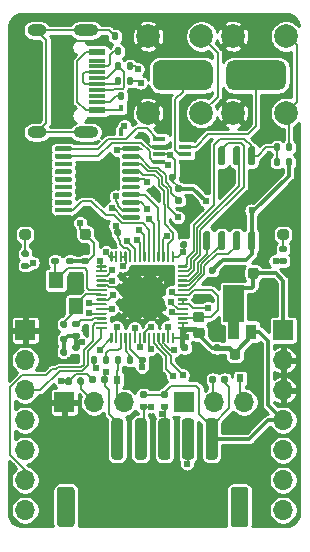
<source format=gbr>
%TF.GenerationSoftware,KiCad,Pcbnew,(5.1.9)-1*%
%TF.CreationDate,2021-12-20T22:20:38-08:00*%
%TF.ProjectId,MCL-102-2,4d434c2d-3130-4322-9d32-2e6b69636164,rev?*%
%TF.SameCoordinates,Original*%
%TF.FileFunction,Copper,L1,Top*%
%TF.FilePolarity,Positive*%
%FSLAX46Y46*%
G04 Gerber Fmt 4.6, Leading zero omitted, Abs format (unit mm)*
G04 Created by KiCad (PCBNEW (5.1.9)-1) date 2021-12-20 22:20:38*
%MOMM*%
%LPD*%
G01*
G04 APERTURE LIST*
%TA.AperFunction,SMDPad,CuDef*%
%ADD10C,0.100000*%
%TD*%
%TA.AperFunction,SMDPad,CuDef*%
%ADD11R,0.900000X1.300000*%
%TD*%
%TA.AperFunction,SMDPad,CuDef*%
%ADD12R,0.450000X0.600000*%
%TD*%
%TA.AperFunction,SMDPad,CuDef*%
%ADD13R,0.600000X0.700000*%
%TD*%
%TA.AperFunction,ComponentPad*%
%ADD14C,2.000000*%
%TD*%
%TA.AperFunction,ComponentPad*%
%ADD15O,1.700000X1.700000*%
%TD*%
%TA.AperFunction,ComponentPad*%
%ADD16R,1.700000X1.700000*%
%TD*%
%TA.AperFunction,SMDPad,CuDef*%
%ADD17R,1.200000X1.400000*%
%TD*%
%TA.AperFunction,ComponentPad*%
%ADD18C,0.600000*%
%TD*%
%TA.AperFunction,SMDPad,CuDef*%
%ADD19R,1.060000X0.400000*%
%TD*%
%TA.AperFunction,SMDPad,CuDef*%
%ADD20R,1.450000X0.600000*%
%TD*%
%TA.AperFunction,SMDPad,CuDef*%
%ADD21R,1.450000X0.300000*%
%TD*%
%TA.AperFunction,ComponentPad*%
%ADD22O,2.100000X1.000000*%
%TD*%
%TA.AperFunction,ComponentPad*%
%ADD23O,1.600000X1.000000*%
%TD*%
%TA.AperFunction,ViaPad*%
%ADD24C,0.609600*%
%TD*%
%TA.AperFunction,Conductor*%
%ADD25C,0.152400*%
%TD*%
%TA.AperFunction,Conductor*%
%ADD26C,0.406400*%
%TD*%
%TA.AperFunction,Conductor*%
%ADD27C,0.304800*%
%TD*%
%TA.AperFunction,Conductor*%
%ADD28C,0.127000*%
%TD*%
%TA.AperFunction,Conductor*%
%ADD29C,0.203200*%
%TD*%
%TA.AperFunction,Conductor*%
%ADD30C,0.254000*%
%TD*%
%TA.AperFunction,Conductor*%
%ADD31C,0.100000*%
%TD*%
G04 APERTURE END LIST*
%TO.P,R26,2*%
%TO.N,/MCU/LED1*%
%TA.AperFunction,SMDPad,CuDef*%
G36*
G01*
X150437000Y-103872000D02*
X150807000Y-103872000D01*
G75*
G02*
X150942000Y-104007000I0J-135000D01*
G01*
X150942000Y-104277000D01*
G75*
G02*
X150807000Y-104412000I-135000J0D01*
G01*
X150437000Y-104412000D01*
G75*
G02*
X150302000Y-104277000I0J135000D01*
G01*
X150302000Y-104007000D01*
G75*
G02*
X150437000Y-103872000I135000J0D01*
G01*
G37*
%TD.AperFunction*%
%TO.P,R26,1*%
%TO.N,Net-(D12-Pad2)*%
%TA.AperFunction,SMDPad,CuDef*%
G36*
G01*
X150437000Y-102852000D02*
X150807000Y-102852000D01*
G75*
G02*
X150942000Y-102987000I0J-135000D01*
G01*
X150942000Y-103257000D01*
G75*
G02*
X150807000Y-103392000I-135000J0D01*
G01*
X150437000Y-103392000D01*
G75*
G02*
X150302000Y-103257000I0J135000D01*
G01*
X150302000Y-102987000D01*
G75*
G02*
X150437000Y-102852000I135000J0D01*
G01*
G37*
%TD.AperFunction*%
%TD*%
%TO.P,R2,2*%
%TO.N,/HALLA*%
%TA.AperFunction,SMDPad,CuDef*%
G36*
G01*
X135241000Y-114358000D02*
X135241000Y-113988000D01*
G75*
G02*
X135376000Y-113853000I135000J0D01*
G01*
X135646000Y-113853000D01*
G75*
G02*
X135781000Y-113988000I0J-135000D01*
G01*
X135781000Y-114358000D01*
G75*
G02*
X135646000Y-114493000I-135000J0D01*
G01*
X135376000Y-114493000D01*
G75*
G02*
X135241000Y-114358000I0J135000D01*
G01*
G37*
%TD.AperFunction*%
%TO.P,R2,1*%
%TO.N,+3V3*%
%TA.AperFunction,SMDPad,CuDef*%
G36*
G01*
X134221000Y-114358000D02*
X134221000Y-113988000D01*
G75*
G02*
X134356000Y-113853000I135000J0D01*
G01*
X134626000Y-113853000D01*
G75*
G02*
X134761000Y-113988000I0J-135000D01*
G01*
X134761000Y-114358000D01*
G75*
G02*
X134626000Y-114493000I-135000J0D01*
G01*
X134356000Y-114493000D01*
G75*
G02*
X134221000Y-114358000I0J135000D01*
G01*
G37*
%TD.AperFunction*%
%TD*%
%TO.P,D12,2*%
%TO.N,Net-(D12-Pad2)*%
%TA.AperFunction,SMDPad,CuDef*%
G36*
G01*
X150365750Y-101442000D02*
X150878250Y-101442000D01*
G75*
G02*
X151097000Y-101660750I0J-218750D01*
G01*
X151097000Y-102098250D01*
G75*
G02*
X150878250Y-102317000I-218750J0D01*
G01*
X150365750Y-102317000D01*
G75*
G02*
X150147000Y-102098250I0J218750D01*
G01*
X150147000Y-101660750D01*
G75*
G02*
X150365750Y-101442000I218750J0D01*
G01*
G37*
%TD.AperFunction*%
%TO.P,D12,1*%
%TO.N,GND*%
%TA.AperFunction,SMDPad,CuDef*%
G36*
G01*
X150365750Y-99867000D02*
X150878250Y-99867000D01*
G75*
G02*
X151097000Y-100085750I0J-218750D01*
G01*
X151097000Y-100523250D01*
G75*
G02*
X150878250Y-100742000I-218750J0D01*
G01*
X150365750Y-100742000D01*
G75*
G02*
X150147000Y-100523250I0J218750D01*
G01*
X150147000Y-100085750D01*
G75*
G02*
X150365750Y-99867000I218750J0D01*
G01*
G37*
%TD.AperFunction*%
%TD*%
%TA.AperFunction,SMDPad,CuDef*%
D10*
%TO.P,U1,2*%
%TO.N,VDD*%
G36*
X147297500Y-106158000D02*
G01*
X147297500Y-109283000D01*
X146881000Y-109283000D01*
X146881000Y-110758000D01*
X145981000Y-110758000D01*
X145981000Y-109283000D01*
X145564500Y-109283000D01*
X145564500Y-106158000D01*
X147297500Y-106158000D01*
G37*
%TD.AperFunction*%
D11*
%TO.P,U1,3*%
%TO.N,+3V3*%
X147931000Y-110108000D03*
%TO.P,U1,1*%
%TO.N,GND*%
X144931000Y-110108000D03*
%TD*%
D12*
%TO.P,D3,2*%
%TO.N,Net-(D3-Pad2)*%
X136906000Y-91152000D03*
%TO.P,D3,1*%
%TO.N,VDD*%
X136906000Y-93252000D03*
%TD*%
D13*
%TO.P,D2,1*%
%TO.N,Net-(D2-Pad1)*%
X136587000Y-114173000D03*
%TO.P,D2,2*%
%TO.N,GND*%
X137987000Y-114173000D03*
%TD*%
%TO.P,D1,1*%
%TO.N,Net-(D1-Pad1)*%
X147001000Y-114046000D03*
%TO.P,D1,2*%
%TO.N,GND*%
X148401000Y-114046000D03*
%TD*%
%TO.P,R4,2*%
%TO.N,/HALLC*%
%TA.AperFunction,SMDPad,CuDef*%
G36*
G01*
X140404000Y-116191000D02*
X140774000Y-116191000D01*
G75*
G02*
X140909000Y-116326000I0J-135000D01*
G01*
X140909000Y-116596000D01*
G75*
G02*
X140774000Y-116731000I-135000J0D01*
G01*
X140404000Y-116731000D01*
G75*
G02*
X140269000Y-116596000I0J135000D01*
G01*
X140269000Y-116326000D01*
G75*
G02*
X140404000Y-116191000I135000J0D01*
G01*
G37*
%TD.AperFunction*%
%TO.P,R4,1*%
%TO.N,+3V3*%
%TA.AperFunction,SMDPad,CuDef*%
G36*
G01*
X140404000Y-115171000D02*
X140774000Y-115171000D01*
G75*
G02*
X140909000Y-115306000I0J-135000D01*
G01*
X140909000Y-115576000D01*
G75*
G02*
X140774000Y-115711000I-135000J0D01*
G01*
X140404000Y-115711000D01*
G75*
G02*
X140269000Y-115576000I0J135000D01*
G01*
X140269000Y-115306000D01*
G75*
G02*
X140404000Y-115171000I135000J0D01*
G01*
G37*
%TD.AperFunction*%
%TD*%
%TO.P,R3,2*%
%TO.N,/HALLB*%
%TA.AperFunction,SMDPad,CuDef*%
G36*
G01*
X138626000Y-116191000D02*
X138996000Y-116191000D01*
G75*
G02*
X139131000Y-116326000I0J-135000D01*
G01*
X139131000Y-116596000D01*
G75*
G02*
X138996000Y-116731000I-135000J0D01*
G01*
X138626000Y-116731000D01*
G75*
G02*
X138491000Y-116596000I0J135000D01*
G01*
X138491000Y-116326000D01*
G75*
G02*
X138626000Y-116191000I135000J0D01*
G01*
G37*
%TD.AperFunction*%
%TO.P,R3,1*%
%TO.N,+3V3*%
%TA.AperFunction,SMDPad,CuDef*%
G36*
G01*
X138626000Y-115171000D02*
X138996000Y-115171000D01*
G75*
G02*
X139131000Y-115306000I0J-135000D01*
G01*
X139131000Y-115576000D01*
G75*
G02*
X138996000Y-115711000I-135000J0D01*
G01*
X138626000Y-115711000D01*
G75*
G02*
X138491000Y-115576000I0J135000D01*
G01*
X138491000Y-115306000D01*
G75*
G02*
X138626000Y-115171000I135000J0D01*
G01*
G37*
%TD.AperFunction*%
%TD*%
%TO.P,J11,1*%
%TO.N,/CANL*%
%TA.AperFunction,SMDPad,CuDef*%
G36*
G01*
X144018000Y-89662000D02*
X140208000Y-89662000D01*
G75*
G02*
X139573000Y-89027000I0J635000D01*
G01*
X139573000Y-87757000D01*
G75*
G02*
X140208000Y-87122000I635000J0D01*
G01*
X144018000Y-87122000D01*
G75*
G02*
X144653000Y-87757000I0J-635000D01*
G01*
X144653000Y-89027000D01*
G75*
G02*
X144018000Y-89662000I-635000J0D01*
G01*
G37*
%TD.AperFunction*%
%TD*%
D14*
%TO.P,SW1,1*%
%TO.N,GND*%
X146376000Y-91590000D03*
%TO.P,SW1,2*%
%TO.N,/MCU/USB_BOOT*%
X150876000Y-91590000D03*
%TO.P,SW1,1*%
%TO.N,GND*%
X146376000Y-85090000D03*
%TO.P,SW1,2*%
%TO.N,/MCU/USB_BOOT*%
X150876000Y-85090000D03*
%TD*%
%TO.P,J12,MP*%
%TO.N,N/C*%
%TA.AperFunction,SMDPad,CuDef*%
G36*
G01*
X146173000Y-126397000D02*
X146173000Y-123497000D01*
G75*
G02*
X146423000Y-123247000I250000J0D01*
G01*
X147423000Y-123247000D01*
G75*
G02*
X147673000Y-123497000I0J-250000D01*
G01*
X147673000Y-126397000D01*
G75*
G02*
X147423000Y-126647000I-250000J0D01*
G01*
X146423000Y-126647000D01*
G75*
G02*
X146173000Y-126397000I0J250000D01*
G01*
G37*
%TD.AperFunction*%
%TA.AperFunction,SMDPad,CuDef*%
G36*
G01*
X131473000Y-126397000D02*
X131473000Y-123497000D01*
G75*
G02*
X131723000Y-123247000I250000J0D01*
G01*
X132723000Y-123247000D01*
G75*
G02*
X132973000Y-123497000I0J-250000D01*
G01*
X132973000Y-126397000D01*
G75*
G02*
X132723000Y-126647000I-250000J0D01*
G01*
X131723000Y-126647000D01*
G75*
G02*
X131473000Y-126397000I0J250000D01*
G01*
G37*
%TD.AperFunction*%
%TO.P,J12,6*%
%TO.N,+3V3*%
%TA.AperFunction,SMDPad,CuDef*%
G36*
G01*
X144073000Y-120697000D02*
X144073000Y-117697000D01*
G75*
G02*
X144323000Y-117447000I250000J0D01*
G01*
X144823000Y-117447000D01*
G75*
G02*
X145073000Y-117697000I0J-250000D01*
G01*
X145073000Y-120697000D01*
G75*
G02*
X144823000Y-120947000I-250000J0D01*
G01*
X144323000Y-120947000D01*
G75*
G02*
X144073000Y-120697000I0J250000D01*
G01*
G37*
%TD.AperFunction*%
%TO.P,J12,5*%
%TO.N,/TEMP_MOT*%
%TA.AperFunction,SMDPad,CuDef*%
G36*
G01*
X142073000Y-120697000D02*
X142073000Y-117697000D01*
G75*
G02*
X142323000Y-117447000I250000J0D01*
G01*
X142823000Y-117447000D01*
G75*
G02*
X143073000Y-117697000I0J-250000D01*
G01*
X143073000Y-120697000D01*
G75*
G02*
X142823000Y-120947000I-250000J0D01*
G01*
X142323000Y-120947000D01*
G75*
G02*
X142073000Y-120697000I0J250000D01*
G01*
G37*
%TD.AperFunction*%
%TO.P,J12,4*%
%TO.N,/HALLC*%
%TA.AperFunction,SMDPad,CuDef*%
G36*
G01*
X140073000Y-120697000D02*
X140073000Y-117697000D01*
G75*
G02*
X140323000Y-117447000I250000J0D01*
G01*
X140823000Y-117447000D01*
G75*
G02*
X141073000Y-117697000I0J-250000D01*
G01*
X141073000Y-120697000D01*
G75*
G02*
X140823000Y-120947000I-250000J0D01*
G01*
X140323000Y-120947000D01*
G75*
G02*
X140073000Y-120697000I0J250000D01*
G01*
G37*
%TD.AperFunction*%
%TO.P,J12,3*%
%TO.N,/HALLB*%
%TA.AperFunction,SMDPad,CuDef*%
G36*
G01*
X138073000Y-120697000D02*
X138073000Y-117697000D01*
G75*
G02*
X138323000Y-117447000I250000J0D01*
G01*
X138823000Y-117447000D01*
G75*
G02*
X139073000Y-117697000I0J-250000D01*
G01*
X139073000Y-120697000D01*
G75*
G02*
X138823000Y-120947000I-250000J0D01*
G01*
X138323000Y-120947000D01*
G75*
G02*
X138073000Y-120697000I0J250000D01*
G01*
G37*
%TD.AperFunction*%
%TO.P,J12,2*%
%TO.N,/HALLA*%
%TA.AperFunction,SMDPad,CuDef*%
G36*
G01*
X136073000Y-120697000D02*
X136073000Y-117697000D01*
G75*
G02*
X136323000Y-117447000I250000J0D01*
G01*
X136823000Y-117447000D01*
G75*
G02*
X137073000Y-117697000I0J-250000D01*
G01*
X137073000Y-120697000D01*
G75*
G02*
X136823000Y-120947000I-250000J0D01*
G01*
X136323000Y-120947000D01*
G75*
G02*
X136073000Y-120697000I0J250000D01*
G01*
G37*
%TD.AperFunction*%
%TO.P,J12,1*%
%TO.N,GND*%
%TA.AperFunction,SMDPad,CuDef*%
G36*
G01*
X134073000Y-120697000D02*
X134073000Y-117697000D01*
G75*
G02*
X134323000Y-117447000I250000J0D01*
G01*
X134823000Y-117447000D01*
G75*
G02*
X135073000Y-117697000I0J-250000D01*
G01*
X135073000Y-120697000D01*
G75*
G02*
X134823000Y-120947000I-250000J0D01*
G01*
X134323000Y-120947000D01*
G75*
G02*
X134073000Y-120697000I0J250000D01*
G01*
G37*
%TD.AperFunction*%
%TD*%
D15*
%TO.P,J5,3*%
%TO.N,Net-(D2-Pad1)*%
X137160000Y-116078000D03*
%TO.P,J5,2*%
%TO.N,Net-(J5-Pad2)*%
X134620000Y-116078000D03*
D16*
%TO.P,J5,1*%
%TO.N,GND*%
X132080000Y-116078000D03*
%TD*%
D15*
%TO.P,J4,3*%
%TO.N,Net-(D1-Pad1)*%
X147320000Y-116078000D03*
%TO.P,J4,2*%
%TO.N,Net-(J4-Pad2)*%
X144780000Y-116078000D03*
D16*
%TO.P,J4,1*%
%TO.N,GND*%
X142240000Y-116078000D03*
%TD*%
%TO.P,C15,2*%
%TO.N,GND*%
%TA.AperFunction,SMDPad,CuDef*%
G36*
G01*
X141932000Y-97198000D02*
X141932000Y-96858000D01*
G75*
G02*
X142072000Y-96718000I140000J0D01*
G01*
X142352000Y-96718000D01*
G75*
G02*
X142492000Y-96858000I0J-140000D01*
G01*
X142492000Y-97198000D01*
G75*
G02*
X142352000Y-97338000I-140000J0D01*
G01*
X142072000Y-97338000D01*
G75*
G02*
X141932000Y-97198000I0J140000D01*
G01*
G37*
%TD.AperFunction*%
%TO.P,C15,1*%
%TO.N,+3V3*%
%TA.AperFunction,SMDPad,CuDef*%
G36*
G01*
X140972000Y-97198000D02*
X140972000Y-96858000D01*
G75*
G02*
X141112000Y-96718000I140000J0D01*
G01*
X141392000Y-96718000D01*
G75*
G02*
X141532000Y-96858000I0J-140000D01*
G01*
X141532000Y-97198000D01*
G75*
G02*
X141392000Y-97338000I-140000J0D01*
G01*
X141112000Y-97338000D01*
G75*
G02*
X140972000Y-97198000I0J140000D01*
G01*
G37*
%TD.AperFunction*%
%TD*%
%TO.P,R31,2*%
%TO.N,/MCU/USB_BOOT*%
%TA.AperFunction,SMDPad,CuDef*%
G36*
G01*
X150862000Y-94673000D02*
X150862000Y-94303000D01*
G75*
G02*
X150997000Y-94168000I135000J0D01*
G01*
X151267000Y-94168000D01*
G75*
G02*
X151402000Y-94303000I0J-135000D01*
G01*
X151402000Y-94673000D01*
G75*
G02*
X151267000Y-94808000I-135000J0D01*
G01*
X150997000Y-94808000D01*
G75*
G02*
X150862000Y-94673000I0J135000D01*
G01*
G37*
%TD.AperFunction*%
%TO.P,R31,1*%
%TO.N,/MCU/QSPISS*%
%TA.AperFunction,SMDPad,CuDef*%
G36*
G01*
X149842000Y-94673000D02*
X149842000Y-94303000D01*
G75*
G02*
X149977000Y-94168000I135000J0D01*
G01*
X150247000Y-94168000D01*
G75*
G02*
X150382000Y-94303000I0J-135000D01*
G01*
X150382000Y-94673000D01*
G75*
G02*
X150247000Y-94808000I-135000J0D01*
G01*
X149977000Y-94808000D01*
G75*
G02*
X149842000Y-94673000I0J135000D01*
G01*
G37*
%TD.AperFunction*%
%TD*%
%TO.P,R27,2*%
%TO.N,/MCU/LED2*%
%TA.AperFunction,SMDPad,CuDef*%
G36*
G01*
X128593000Y-104253000D02*
X128963000Y-104253000D01*
G75*
G02*
X129098000Y-104388000I0J-135000D01*
G01*
X129098000Y-104658000D01*
G75*
G02*
X128963000Y-104793000I-135000J0D01*
G01*
X128593000Y-104793000D01*
G75*
G02*
X128458000Y-104658000I0J135000D01*
G01*
X128458000Y-104388000D01*
G75*
G02*
X128593000Y-104253000I135000J0D01*
G01*
G37*
%TD.AperFunction*%
%TO.P,R27,1*%
%TO.N,Net-(D13-Pad2)*%
%TA.AperFunction,SMDPad,CuDef*%
G36*
G01*
X128593000Y-103233000D02*
X128963000Y-103233000D01*
G75*
G02*
X129098000Y-103368000I0J-135000D01*
G01*
X129098000Y-103638000D01*
G75*
G02*
X128963000Y-103773000I-135000J0D01*
G01*
X128593000Y-103773000D01*
G75*
G02*
X128458000Y-103638000I0J135000D01*
G01*
X128458000Y-103368000D01*
G75*
G02*
X128593000Y-103233000I135000J0D01*
G01*
G37*
%TD.AperFunction*%
%TD*%
%TO.P,R25,2*%
%TO.N,+3V3*%
%TA.AperFunction,SMDPad,CuDef*%
G36*
G01*
X141967800Y-98261200D02*
X141597800Y-98261200D01*
G75*
G02*
X141462800Y-98126200I0J135000D01*
G01*
X141462800Y-97856200D01*
G75*
G02*
X141597800Y-97721200I135000J0D01*
G01*
X141967800Y-97721200D01*
G75*
G02*
X142102800Y-97856200I0J-135000D01*
G01*
X142102800Y-98126200D01*
G75*
G02*
X141967800Y-98261200I-135000J0D01*
G01*
G37*
%TD.AperFunction*%
%TO.P,R25,1*%
%TO.N,Net-(R25-Pad1)*%
%TA.AperFunction,SMDPad,CuDef*%
G36*
G01*
X141967800Y-99281200D02*
X141597800Y-99281200D01*
G75*
G02*
X141462800Y-99146200I0J135000D01*
G01*
X141462800Y-98876200D01*
G75*
G02*
X141597800Y-98741200I135000J0D01*
G01*
X141967800Y-98741200D01*
G75*
G02*
X142102800Y-98876200I0J-135000D01*
G01*
X142102800Y-99146200D01*
G75*
G02*
X141967800Y-99281200I-135000J0D01*
G01*
G37*
%TD.AperFunction*%
%TD*%
%TO.P,R20,2*%
%TO.N,GND*%
%TA.AperFunction,SMDPad,CuDef*%
G36*
G01*
X137400000Y-86545000D02*
X137400000Y-86175000D01*
G75*
G02*
X137535000Y-86040000I135000J0D01*
G01*
X137805000Y-86040000D01*
G75*
G02*
X137940000Y-86175000I0J-135000D01*
G01*
X137940000Y-86545000D01*
G75*
G02*
X137805000Y-86680000I-135000J0D01*
G01*
X137535000Y-86680000D01*
G75*
G02*
X137400000Y-86545000I0J135000D01*
G01*
G37*
%TD.AperFunction*%
%TO.P,R20,1*%
%TO.N,Net-(J7-PadA5)*%
%TA.AperFunction,SMDPad,CuDef*%
G36*
G01*
X136380000Y-86545000D02*
X136380000Y-86175000D01*
G75*
G02*
X136515000Y-86040000I135000J0D01*
G01*
X136785000Y-86040000D01*
G75*
G02*
X136920000Y-86175000I0J-135000D01*
G01*
X136920000Y-86545000D01*
G75*
G02*
X136785000Y-86680000I-135000J0D01*
G01*
X136515000Y-86680000D01*
G75*
G02*
X136380000Y-86545000I0J135000D01*
G01*
G37*
%TD.AperFunction*%
%TD*%
%TO.P,R19,2*%
%TO.N,Net-(J7-PadA6)*%
%TA.AperFunction,SMDPad,CuDef*%
G36*
G01*
X136920000Y-87445000D02*
X136920000Y-87815000D01*
G75*
G02*
X136785000Y-87950000I-135000J0D01*
G01*
X136515000Y-87950000D01*
G75*
G02*
X136380000Y-87815000I0J135000D01*
G01*
X136380000Y-87445000D01*
G75*
G02*
X136515000Y-87310000I135000J0D01*
G01*
X136785000Y-87310000D01*
G75*
G02*
X136920000Y-87445000I0J-135000D01*
G01*
G37*
%TD.AperFunction*%
%TO.P,R19,1*%
%TO.N,/USB_DP*%
%TA.AperFunction,SMDPad,CuDef*%
G36*
G01*
X137940000Y-87445000D02*
X137940000Y-87815000D01*
G75*
G02*
X137805000Y-87950000I-135000J0D01*
G01*
X137535000Y-87950000D01*
G75*
G02*
X137400000Y-87815000I0J135000D01*
G01*
X137400000Y-87445000D01*
G75*
G02*
X137535000Y-87310000I135000J0D01*
G01*
X137805000Y-87310000D01*
G75*
G02*
X137940000Y-87445000I0J-135000D01*
G01*
G37*
%TD.AperFunction*%
%TD*%
%TO.P,R17,2*%
%TO.N,/LIMR*%
%TA.AperFunction,SMDPad,CuDef*%
G36*
G01*
X137400000Y-112707000D02*
X137400000Y-112337000D01*
G75*
G02*
X137535000Y-112202000I135000J0D01*
G01*
X137805000Y-112202000D01*
G75*
G02*
X137940000Y-112337000I0J-135000D01*
G01*
X137940000Y-112707000D01*
G75*
G02*
X137805000Y-112842000I-135000J0D01*
G01*
X137535000Y-112842000D01*
G75*
G02*
X137400000Y-112707000I0J135000D01*
G01*
G37*
%TD.AperFunction*%
%TO.P,R17,1*%
%TO.N,Net-(D2-Pad1)*%
%TA.AperFunction,SMDPad,CuDef*%
G36*
G01*
X136380000Y-112707000D02*
X136380000Y-112337000D01*
G75*
G02*
X136515000Y-112202000I135000J0D01*
G01*
X136785000Y-112202000D01*
G75*
G02*
X136920000Y-112337000I0J-135000D01*
G01*
X136920000Y-112707000D01*
G75*
G02*
X136785000Y-112842000I-135000J0D01*
G01*
X136515000Y-112842000D01*
G75*
G02*
X136380000Y-112707000I0J135000D01*
G01*
G37*
%TD.AperFunction*%
%TD*%
%TO.P,R16,2*%
%TO.N,/LIMF*%
%TA.AperFunction,SMDPad,CuDef*%
G36*
G01*
X135368000Y-112707000D02*
X135368000Y-112337000D01*
G75*
G02*
X135503000Y-112202000I135000J0D01*
G01*
X135773000Y-112202000D01*
G75*
G02*
X135908000Y-112337000I0J-135000D01*
G01*
X135908000Y-112707000D01*
G75*
G02*
X135773000Y-112842000I-135000J0D01*
G01*
X135503000Y-112842000D01*
G75*
G02*
X135368000Y-112707000I0J135000D01*
G01*
G37*
%TD.AperFunction*%
%TO.P,R16,1*%
%TO.N,Net-(D1-Pad1)*%
%TA.AperFunction,SMDPad,CuDef*%
G36*
G01*
X134348000Y-112707000D02*
X134348000Y-112337000D01*
G75*
G02*
X134483000Y-112202000I135000J0D01*
G01*
X134753000Y-112202000D01*
G75*
G02*
X134888000Y-112337000I0J-135000D01*
G01*
X134888000Y-112707000D01*
G75*
G02*
X134753000Y-112842000I-135000J0D01*
G01*
X134483000Y-112842000D01*
G75*
G02*
X134348000Y-112707000I0J135000D01*
G01*
G37*
%TD.AperFunction*%
%TD*%
%TO.P,R13,2*%
%TO.N,+3V3*%
%TA.AperFunction,SMDPad,CuDef*%
G36*
G01*
X145401000Y-114358000D02*
X145401000Y-113988000D01*
G75*
G02*
X145536000Y-113853000I135000J0D01*
G01*
X145806000Y-113853000D01*
G75*
G02*
X145941000Y-113988000I0J-135000D01*
G01*
X145941000Y-114358000D01*
G75*
G02*
X145806000Y-114493000I-135000J0D01*
G01*
X145536000Y-114493000D01*
G75*
G02*
X145401000Y-114358000I0J135000D01*
G01*
G37*
%TD.AperFunction*%
%TO.P,R13,1*%
%TO.N,Net-(J4-Pad2)*%
%TA.AperFunction,SMDPad,CuDef*%
G36*
G01*
X144381000Y-114358000D02*
X144381000Y-113988000D01*
G75*
G02*
X144516000Y-113853000I135000J0D01*
G01*
X144786000Y-113853000D01*
G75*
G02*
X144921000Y-113988000I0J-135000D01*
G01*
X144921000Y-114358000D01*
G75*
G02*
X144786000Y-114493000I-135000J0D01*
G01*
X144516000Y-114493000D01*
G75*
G02*
X144381000Y-114358000I0J135000D01*
G01*
G37*
%TD.AperFunction*%
%TD*%
%TO.P,D13,2*%
%TO.N,Net-(D13-Pad2)*%
%TA.AperFunction,SMDPad,CuDef*%
G36*
G01*
X128521750Y-101442000D02*
X129034250Y-101442000D01*
G75*
G02*
X129253000Y-101660750I0J-218750D01*
G01*
X129253000Y-102098250D01*
G75*
G02*
X129034250Y-102317000I-218750J0D01*
G01*
X128521750Y-102317000D01*
G75*
G02*
X128303000Y-102098250I0J218750D01*
G01*
X128303000Y-101660750D01*
G75*
G02*
X128521750Y-101442000I218750J0D01*
G01*
G37*
%TD.AperFunction*%
%TO.P,D13,1*%
%TO.N,GND*%
%TA.AperFunction,SMDPad,CuDef*%
G36*
G01*
X128521750Y-99867000D02*
X129034250Y-99867000D01*
G75*
G02*
X129253000Y-100085750I0J-218750D01*
G01*
X129253000Y-100523250D01*
G75*
G02*
X129034250Y-100742000I-218750J0D01*
G01*
X128521750Y-100742000D01*
G75*
G02*
X128303000Y-100523250I0J218750D01*
G01*
X128303000Y-100085750D01*
G75*
G02*
X128521750Y-99867000I218750J0D01*
G01*
G37*
%TD.AperFunction*%
%TD*%
%TO.P,C31,2*%
%TO.N,GND*%
%TA.AperFunction,SMDPad,CuDef*%
G36*
G01*
X131372000Y-109304000D02*
X131372000Y-109644000D01*
G75*
G02*
X131232000Y-109784000I-140000J0D01*
G01*
X130952000Y-109784000D01*
G75*
G02*
X130812000Y-109644000I0J140000D01*
G01*
X130812000Y-109304000D01*
G75*
G02*
X130952000Y-109164000I140000J0D01*
G01*
X131232000Y-109164000D01*
G75*
G02*
X131372000Y-109304000I0J-140000D01*
G01*
G37*
%TD.AperFunction*%
%TO.P,C31,1*%
%TO.N,Net-(C31-Pad1)*%
%TA.AperFunction,SMDPad,CuDef*%
G36*
G01*
X132332000Y-109304000D02*
X132332000Y-109644000D01*
G75*
G02*
X132192000Y-109784000I-140000J0D01*
G01*
X131912000Y-109784000D01*
G75*
G02*
X131772000Y-109644000I0J140000D01*
G01*
X131772000Y-109304000D01*
G75*
G02*
X131912000Y-109164000I140000J0D01*
G01*
X132192000Y-109164000D01*
G75*
G02*
X132332000Y-109304000I0J-140000D01*
G01*
G37*
%TD.AperFunction*%
%TD*%
%TO.P,C30,2*%
%TO.N,Net-(C30-Pad2)*%
%TA.AperFunction,SMDPad,CuDef*%
G36*
G01*
X131148000Y-103832000D02*
X131488000Y-103832000D01*
G75*
G02*
X131628000Y-103972000I0J-140000D01*
G01*
X131628000Y-104252000D01*
G75*
G02*
X131488000Y-104392000I-140000J0D01*
G01*
X131148000Y-104392000D01*
G75*
G02*
X131008000Y-104252000I0J140000D01*
G01*
X131008000Y-103972000D01*
G75*
G02*
X131148000Y-103832000I140000J0D01*
G01*
G37*
%TD.AperFunction*%
%TO.P,C30,1*%
%TO.N,GND*%
%TA.AperFunction,SMDPad,CuDef*%
G36*
G01*
X131148000Y-102872000D02*
X131488000Y-102872000D01*
G75*
G02*
X131628000Y-103012000I0J-140000D01*
G01*
X131628000Y-103292000D01*
G75*
G02*
X131488000Y-103432000I-140000J0D01*
G01*
X131148000Y-103432000D01*
G75*
G02*
X131008000Y-103292000I0J140000D01*
G01*
X131008000Y-103012000D01*
G75*
G02*
X131148000Y-102872000I140000J0D01*
G01*
G37*
%TD.AperFunction*%
%TD*%
%TO.P,C29,2*%
%TO.N,GND*%
%TA.AperFunction,SMDPad,CuDef*%
G36*
G01*
X143721900Y-107777400D02*
X143221900Y-107777400D01*
G75*
G02*
X142996900Y-107552400I0J225000D01*
G01*
X142996900Y-107102400D01*
G75*
G02*
X143221900Y-106877400I225000J0D01*
G01*
X143721900Y-106877400D01*
G75*
G02*
X143946900Y-107102400I0J-225000D01*
G01*
X143946900Y-107552400D01*
G75*
G02*
X143721900Y-107777400I-225000J0D01*
G01*
G37*
%TD.AperFunction*%
%TO.P,C29,1*%
%TO.N,/MCU/+1.1V*%
%TA.AperFunction,SMDPad,CuDef*%
G36*
G01*
X143721900Y-109327400D02*
X143221900Y-109327400D01*
G75*
G02*
X142996900Y-109102400I0J225000D01*
G01*
X142996900Y-108652400D01*
G75*
G02*
X143221900Y-108427400I225000J0D01*
G01*
X143721900Y-108427400D01*
G75*
G02*
X143946900Y-108652400I0J-225000D01*
G01*
X143946900Y-109102400D01*
G75*
G02*
X143721900Y-109327400I-225000J0D01*
G01*
G37*
%TD.AperFunction*%
%TD*%
%TO.P,C27,2*%
%TO.N,GND*%
%TA.AperFunction,SMDPad,CuDef*%
G36*
G01*
X144838600Y-112150500D02*
X145178600Y-112150500D01*
G75*
G02*
X145318600Y-112290500I0J-140000D01*
G01*
X145318600Y-112570500D01*
G75*
G02*
X145178600Y-112710500I-140000J0D01*
G01*
X144838600Y-112710500D01*
G75*
G02*
X144698600Y-112570500I0J140000D01*
G01*
X144698600Y-112290500D01*
G75*
G02*
X144838600Y-112150500I140000J0D01*
G01*
G37*
%TD.AperFunction*%
%TO.P,C27,1*%
%TO.N,+3V3*%
%TA.AperFunction,SMDPad,CuDef*%
G36*
G01*
X144838600Y-111190500D02*
X145178600Y-111190500D01*
G75*
G02*
X145318600Y-111330500I0J-140000D01*
G01*
X145318600Y-111610500D01*
G75*
G02*
X145178600Y-111750500I-140000J0D01*
G01*
X144838600Y-111750500D01*
G75*
G02*
X144698600Y-111610500I0J140000D01*
G01*
X144698600Y-111330500D01*
G75*
G02*
X144838600Y-111190500I140000J0D01*
G01*
G37*
%TD.AperFunction*%
%TD*%
%TO.P,C26,2*%
%TO.N,+3V3*%
%TA.AperFunction,SMDPad,CuDef*%
G36*
G01*
X142044600Y-102460400D02*
X142384600Y-102460400D01*
G75*
G02*
X142524600Y-102600400I0J-140000D01*
G01*
X142524600Y-102880400D01*
G75*
G02*
X142384600Y-103020400I-140000J0D01*
G01*
X142044600Y-103020400D01*
G75*
G02*
X141904600Y-102880400I0J140000D01*
G01*
X141904600Y-102600400D01*
G75*
G02*
X142044600Y-102460400I140000J0D01*
G01*
G37*
%TD.AperFunction*%
%TO.P,C26,1*%
%TO.N,GND*%
%TA.AperFunction,SMDPad,CuDef*%
G36*
G01*
X142044600Y-101500400D02*
X142384600Y-101500400D01*
G75*
G02*
X142524600Y-101640400I0J-140000D01*
G01*
X142524600Y-101920400D01*
G75*
G02*
X142384600Y-102060400I-140000J0D01*
G01*
X142044600Y-102060400D01*
G75*
G02*
X141904600Y-101920400I0J140000D01*
G01*
X141904600Y-101640400D01*
G75*
G02*
X142044600Y-101500400I140000J0D01*
G01*
G37*
%TD.AperFunction*%
%TD*%
%TO.P,C24,2*%
%TO.N,+3V3*%
%TA.AperFunction,SMDPad,CuDef*%
G36*
G01*
X144797600Y-105197300D02*
X144457600Y-105197300D01*
G75*
G02*
X144317600Y-105057300I0J140000D01*
G01*
X144317600Y-104777300D01*
G75*
G02*
X144457600Y-104637300I140000J0D01*
G01*
X144797600Y-104637300D01*
G75*
G02*
X144937600Y-104777300I0J-140000D01*
G01*
X144937600Y-105057300D01*
G75*
G02*
X144797600Y-105197300I-140000J0D01*
G01*
G37*
%TD.AperFunction*%
%TO.P,C24,1*%
%TO.N,GND*%
%TA.AperFunction,SMDPad,CuDef*%
G36*
G01*
X144797600Y-106157300D02*
X144457600Y-106157300D01*
G75*
G02*
X144317600Y-106017300I0J140000D01*
G01*
X144317600Y-105737300D01*
G75*
G02*
X144457600Y-105597300I140000J0D01*
G01*
X144797600Y-105597300D01*
G75*
G02*
X144937600Y-105737300I0J-140000D01*
G01*
X144937600Y-106017300D01*
G75*
G02*
X144797600Y-106157300I-140000J0D01*
G01*
G37*
%TD.AperFunction*%
%TD*%
%TO.P,C21,2*%
%TO.N,+3V3*%
%TA.AperFunction,SMDPad,CuDef*%
G36*
G01*
X132418000Y-103832000D02*
X132758000Y-103832000D01*
G75*
G02*
X132898000Y-103972000I0J-140000D01*
G01*
X132898000Y-104252000D01*
G75*
G02*
X132758000Y-104392000I-140000J0D01*
G01*
X132418000Y-104392000D01*
G75*
G02*
X132278000Y-104252000I0J140000D01*
G01*
X132278000Y-103972000D01*
G75*
G02*
X132418000Y-103832000I140000J0D01*
G01*
G37*
%TD.AperFunction*%
%TO.P,C21,1*%
%TO.N,GND*%
%TA.AperFunction,SMDPad,CuDef*%
G36*
G01*
X132418000Y-102872000D02*
X132758000Y-102872000D01*
G75*
G02*
X132898000Y-103012000I0J-140000D01*
G01*
X132898000Y-103292000D01*
G75*
G02*
X132758000Y-103432000I-140000J0D01*
G01*
X132418000Y-103432000D01*
G75*
G02*
X132278000Y-103292000I0J140000D01*
G01*
X132278000Y-103012000D01*
G75*
G02*
X132418000Y-102872000I140000J0D01*
G01*
G37*
%TD.AperFunction*%
%TD*%
%TO.P,U8,20*%
%TO.N,+3V3*%
%TA.AperFunction,SMDPad,CuDef*%
G36*
G01*
X136999000Y-94711000D02*
X136999000Y-94511000D01*
G75*
G02*
X137099000Y-94411000I100000J0D01*
G01*
X138374000Y-94411000D01*
G75*
G02*
X138474000Y-94511000I0J-100000D01*
G01*
X138474000Y-94711000D01*
G75*
G02*
X138374000Y-94811000I-100000J0D01*
G01*
X137099000Y-94811000D01*
G75*
G02*
X136999000Y-94711000I0J100000D01*
G01*
G37*
%TD.AperFunction*%
%TO.P,U8,19*%
%TO.N,Net-(R25-Pad1)*%
%TA.AperFunction,SMDPad,CuDef*%
G36*
G01*
X136999000Y-95361000D02*
X136999000Y-95161000D01*
G75*
G02*
X137099000Y-95061000I100000J0D01*
G01*
X138374000Y-95061000D01*
G75*
G02*
X138474000Y-95161000I0J-100000D01*
G01*
X138474000Y-95361000D01*
G75*
G02*
X138374000Y-95461000I-100000J0D01*
G01*
X137099000Y-95461000D01*
G75*
G02*
X136999000Y-95361000I0J100000D01*
G01*
G37*
%TD.AperFunction*%
%TO.P,U8,18*%
%TO.N,/MCU/CAN_nCS*%
%TA.AperFunction,SMDPad,CuDef*%
G36*
G01*
X136999000Y-96011000D02*
X136999000Y-95811000D01*
G75*
G02*
X137099000Y-95711000I100000J0D01*
G01*
X138374000Y-95711000D01*
G75*
G02*
X138474000Y-95811000I0J-100000D01*
G01*
X138474000Y-96011000D01*
G75*
G02*
X138374000Y-96111000I-100000J0D01*
G01*
X137099000Y-96111000D01*
G75*
G02*
X136999000Y-96011000I0J100000D01*
G01*
G37*
%TD.AperFunction*%
%TO.P,U8,17*%
%TO.N,/MCU/CAN_CIPO*%
%TA.AperFunction,SMDPad,CuDef*%
G36*
G01*
X136999000Y-96661000D02*
X136999000Y-96461000D01*
G75*
G02*
X137099000Y-96361000I100000J0D01*
G01*
X138374000Y-96361000D01*
G75*
G02*
X138474000Y-96461000I0J-100000D01*
G01*
X138474000Y-96661000D01*
G75*
G02*
X138374000Y-96761000I-100000J0D01*
G01*
X137099000Y-96761000D01*
G75*
G02*
X136999000Y-96661000I0J100000D01*
G01*
G37*
%TD.AperFunction*%
%TO.P,U8,16*%
%TO.N,/MCU/CAN_COPI*%
%TA.AperFunction,SMDPad,CuDef*%
G36*
G01*
X136999000Y-97311000D02*
X136999000Y-97111000D01*
G75*
G02*
X137099000Y-97011000I100000J0D01*
G01*
X138374000Y-97011000D01*
G75*
G02*
X138474000Y-97111000I0J-100000D01*
G01*
X138474000Y-97311000D01*
G75*
G02*
X138374000Y-97411000I-100000J0D01*
G01*
X137099000Y-97411000D01*
G75*
G02*
X136999000Y-97311000I0J100000D01*
G01*
G37*
%TD.AperFunction*%
%TO.P,U8,15*%
%TO.N,Net-(U8-Pad15)*%
%TA.AperFunction,SMDPad,CuDef*%
G36*
G01*
X136999000Y-97961000D02*
X136999000Y-97761000D01*
G75*
G02*
X137099000Y-97661000I100000J0D01*
G01*
X138374000Y-97661000D01*
G75*
G02*
X138474000Y-97761000I0J-100000D01*
G01*
X138474000Y-97961000D01*
G75*
G02*
X138374000Y-98061000I-100000J0D01*
G01*
X137099000Y-98061000D01*
G75*
G02*
X136999000Y-97961000I0J100000D01*
G01*
G37*
%TD.AperFunction*%
%TO.P,U8,14*%
%TO.N,/MCU/CAN_SCK*%
%TA.AperFunction,SMDPad,CuDef*%
G36*
G01*
X136999000Y-98611000D02*
X136999000Y-98411000D01*
G75*
G02*
X137099000Y-98311000I100000J0D01*
G01*
X138374000Y-98311000D01*
G75*
G02*
X138474000Y-98411000I0J-100000D01*
G01*
X138474000Y-98611000D01*
G75*
G02*
X138374000Y-98711000I-100000J0D01*
G01*
X137099000Y-98711000D01*
G75*
G02*
X136999000Y-98611000I0J100000D01*
G01*
G37*
%TD.AperFunction*%
%TO.P,U8,13*%
%TO.N,/MCU/nCANINT*%
%TA.AperFunction,SMDPad,CuDef*%
G36*
G01*
X136999000Y-99261000D02*
X136999000Y-99061000D01*
G75*
G02*
X137099000Y-98961000I100000J0D01*
G01*
X138374000Y-98961000D01*
G75*
G02*
X138474000Y-99061000I0J-100000D01*
G01*
X138474000Y-99261000D01*
G75*
G02*
X138374000Y-99361000I-100000J0D01*
G01*
X137099000Y-99361000D01*
G75*
G02*
X136999000Y-99261000I0J100000D01*
G01*
G37*
%TD.AperFunction*%
%TO.P,U8,12*%
%TO.N,/MCU/nRX0BF*%
%TA.AperFunction,SMDPad,CuDef*%
G36*
G01*
X136999000Y-99911000D02*
X136999000Y-99711000D01*
G75*
G02*
X137099000Y-99611000I100000J0D01*
G01*
X138374000Y-99611000D01*
G75*
G02*
X138474000Y-99711000I0J-100000D01*
G01*
X138474000Y-99911000D01*
G75*
G02*
X138374000Y-100011000I-100000J0D01*
G01*
X137099000Y-100011000D01*
G75*
G02*
X136999000Y-99911000I0J100000D01*
G01*
G37*
%TD.AperFunction*%
%TO.P,U8,11*%
%TO.N,/MCU/nRX1BF*%
%TA.AperFunction,SMDPad,CuDef*%
G36*
G01*
X136999000Y-100561000D02*
X136999000Y-100361000D01*
G75*
G02*
X137099000Y-100261000I100000J0D01*
G01*
X138374000Y-100261000D01*
G75*
G02*
X138474000Y-100361000I0J-100000D01*
G01*
X138474000Y-100561000D01*
G75*
G02*
X138374000Y-100661000I-100000J0D01*
G01*
X137099000Y-100661000D01*
G75*
G02*
X136999000Y-100561000I0J100000D01*
G01*
G37*
%TD.AperFunction*%
%TO.P,U8,10*%
%TO.N,GND*%
%TA.AperFunction,SMDPad,CuDef*%
G36*
G01*
X131274000Y-100561000D02*
X131274000Y-100361000D01*
G75*
G02*
X131374000Y-100261000I100000J0D01*
G01*
X132649000Y-100261000D01*
G75*
G02*
X132749000Y-100361000I0J-100000D01*
G01*
X132749000Y-100561000D01*
G75*
G02*
X132649000Y-100661000I-100000J0D01*
G01*
X131374000Y-100661000D01*
G75*
G02*
X131274000Y-100561000I0J100000D01*
G01*
G37*
%TD.AperFunction*%
%TO.P,U8,9*%
%TO.N,/MCU/CANCLK*%
%TA.AperFunction,SMDPad,CuDef*%
G36*
G01*
X131274000Y-99911000D02*
X131274000Y-99711000D01*
G75*
G02*
X131374000Y-99611000I100000J0D01*
G01*
X132649000Y-99611000D01*
G75*
G02*
X132749000Y-99711000I0J-100000D01*
G01*
X132749000Y-99911000D01*
G75*
G02*
X132649000Y-100011000I-100000J0D01*
G01*
X131374000Y-100011000D01*
G75*
G02*
X131274000Y-99911000I0J100000D01*
G01*
G37*
%TD.AperFunction*%
%TO.P,U8,8*%
%TO.N,Net-(U8-Pad8)*%
%TA.AperFunction,SMDPad,CuDef*%
G36*
G01*
X131274000Y-99261000D02*
X131274000Y-99061000D01*
G75*
G02*
X131374000Y-98961000I100000J0D01*
G01*
X132649000Y-98961000D01*
G75*
G02*
X132749000Y-99061000I0J-100000D01*
G01*
X132749000Y-99261000D01*
G75*
G02*
X132649000Y-99361000I-100000J0D01*
G01*
X131374000Y-99361000D01*
G75*
G02*
X131274000Y-99261000I0J100000D01*
G01*
G37*
%TD.AperFunction*%
%TO.P,U8,7*%
%TO.N,Net-(U8-Pad7)*%
%TA.AperFunction,SMDPad,CuDef*%
G36*
G01*
X131274000Y-98611000D02*
X131274000Y-98411000D01*
G75*
G02*
X131374000Y-98311000I100000J0D01*
G01*
X132649000Y-98311000D01*
G75*
G02*
X132749000Y-98411000I0J-100000D01*
G01*
X132749000Y-98611000D01*
G75*
G02*
X132649000Y-98711000I-100000J0D01*
G01*
X131374000Y-98711000D01*
G75*
G02*
X131274000Y-98611000I0J100000D01*
G01*
G37*
%TD.AperFunction*%
%TO.P,U8,6*%
%TO.N,Net-(U8-Pad6)*%
%TA.AperFunction,SMDPad,CuDef*%
G36*
G01*
X131274000Y-97961000D02*
X131274000Y-97761000D01*
G75*
G02*
X131374000Y-97661000I100000J0D01*
G01*
X132649000Y-97661000D01*
G75*
G02*
X132749000Y-97761000I0J-100000D01*
G01*
X132749000Y-97961000D01*
G75*
G02*
X132649000Y-98061000I-100000J0D01*
G01*
X131374000Y-98061000D01*
G75*
G02*
X131274000Y-97961000I0J100000D01*
G01*
G37*
%TD.AperFunction*%
%TO.P,U8,5*%
%TO.N,Net-(U8-Pad5)*%
%TA.AperFunction,SMDPad,CuDef*%
G36*
G01*
X131274000Y-97311000D02*
X131274000Y-97111000D01*
G75*
G02*
X131374000Y-97011000I100000J0D01*
G01*
X132649000Y-97011000D01*
G75*
G02*
X132749000Y-97111000I0J-100000D01*
G01*
X132749000Y-97311000D01*
G75*
G02*
X132649000Y-97411000I-100000J0D01*
G01*
X131374000Y-97411000D01*
G75*
G02*
X131274000Y-97311000I0J100000D01*
G01*
G37*
%TD.AperFunction*%
%TO.P,U8,4*%
%TO.N,Net-(U8-Pad4)*%
%TA.AperFunction,SMDPad,CuDef*%
G36*
G01*
X131274000Y-96661000D02*
X131274000Y-96461000D01*
G75*
G02*
X131374000Y-96361000I100000J0D01*
G01*
X132649000Y-96361000D01*
G75*
G02*
X132749000Y-96461000I0J-100000D01*
G01*
X132749000Y-96661000D01*
G75*
G02*
X132649000Y-96761000I-100000J0D01*
G01*
X131374000Y-96761000D01*
G75*
G02*
X131274000Y-96661000I0J100000D01*
G01*
G37*
%TD.AperFunction*%
%TO.P,U8,3*%
%TO.N,Net-(U8-Pad3)*%
%TA.AperFunction,SMDPad,CuDef*%
G36*
G01*
X131274000Y-96011000D02*
X131274000Y-95811000D01*
G75*
G02*
X131374000Y-95711000I100000J0D01*
G01*
X132649000Y-95711000D01*
G75*
G02*
X132749000Y-95811000I0J-100000D01*
G01*
X132749000Y-96011000D01*
G75*
G02*
X132649000Y-96111000I-100000J0D01*
G01*
X131374000Y-96111000D01*
G75*
G02*
X131274000Y-96011000I0J100000D01*
G01*
G37*
%TD.AperFunction*%
%TO.P,U8,2*%
%TO.N,/CANRX*%
%TA.AperFunction,SMDPad,CuDef*%
G36*
G01*
X131274000Y-95361000D02*
X131274000Y-95161000D01*
G75*
G02*
X131374000Y-95061000I100000J0D01*
G01*
X132649000Y-95061000D01*
G75*
G02*
X132749000Y-95161000I0J-100000D01*
G01*
X132749000Y-95361000D01*
G75*
G02*
X132649000Y-95461000I-100000J0D01*
G01*
X131374000Y-95461000D01*
G75*
G02*
X131274000Y-95361000I0J100000D01*
G01*
G37*
%TD.AperFunction*%
%TO.P,U8,1*%
%TO.N,/CANTX*%
%TA.AperFunction,SMDPad,CuDef*%
G36*
G01*
X131274000Y-94711000D02*
X131274000Y-94511000D01*
G75*
G02*
X131374000Y-94411000I100000J0D01*
G01*
X132649000Y-94411000D01*
G75*
G02*
X132749000Y-94511000I0J-100000D01*
G01*
X132749000Y-94711000D01*
G75*
G02*
X132649000Y-94811000I-100000J0D01*
G01*
X131374000Y-94811000D01*
G75*
G02*
X131274000Y-94711000I0J100000D01*
G01*
G37*
%TD.AperFunction*%
%TD*%
%TO.P,R21,2*%
%TO.N,GND*%
%TA.AperFunction,SMDPad,CuDef*%
G36*
G01*
X137654000Y-90355000D02*
X137654000Y-89985000D01*
G75*
G02*
X137789000Y-89850000I135000J0D01*
G01*
X138059000Y-89850000D01*
G75*
G02*
X138194000Y-89985000I0J-135000D01*
G01*
X138194000Y-90355000D01*
G75*
G02*
X138059000Y-90490000I-135000J0D01*
G01*
X137789000Y-90490000D01*
G75*
G02*
X137654000Y-90355000I0J135000D01*
G01*
G37*
%TD.AperFunction*%
%TO.P,R21,1*%
%TO.N,Net-(J7-PadB5)*%
%TA.AperFunction,SMDPad,CuDef*%
G36*
G01*
X136634000Y-90355000D02*
X136634000Y-89985000D01*
G75*
G02*
X136769000Y-89850000I135000J0D01*
G01*
X137039000Y-89850000D01*
G75*
G02*
X137174000Y-89985000I0J-135000D01*
G01*
X137174000Y-90355000D01*
G75*
G02*
X137039000Y-90490000I-135000J0D01*
G01*
X136769000Y-90490000D01*
G75*
G02*
X136634000Y-90355000I0J135000D01*
G01*
G37*
%TD.AperFunction*%
%TD*%
%TO.P,J10,1*%
%TO.N,/CANH*%
%TA.AperFunction,SMDPad,CuDef*%
G36*
G01*
X146431000Y-87122000D02*
X150241000Y-87122000D01*
G75*
G02*
X150876000Y-87757000I0J-635000D01*
G01*
X150876000Y-89027000D01*
G75*
G02*
X150241000Y-89662000I-635000J0D01*
G01*
X146431000Y-89662000D01*
G75*
G02*
X145796000Y-89027000I0J635000D01*
G01*
X145796000Y-87757000D01*
G75*
G02*
X146431000Y-87122000I635000J0D01*
G01*
G37*
%TD.AperFunction*%
%TD*%
D14*
%TO.P,SW2,1*%
%TO.N,GND*%
X139192000Y-91590000D03*
%TO.P,SW2,2*%
%TO.N,Net-(SW2-Pad2)*%
X143692000Y-91590000D03*
%TO.P,SW2,1*%
%TO.N,GND*%
X139192000Y-85090000D03*
%TO.P,SW2,2*%
%TO.N,Net-(SW2-Pad2)*%
X143692000Y-85090000D03*
%TD*%
%TO.P,R1,2*%
%TO.N,+3V3*%
%TA.AperFunction,SMDPad,CuDef*%
G36*
G01*
X132729000Y-114115000D02*
X132729000Y-114485000D01*
G75*
G02*
X132594000Y-114620000I-135000J0D01*
G01*
X132324000Y-114620000D01*
G75*
G02*
X132189000Y-114485000I0J135000D01*
G01*
X132189000Y-114115000D01*
G75*
G02*
X132324000Y-113980000I135000J0D01*
G01*
X132594000Y-113980000D01*
G75*
G02*
X132729000Y-114115000I0J-135000D01*
G01*
G37*
%TD.AperFunction*%
%TO.P,R1,1*%
%TO.N,Net-(J5-Pad2)*%
%TA.AperFunction,SMDPad,CuDef*%
G36*
G01*
X133749000Y-114115000D02*
X133749000Y-114485000D01*
G75*
G02*
X133614000Y-114620000I-135000J0D01*
G01*
X133344000Y-114620000D01*
G75*
G02*
X133209000Y-114485000I0J135000D01*
G01*
X133209000Y-114115000D01*
G75*
G02*
X133344000Y-113980000I135000J0D01*
G01*
X133614000Y-113980000D01*
G75*
G02*
X133749000Y-114115000I0J-135000D01*
G01*
G37*
%TD.AperFunction*%
%TD*%
D15*
%TO.P,J1,7*%
%TO.N,/CL*%
X128778000Y-125222000D03*
%TO.P,J1,6*%
%TO.N,/BL*%
X128778000Y-122682000D03*
%TO.P,J1,5*%
%TO.N,/AL*%
X128778000Y-120142000D03*
%TO.P,J1,4*%
%TO.N,/CH*%
X128778000Y-117602000D03*
%TO.P,J1,3*%
%TO.N,/BH*%
X128778000Y-115062000D03*
%TO.P,J1,2*%
%TO.N,/AH*%
X128778000Y-112522000D03*
D16*
%TO.P,J1,1*%
%TO.N,GND*%
X128778000Y-109982000D03*
%TD*%
D15*
%TO.P,J8,7*%
%TO.N,/TEMP*%
X150622000Y-125222000D03*
%TO.P,J8,6*%
%TO.N,/VBAT*%
X150622000Y-122682000D03*
%TO.P,J8,5*%
%TO.N,/IMON*%
X150622000Y-120142000D03*
%TO.P,J8,4*%
%TO.N,+3V3*%
X150622000Y-117602000D03*
%TO.P,J8,3*%
%TO.N,GND*%
X150622000Y-115062000D03*
%TO.P,J8,2*%
X150622000Y-112522000D03*
D16*
%TO.P,J8,1*%
%TO.N,VDD*%
X150622000Y-109982000D03*
%TD*%
D17*
%TO.P,Y1,4*%
%TO.N,GND*%
X133096000Y-105750000D03*
%TO.P,Y1,3*%
%TO.N,Net-(C31-Pad1)*%
X133096000Y-107950000D03*
%TO.P,Y1,2*%
%TO.N,GND*%
X131396000Y-107950000D03*
%TO.P,Y1,1*%
%TO.N,Net-(C30-Pad2)*%
X131396000Y-105750000D03*
%TD*%
%TO.P,U9,57*%
%TO.N,GND*%
%TA.AperFunction,SMDPad,CuDef*%
G36*
G01*
X137228000Y-105588000D02*
X140140000Y-105588000D01*
G75*
G02*
X140284000Y-105732000I0J-144000D01*
G01*
X140284000Y-108644000D01*
G75*
G02*
X140140000Y-108788000I-144000J0D01*
G01*
X137228000Y-108788000D01*
G75*
G02*
X137084000Y-108644000I0J144000D01*
G01*
X137084000Y-105732000D01*
G75*
G02*
X137228000Y-105588000I144000J0D01*
G01*
G37*
%TD.AperFunction*%
D18*
X139959000Y-105913000D03*
X139959000Y-107188000D03*
X139959000Y-108463000D03*
X138684000Y-105913000D03*
X138684000Y-107188000D03*
X138684000Y-108463000D03*
X137409000Y-105913000D03*
X137409000Y-107188000D03*
X137409000Y-108463000D03*
%TO.P,U9,1*%
%TO.N,+3V3*%
%TA.AperFunction,SMDPad,CuDef*%
G36*
G01*
X141234000Y-103313000D02*
X141334000Y-103313000D01*
G75*
G02*
X141384000Y-103363000I0J-50000D01*
G01*
X141384000Y-104138000D01*
G75*
G02*
X141334000Y-104188000I-50000J0D01*
G01*
X141234000Y-104188000D01*
G75*
G02*
X141184000Y-104138000I0J50000D01*
G01*
X141184000Y-103363000D01*
G75*
G02*
X141234000Y-103313000I50000J0D01*
G01*
G37*
%TD.AperFunction*%
%TO.P,U9,2*%
%TO.N,/MCU/CAN_CIPO*%
%TA.AperFunction,SMDPad,CuDef*%
G36*
G01*
X140834000Y-103313000D02*
X140934000Y-103313000D01*
G75*
G02*
X140984000Y-103363000I0J-50000D01*
G01*
X140984000Y-104138000D01*
G75*
G02*
X140934000Y-104188000I-50000J0D01*
G01*
X140834000Y-104188000D01*
G75*
G02*
X140784000Y-104138000I0J50000D01*
G01*
X140784000Y-103363000D01*
G75*
G02*
X140834000Y-103313000I50000J0D01*
G01*
G37*
%TD.AperFunction*%
%TO.P,U9,3*%
%TO.N,/MCU/CAN_nCS*%
%TA.AperFunction,SMDPad,CuDef*%
G36*
G01*
X140434000Y-103313000D02*
X140534000Y-103313000D01*
G75*
G02*
X140584000Y-103363000I0J-50000D01*
G01*
X140584000Y-104138000D01*
G75*
G02*
X140534000Y-104188000I-50000J0D01*
G01*
X140434000Y-104188000D01*
G75*
G02*
X140384000Y-104138000I0J50000D01*
G01*
X140384000Y-103363000D01*
G75*
G02*
X140434000Y-103313000I50000J0D01*
G01*
G37*
%TD.AperFunction*%
%TO.P,U9,4*%
%TO.N,/MCU/CAN_SCK*%
%TA.AperFunction,SMDPad,CuDef*%
G36*
G01*
X140034000Y-103313000D02*
X140134000Y-103313000D01*
G75*
G02*
X140184000Y-103363000I0J-50000D01*
G01*
X140184000Y-104138000D01*
G75*
G02*
X140134000Y-104188000I-50000J0D01*
G01*
X140034000Y-104188000D01*
G75*
G02*
X139984000Y-104138000I0J50000D01*
G01*
X139984000Y-103363000D01*
G75*
G02*
X140034000Y-103313000I50000J0D01*
G01*
G37*
%TD.AperFunction*%
%TO.P,U9,5*%
%TO.N,/MCU/CAN_COPI*%
%TA.AperFunction,SMDPad,CuDef*%
G36*
G01*
X139634000Y-103313000D02*
X139734000Y-103313000D01*
G75*
G02*
X139784000Y-103363000I0J-50000D01*
G01*
X139784000Y-104138000D01*
G75*
G02*
X139734000Y-104188000I-50000J0D01*
G01*
X139634000Y-104188000D01*
G75*
G02*
X139584000Y-104138000I0J50000D01*
G01*
X139584000Y-103363000D01*
G75*
G02*
X139634000Y-103313000I50000J0D01*
G01*
G37*
%TD.AperFunction*%
%TO.P,U9,6*%
%TO.N,/MCU/CANCLK*%
%TA.AperFunction,SMDPad,CuDef*%
G36*
G01*
X139234000Y-103313000D02*
X139334000Y-103313000D01*
G75*
G02*
X139384000Y-103363000I0J-50000D01*
G01*
X139384000Y-104138000D01*
G75*
G02*
X139334000Y-104188000I-50000J0D01*
G01*
X139234000Y-104188000D01*
G75*
G02*
X139184000Y-104138000I0J50000D01*
G01*
X139184000Y-103363000D01*
G75*
G02*
X139234000Y-103313000I50000J0D01*
G01*
G37*
%TD.AperFunction*%
%TO.P,U9,7*%
%TO.N,/MCU/nCANINT*%
%TA.AperFunction,SMDPad,CuDef*%
G36*
G01*
X138834000Y-103313000D02*
X138934000Y-103313000D01*
G75*
G02*
X138984000Y-103363000I0J-50000D01*
G01*
X138984000Y-104138000D01*
G75*
G02*
X138934000Y-104188000I-50000J0D01*
G01*
X138834000Y-104188000D01*
G75*
G02*
X138784000Y-104138000I0J50000D01*
G01*
X138784000Y-103363000D01*
G75*
G02*
X138834000Y-103313000I50000J0D01*
G01*
G37*
%TD.AperFunction*%
%TO.P,U9,8*%
%TO.N,/MCU/nRX0BF*%
%TA.AperFunction,SMDPad,CuDef*%
G36*
G01*
X138434000Y-103313000D02*
X138534000Y-103313000D01*
G75*
G02*
X138584000Y-103363000I0J-50000D01*
G01*
X138584000Y-104138000D01*
G75*
G02*
X138534000Y-104188000I-50000J0D01*
G01*
X138434000Y-104188000D01*
G75*
G02*
X138384000Y-104138000I0J50000D01*
G01*
X138384000Y-103363000D01*
G75*
G02*
X138434000Y-103313000I50000J0D01*
G01*
G37*
%TD.AperFunction*%
%TO.P,U9,9*%
%TO.N,/MCU/nRX1BF*%
%TA.AperFunction,SMDPad,CuDef*%
G36*
G01*
X138034000Y-103313000D02*
X138134000Y-103313000D01*
G75*
G02*
X138184000Y-103363000I0J-50000D01*
G01*
X138184000Y-104138000D01*
G75*
G02*
X138134000Y-104188000I-50000J0D01*
G01*
X138034000Y-104188000D01*
G75*
G02*
X137984000Y-104138000I0J50000D01*
G01*
X137984000Y-103363000D01*
G75*
G02*
X138034000Y-103313000I50000J0D01*
G01*
G37*
%TD.AperFunction*%
%TO.P,U9,10*%
%TO.N,+3V3*%
%TA.AperFunction,SMDPad,CuDef*%
G36*
G01*
X137634000Y-103313000D02*
X137734000Y-103313000D01*
G75*
G02*
X137784000Y-103363000I0J-50000D01*
G01*
X137784000Y-104138000D01*
G75*
G02*
X137734000Y-104188000I-50000J0D01*
G01*
X137634000Y-104188000D01*
G75*
G02*
X137584000Y-104138000I0J50000D01*
G01*
X137584000Y-103363000D01*
G75*
G02*
X137634000Y-103313000I50000J0D01*
G01*
G37*
%TD.AperFunction*%
%TO.P,U9,11*%
%TO.N,/HALLA*%
%TA.AperFunction,SMDPad,CuDef*%
G36*
G01*
X137234000Y-103313000D02*
X137334000Y-103313000D01*
G75*
G02*
X137384000Y-103363000I0J-50000D01*
G01*
X137384000Y-104138000D01*
G75*
G02*
X137334000Y-104188000I-50000J0D01*
G01*
X137234000Y-104188000D01*
G75*
G02*
X137184000Y-104138000I0J50000D01*
G01*
X137184000Y-103363000D01*
G75*
G02*
X137234000Y-103313000I50000J0D01*
G01*
G37*
%TD.AperFunction*%
%TO.P,U9,12*%
%TA.AperFunction,SMDPad,CuDef*%
G36*
G01*
X136834000Y-103313000D02*
X136934000Y-103313000D01*
G75*
G02*
X136984000Y-103363000I0J-50000D01*
G01*
X136984000Y-104138000D01*
G75*
G02*
X136934000Y-104188000I-50000J0D01*
G01*
X136834000Y-104188000D01*
G75*
G02*
X136784000Y-104138000I0J50000D01*
G01*
X136784000Y-103363000D01*
G75*
G02*
X136834000Y-103313000I50000J0D01*
G01*
G37*
%TD.AperFunction*%
%TO.P,U9,13*%
%TO.N,/HALLB*%
%TA.AperFunction,SMDPad,CuDef*%
G36*
G01*
X136434000Y-103313000D02*
X136534000Y-103313000D01*
G75*
G02*
X136584000Y-103363000I0J-50000D01*
G01*
X136584000Y-104138000D01*
G75*
G02*
X136534000Y-104188000I-50000J0D01*
G01*
X136434000Y-104188000D01*
G75*
G02*
X136384000Y-104138000I0J50000D01*
G01*
X136384000Y-103363000D01*
G75*
G02*
X136434000Y-103313000I50000J0D01*
G01*
G37*
%TD.AperFunction*%
%TO.P,U9,14*%
%TA.AperFunction,SMDPad,CuDef*%
G36*
G01*
X136034000Y-103313000D02*
X136134000Y-103313000D01*
G75*
G02*
X136184000Y-103363000I0J-50000D01*
G01*
X136184000Y-104138000D01*
G75*
G02*
X136134000Y-104188000I-50000J0D01*
G01*
X136034000Y-104188000D01*
G75*
G02*
X135984000Y-104138000I0J50000D01*
G01*
X135984000Y-103363000D01*
G75*
G02*
X136034000Y-103313000I50000J0D01*
G01*
G37*
%TD.AperFunction*%
%TO.P,U9,15*%
%TO.N,/HALLC*%
%TA.AperFunction,SMDPad,CuDef*%
G36*
G01*
X134859000Y-104488000D02*
X135634000Y-104488000D01*
G75*
G02*
X135684000Y-104538000I0J-50000D01*
G01*
X135684000Y-104638000D01*
G75*
G02*
X135634000Y-104688000I-50000J0D01*
G01*
X134859000Y-104688000D01*
G75*
G02*
X134809000Y-104638000I0J50000D01*
G01*
X134809000Y-104538000D01*
G75*
G02*
X134859000Y-104488000I50000J0D01*
G01*
G37*
%TD.AperFunction*%
%TO.P,U9,16*%
%TA.AperFunction,SMDPad,CuDef*%
G36*
G01*
X134859000Y-104888000D02*
X135634000Y-104888000D01*
G75*
G02*
X135684000Y-104938000I0J-50000D01*
G01*
X135684000Y-105038000D01*
G75*
G02*
X135634000Y-105088000I-50000J0D01*
G01*
X134859000Y-105088000D01*
G75*
G02*
X134809000Y-105038000I0J50000D01*
G01*
X134809000Y-104938000D01*
G75*
G02*
X134859000Y-104888000I50000J0D01*
G01*
G37*
%TD.AperFunction*%
%TO.P,U9,17*%
%TO.N,/AL*%
%TA.AperFunction,SMDPad,CuDef*%
G36*
G01*
X134859000Y-105288000D02*
X135634000Y-105288000D01*
G75*
G02*
X135684000Y-105338000I0J-50000D01*
G01*
X135684000Y-105438000D01*
G75*
G02*
X135634000Y-105488000I-50000J0D01*
G01*
X134859000Y-105488000D01*
G75*
G02*
X134809000Y-105438000I0J50000D01*
G01*
X134809000Y-105338000D01*
G75*
G02*
X134859000Y-105288000I50000J0D01*
G01*
G37*
%TD.AperFunction*%
%TO.P,U9,18*%
%TO.N,/AH*%
%TA.AperFunction,SMDPad,CuDef*%
G36*
G01*
X134859000Y-105688000D02*
X135634000Y-105688000D01*
G75*
G02*
X135684000Y-105738000I0J-50000D01*
G01*
X135684000Y-105838000D01*
G75*
G02*
X135634000Y-105888000I-50000J0D01*
G01*
X134859000Y-105888000D01*
G75*
G02*
X134809000Y-105838000I0J50000D01*
G01*
X134809000Y-105738000D01*
G75*
G02*
X134859000Y-105688000I50000J0D01*
G01*
G37*
%TD.AperFunction*%
%TO.P,U9,19*%
%TO.N,GND*%
%TA.AperFunction,SMDPad,CuDef*%
G36*
G01*
X134859000Y-106088000D02*
X135634000Y-106088000D01*
G75*
G02*
X135684000Y-106138000I0J-50000D01*
G01*
X135684000Y-106238000D01*
G75*
G02*
X135634000Y-106288000I-50000J0D01*
G01*
X134859000Y-106288000D01*
G75*
G02*
X134809000Y-106238000I0J50000D01*
G01*
X134809000Y-106138000D01*
G75*
G02*
X134859000Y-106088000I50000J0D01*
G01*
G37*
%TD.AperFunction*%
%TO.P,U9,20*%
%TO.N,Net-(C30-Pad2)*%
%TA.AperFunction,SMDPad,CuDef*%
G36*
G01*
X134859000Y-106488000D02*
X135634000Y-106488000D01*
G75*
G02*
X135684000Y-106538000I0J-50000D01*
G01*
X135684000Y-106638000D01*
G75*
G02*
X135634000Y-106688000I-50000J0D01*
G01*
X134859000Y-106688000D01*
G75*
G02*
X134809000Y-106638000I0J50000D01*
G01*
X134809000Y-106538000D01*
G75*
G02*
X134859000Y-106488000I50000J0D01*
G01*
G37*
%TD.AperFunction*%
%TO.P,U9,21*%
%TO.N,Net-(C31-Pad1)*%
%TA.AperFunction,SMDPad,CuDef*%
G36*
G01*
X134859000Y-106888000D02*
X135634000Y-106888000D01*
G75*
G02*
X135684000Y-106938000I0J-50000D01*
G01*
X135684000Y-107038000D01*
G75*
G02*
X135634000Y-107088000I-50000J0D01*
G01*
X134859000Y-107088000D01*
G75*
G02*
X134809000Y-107038000I0J50000D01*
G01*
X134809000Y-106938000D01*
G75*
G02*
X134859000Y-106888000I50000J0D01*
G01*
G37*
%TD.AperFunction*%
%TO.P,U9,22*%
%TO.N,+3V3*%
%TA.AperFunction,SMDPad,CuDef*%
G36*
G01*
X134859000Y-107288000D02*
X135634000Y-107288000D01*
G75*
G02*
X135684000Y-107338000I0J-50000D01*
G01*
X135684000Y-107438000D01*
G75*
G02*
X135634000Y-107488000I-50000J0D01*
G01*
X134859000Y-107488000D01*
G75*
G02*
X134809000Y-107438000I0J50000D01*
G01*
X134809000Y-107338000D01*
G75*
G02*
X134859000Y-107288000I50000J0D01*
G01*
G37*
%TD.AperFunction*%
%TO.P,U9,23*%
%TO.N,/MCU/+1.1V*%
%TA.AperFunction,SMDPad,CuDef*%
G36*
G01*
X134859000Y-107688000D02*
X135634000Y-107688000D01*
G75*
G02*
X135684000Y-107738000I0J-50000D01*
G01*
X135684000Y-107838000D01*
G75*
G02*
X135634000Y-107888000I-50000J0D01*
G01*
X134859000Y-107888000D01*
G75*
G02*
X134809000Y-107838000I0J50000D01*
G01*
X134809000Y-107738000D01*
G75*
G02*
X134859000Y-107688000I50000J0D01*
G01*
G37*
%TD.AperFunction*%
%TO.P,U9,24*%
%TO.N,/MCU/SWCLK*%
%TA.AperFunction,SMDPad,CuDef*%
G36*
G01*
X134859000Y-108088000D02*
X135634000Y-108088000D01*
G75*
G02*
X135684000Y-108138000I0J-50000D01*
G01*
X135684000Y-108238000D01*
G75*
G02*
X135634000Y-108288000I-50000J0D01*
G01*
X134859000Y-108288000D01*
G75*
G02*
X134809000Y-108238000I0J50000D01*
G01*
X134809000Y-108138000D01*
G75*
G02*
X134859000Y-108088000I50000J0D01*
G01*
G37*
%TD.AperFunction*%
%TO.P,U9,25*%
%TO.N,/MCU/SWDIO*%
%TA.AperFunction,SMDPad,CuDef*%
G36*
G01*
X134859000Y-108488000D02*
X135634000Y-108488000D01*
G75*
G02*
X135684000Y-108538000I0J-50000D01*
G01*
X135684000Y-108638000D01*
G75*
G02*
X135634000Y-108688000I-50000J0D01*
G01*
X134859000Y-108688000D01*
G75*
G02*
X134809000Y-108638000I0J50000D01*
G01*
X134809000Y-108538000D01*
G75*
G02*
X134859000Y-108488000I50000J0D01*
G01*
G37*
%TD.AperFunction*%
%TO.P,U9,26*%
%TO.N,Net-(R29-Pad1)*%
%TA.AperFunction,SMDPad,CuDef*%
G36*
G01*
X134859000Y-108888000D02*
X135634000Y-108888000D01*
G75*
G02*
X135684000Y-108938000I0J-50000D01*
G01*
X135684000Y-109038000D01*
G75*
G02*
X135634000Y-109088000I-50000J0D01*
G01*
X134859000Y-109088000D01*
G75*
G02*
X134809000Y-109038000I0J50000D01*
G01*
X134809000Y-108938000D01*
G75*
G02*
X134859000Y-108888000I50000J0D01*
G01*
G37*
%TD.AperFunction*%
%TO.P,U9,27*%
%TO.N,/BL*%
%TA.AperFunction,SMDPad,CuDef*%
G36*
G01*
X134859000Y-109288000D02*
X135634000Y-109288000D01*
G75*
G02*
X135684000Y-109338000I0J-50000D01*
G01*
X135684000Y-109438000D01*
G75*
G02*
X135634000Y-109488000I-50000J0D01*
G01*
X134859000Y-109488000D01*
G75*
G02*
X134809000Y-109438000I0J50000D01*
G01*
X134809000Y-109338000D01*
G75*
G02*
X134859000Y-109288000I50000J0D01*
G01*
G37*
%TD.AperFunction*%
%TO.P,U9,28*%
%TO.N,/BH*%
%TA.AperFunction,SMDPad,CuDef*%
G36*
G01*
X134859000Y-109688000D02*
X135634000Y-109688000D01*
G75*
G02*
X135684000Y-109738000I0J-50000D01*
G01*
X135684000Y-109838000D01*
G75*
G02*
X135634000Y-109888000I-50000J0D01*
G01*
X134859000Y-109888000D01*
G75*
G02*
X134809000Y-109838000I0J50000D01*
G01*
X134809000Y-109738000D01*
G75*
G02*
X134859000Y-109688000I50000J0D01*
G01*
G37*
%TD.AperFunction*%
%TO.P,U9,29*%
%TO.N,/CL*%
%TA.AperFunction,SMDPad,CuDef*%
G36*
G01*
X136034000Y-110188000D02*
X136134000Y-110188000D01*
G75*
G02*
X136184000Y-110238000I0J-50000D01*
G01*
X136184000Y-111013000D01*
G75*
G02*
X136134000Y-111063000I-50000J0D01*
G01*
X136034000Y-111063000D01*
G75*
G02*
X135984000Y-111013000I0J50000D01*
G01*
X135984000Y-110238000D01*
G75*
G02*
X136034000Y-110188000I50000J0D01*
G01*
G37*
%TD.AperFunction*%
%TO.P,U9,30*%
%TO.N,/CH*%
%TA.AperFunction,SMDPad,CuDef*%
G36*
G01*
X136434000Y-110188000D02*
X136534000Y-110188000D01*
G75*
G02*
X136584000Y-110238000I0J-50000D01*
G01*
X136584000Y-111013000D01*
G75*
G02*
X136534000Y-111063000I-50000J0D01*
G01*
X136434000Y-111063000D01*
G75*
G02*
X136384000Y-111013000I0J50000D01*
G01*
X136384000Y-110238000D01*
G75*
G02*
X136434000Y-110188000I50000J0D01*
G01*
G37*
%TD.AperFunction*%
%TO.P,U9,31*%
%TO.N,/LIMF*%
%TA.AperFunction,SMDPad,CuDef*%
G36*
G01*
X136834000Y-110188000D02*
X136934000Y-110188000D01*
G75*
G02*
X136984000Y-110238000I0J-50000D01*
G01*
X136984000Y-111013000D01*
G75*
G02*
X136934000Y-111063000I-50000J0D01*
G01*
X136834000Y-111063000D01*
G75*
G02*
X136784000Y-111013000I0J50000D01*
G01*
X136784000Y-110238000D01*
G75*
G02*
X136834000Y-110188000I50000J0D01*
G01*
G37*
%TD.AperFunction*%
%TO.P,U9,32*%
%TO.N,/LIMR*%
%TA.AperFunction,SMDPad,CuDef*%
G36*
G01*
X137234000Y-110188000D02*
X137334000Y-110188000D01*
G75*
G02*
X137384000Y-110238000I0J-50000D01*
G01*
X137384000Y-111013000D01*
G75*
G02*
X137334000Y-111063000I-50000J0D01*
G01*
X137234000Y-111063000D01*
G75*
G02*
X137184000Y-111013000I0J50000D01*
G01*
X137184000Y-110238000D01*
G75*
G02*
X137234000Y-110188000I50000J0D01*
G01*
G37*
%TD.AperFunction*%
%TO.P,U9,33*%
%TO.N,+3V3*%
%TA.AperFunction,SMDPad,CuDef*%
G36*
G01*
X137634000Y-110188000D02*
X137734000Y-110188000D01*
G75*
G02*
X137784000Y-110238000I0J-50000D01*
G01*
X137784000Y-111013000D01*
G75*
G02*
X137734000Y-111063000I-50000J0D01*
G01*
X137634000Y-111063000D01*
G75*
G02*
X137584000Y-111013000I0J50000D01*
G01*
X137584000Y-110238000D01*
G75*
G02*
X137634000Y-110188000I50000J0D01*
G01*
G37*
%TD.AperFunction*%
%TO.P,U9,34*%
%TO.N,/CANRX*%
%TA.AperFunction,SMDPad,CuDef*%
G36*
G01*
X138034000Y-110188000D02*
X138134000Y-110188000D01*
G75*
G02*
X138184000Y-110238000I0J-50000D01*
G01*
X138184000Y-111013000D01*
G75*
G02*
X138134000Y-111063000I-50000J0D01*
G01*
X138034000Y-111063000D01*
G75*
G02*
X137984000Y-111013000I0J50000D01*
G01*
X137984000Y-110238000D01*
G75*
G02*
X138034000Y-110188000I50000J0D01*
G01*
G37*
%TD.AperFunction*%
%TO.P,U9,35*%
%TO.N,Net-(SW2-Pad2)*%
%TA.AperFunction,SMDPad,CuDef*%
G36*
G01*
X138434000Y-110188000D02*
X138534000Y-110188000D01*
G75*
G02*
X138584000Y-110238000I0J-50000D01*
G01*
X138584000Y-111013000D01*
G75*
G02*
X138534000Y-111063000I-50000J0D01*
G01*
X138434000Y-111063000D01*
G75*
G02*
X138384000Y-111013000I0J50000D01*
G01*
X138384000Y-110238000D01*
G75*
G02*
X138434000Y-110188000I50000J0D01*
G01*
G37*
%TD.AperFunction*%
%TO.P,U9,36*%
%TO.N,/MCU/LED1*%
%TA.AperFunction,SMDPad,CuDef*%
G36*
G01*
X138834000Y-110188000D02*
X138934000Y-110188000D01*
G75*
G02*
X138984000Y-110238000I0J-50000D01*
G01*
X138984000Y-111013000D01*
G75*
G02*
X138934000Y-111063000I-50000J0D01*
G01*
X138834000Y-111063000D01*
G75*
G02*
X138784000Y-111013000I0J50000D01*
G01*
X138784000Y-110238000D01*
G75*
G02*
X138834000Y-110188000I50000J0D01*
G01*
G37*
%TD.AperFunction*%
%TO.P,U9,37*%
%TO.N,/MCU/LED2*%
%TA.AperFunction,SMDPad,CuDef*%
G36*
G01*
X139234000Y-110188000D02*
X139334000Y-110188000D01*
G75*
G02*
X139384000Y-110238000I0J-50000D01*
G01*
X139384000Y-111013000D01*
G75*
G02*
X139334000Y-111063000I-50000J0D01*
G01*
X139234000Y-111063000D01*
G75*
G02*
X139184000Y-111013000I0J50000D01*
G01*
X139184000Y-110238000D01*
G75*
G02*
X139234000Y-110188000I50000J0D01*
G01*
G37*
%TD.AperFunction*%
%TO.P,U9,38*%
%TO.N,/TEMP*%
%TA.AperFunction,SMDPad,CuDef*%
G36*
G01*
X139634000Y-110188000D02*
X139734000Y-110188000D01*
G75*
G02*
X139784000Y-110238000I0J-50000D01*
G01*
X139784000Y-111013000D01*
G75*
G02*
X139734000Y-111063000I-50000J0D01*
G01*
X139634000Y-111063000D01*
G75*
G02*
X139584000Y-111013000I0J50000D01*
G01*
X139584000Y-110238000D01*
G75*
G02*
X139634000Y-110188000I50000J0D01*
G01*
G37*
%TD.AperFunction*%
%TO.P,U9,39*%
%TO.N,/VBAT*%
%TA.AperFunction,SMDPad,CuDef*%
G36*
G01*
X140034000Y-110188000D02*
X140134000Y-110188000D01*
G75*
G02*
X140184000Y-110238000I0J-50000D01*
G01*
X140184000Y-111013000D01*
G75*
G02*
X140134000Y-111063000I-50000J0D01*
G01*
X140034000Y-111063000D01*
G75*
G02*
X139984000Y-111013000I0J50000D01*
G01*
X139984000Y-110238000D01*
G75*
G02*
X140034000Y-110188000I50000J0D01*
G01*
G37*
%TD.AperFunction*%
%TO.P,U9,40*%
%TO.N,/IMON*%
%TA.AperFunction,SMDPad,CuDef*%
G36*
G01*
X140434000Y-110188000D02*
X140534000Y-110188000D01*
G75*
G02*
X140584000Y-110238000I0J-50000D01*
G01*
X140584000Y-111013000D01*
G75*
G02*
X140534000Y-111063000I-50000J0D01*
G01*
X140434000Y-111063000D01*
G75*
G02*
X140384000Y-111013000I0J50000D01*
G01*
X140384000Y-110238000D01*
G75*
G02*
X140434000Y-110188000I50000J0D01*
G01*
G37*
%TD.AperFunction*%
%TO.P,U9,41*%
%TO.N,/TEMP_MOT*%
%TA.AperFunction,SMDPad,CuDef*%
G36*
G01*
X140834000Y-110188000D02*
X140934000Y-110188000D01*
G75*
G02*
X140984000Y-110238000I0J-50000D01*
G01*
X140984000Y-111013000D01*
G75*
G02*
X140934000Y-111063000I-50000J0D01*
G01*
X140834000Y-111063000D01*
G75*
G02*
X140784000Y-111013000I0J50000D01*
G01*
X140784000Y-110238000D01*
G75*
G02*
X140834000Y-110188000I50000J0D01*
G01*
G37*
%TD.AperFunction*%
%TO.P,U9,42*%
%TO.N,+3V3*%
%TA.AperFunction,SMDPad,CuDef*%
G36*
G01*
X141234000Y-110188000D02*
X141334000Y-110188000D01*
G75*
G02*
X141384000Y-110238000I0J-50000D01*
G01*
X141384000Y-111013000D01*
G75*
G02*
X141334000Y-111063000I-50000J0D01*
G01*
X141234000Y-111063000D01*
G75*
G02*
X141184000Y-111013000I0J50000D01*
G01*
X141184000Y-110238000D01*
G75*
G02*
X141234000Y-110188000I50000J0D01*
G01*
G37*
%TD.AperFunction*%
%TO.P,U9,43*%
%TA.AperFunction,SMDPad,CuDef*%
G36*
G01*
X141734000Y-109688000D02*
X142509000Y-109688000D01*
G75*
G02*
X142559000Y-109738000I0J-50000D01*
G01*
X142559000Y-109838000D01*
G75*
G02*
X142509000Y-109888000I-50000J0D01*
G01*
X141734000Y-109888000D01*
G75*
G02*
X141684000Y-109838000I0J50000D01*
G01*
X141684000Y-109738000D01*
G75*
G02*
X141734000Y-109688000I50000J0D01*
G01*
G37*
%TD.AperFunction*%
%TO.P,U9,44*%
%TA.AperFunction,SMDPad,CuDef*%
G36*
G01*
X141734000Y-109288000D02*
X142509000Y-109288000D01*
G75*
G02*
X142559000Y-109338000I0J-50000D01*
G01*
X142559000Y-109438000D01*
G75*
G02*
X142509000Y-109488000I-50000J0D01*
G01*
X141734000Y-109488000D01*
G75*
G02*
X141684000Y-109438000I0J50000D01*
G01*
X141684000Y-109338000D01*
G75*
G02*
X141734000Y-109288000I50000J0D01*
G01*
G37*
%TD.AperFunction*%
%TO.P,U9,45*%
%TO.N,/MCU/+1.1V*%
%TA.AperFunction,SMDPad,CuDef*%
G36*
G01*
X141734000Y-108888000D02*
X142509000Y-108888000D01*
G75*
G02*
X142559000Y-108938000I0J-50000D01*
G01*
X142559000Y-109038000D01*
G75*
G02*
X142509000Y-109088000I-50000J0D01*
G01*
X141734000Y-109088000D01*
G75*
G02*
X141684000Y-109038000I0J50000D01*
G01*
X141684000Y-108938000D01*
G75*
G02*
X141734000Y-108888000I50000J0D01*
G01*
G37*
%TD.AperFunction*%
%TO.P,U9,46*%
%TO.N,/USB_DM*%
%TA.AperFunction,SMDPad,CuDef*%
G36*
G01*
X141734000Y-108488000D02*
X142509000Y-108488000D01*
G75*
G02*
X142559000Y-108538000I0J-50000D01*
G01*
X142559000Y-108638000D01*
G75*
G02*
X142509000Y-108688000I-50000J0D01*
G01*
X141734000Y-108688000D01*
G75*
G02*
X141684000Y-108638000I0J50000D01*
G01*
X141684000Y-108538000D01*
G75*
G02*
X141734000Y-108488000I50000J0D01*
G01*
G37*
%TD.AperFunction*%
%TO.P,U9,47*%
%TO.N,/USB_DP*%
%TA.AperFunction,SMDPad,CuDef*%
G36*
G01*
X141734000Y-108088000D02*
X142509000Y-108088000D01*
G75*
G02*
X142559000Y-108138000I0J-50000D01*
G01*
X142559000Y-108238000D01*
G75*
G02*
X142509000Y-108288000I-50000J0D01*
G01*
X141734000Y-108288000D01*
G75*
G02*
X141684000Y-108238000I0J50000D01*
G01*
X141684000Y-108138000D01*
G75*
G02*
X141734000Y-108088000I50000J0D01*
G01*
G37*
%TD.AperFunction*%
%TO.P,U9,48*%
%TO.N,+3V3*%
%TA.AperFunction,SMDPad,CuDef*%
G36*
G01*
X141734000Y-107688000D02*
X142509000Y-107688000D01*
G75*
G02*
X142559000Y-107738000I0J-50000D01*
G01*
X142559000Y-107838000D01*
G75*
G02*
X142509000Y-107888000I-50000J0D01*
G01*
X141734000Y-107888000D01*
G75*
G02*
X141684000Y-107838000I0J50000D01*
G01*
X141684000Y-107738000D01*
G75*
G02*
X141734000Y-107688000I50000J0D01*
G01*
G37*
%TD.AperFunction*%
%TO.P,U9,49*%
%TA.AperFunction,SMDPad,CuDef*%
G36*
G01*
X141734000Y-107288000D02*
X142509000Y-107288000D01*
G75*
G02*
X142559000Y-107338000I0J-50000D01*
G01*
X142559000Y-107438000D01*
G75*
G02*
X142509000Y-107488000I-50000J0D01*
G01*
X141734000Y-107488000D01*
G75*
G02*
X141684000Y-107438000I0J50000D01*
G01*
X141684000Y-107338000D01*
G75*
G02*
X141734000Y-107288000I50000J0D01*
G01*
G37*
%TD.AperFunction*%
%TO.P,U9,50*%
%TO.N,/MCU/+1.1V*%
%TA.AperFunction,SMDPad,CuDef*%
G36*
G01*
X141734000Y-106888000D02*
X142509000Y-106888000D01*
G75*
G02*
X142559000Y-106938000I0J-50000D01*
G01*
X142559000Y-107038000D01*
G75*
G02*
X142509000Y-107088000I-50000J0D01*
G01*
X141734000Y-107088000D01*
G75*
G02*
X141684000Y-107038000I0J50000D01*
G01*
X141684000Y-106938000D01*
G75*
G02*
X141734000Y-106888000I50000J0D01*
G01*
G37*
%TD.AperFunction*%
%TO.P,U9,51*%
%TO.N,/MCU/QSPID3*%
%TA.AperFunction,SMDPad,CuDef*%
G36*
G01*
X141734000Y-106488000D02*
X142509000Y-106488000D01*
G75*
G02*
X142559000Y-106538000I0J-50000D01*
G01*
X142559000Y-106638000D01*
G75*
G02*
X142509000Y-106688000I-50000J0D01*
G01*
X141734000Y-106688000D01*
G75*
G02*
X141684000Y-106638000I0J50000D01*
G01*
X141684000Y-106538000D01*
G75*
G02*
X141734000Y-106488000I50000J0D01*
G01*
G37*
%TD.AperFunction*%
%TO.P,U9,52*%
%TO.N,/MCU/QSPICLK*%
%TA.AperFunction,SMDPad,CuDef*%
G36*
G01*
X141734000Y-106088000D02*
X142509000Y-106088000D01*
G75*
G02*
X142559000Y-106138000I0J-50000D01*
G01*
X142559000Y-106238000D01*
G75*
G02*
X142509000Y-106288000I-50000J0D01*
G01*
X141734000Y-106288000D01*
G75*
G02*
X141684000Y-106238000I0J50000D01*
G01*
X141684000Y-106138000D01*
G75*
G02*
X141734000Y-106088000I50000J0D01*
G01*
G37*
%TD.AperFunction*%
%TO.P,U9,53*%
%TO.N,/MCU/QSPID0*%
%TA.AperFunction,SMDPad,CuDef*%
G36*
G01*
X141734000Y-105688000D02*
X142509000Y-105688000D01*
G75*
G02*
X142559000Y-105738000I0J-50000D01*
G01*
X142559000Y-105838000D01*
G75*
G02*
X142509000Y-105888000I-50000J0D01*
G01*
X141734000Y-105888000D01*
G75*
G02*
X141684000Y-105838000I0J50000D01*
G01*
X141684000Y-105738000D01*
G75*
G02*
X141734000Y-105688000I50000J0D01*
G01*
G37*
%TD.AperFunction*%
%TO.P,U9,54*%
%TO.N,/MCU/QSPID2*%
%TA.AperFunction,SMDPad,CuDef*%
G36*
G01*
X141734000Y-105288000D02*
X142509000Y-105288000D01*
G75*
G02*
X142559000Y-105338000I0J-50000D01*
G01*
X142559000Y-105438000D01*
G75*
G02*
X142509000Y-105488000I-50000J0D01*
G01*
X141734000Y-105488000D01*
G75*
G02*
X141684000Y-105438000I0J50000D01*
G01*
X141684000Y-105338000D01*
G75*
G02*
X141734000Y-105288000I50000J0D01*
G01*
G37*
%TD.AperFunction*%
%TO.P,U9,55*%
%TO.N,/MCU/QSPID1*%
%TA.AperFunction,SMDPad,CuDef*%
G36*
G01*
X141734000Y-104888000D02*
X142509000Y-104888000D01*
G75*
G02*
X142559000Y-104938000I0J-50000D01*
G01*
X142559000Y-105038000D01*
G75*
G02*
X142509000Y-105088000I-50000J0D01*
G01*
X141734000Y-105088000D01*
G75*
G02*
X141684000Y-105038000I0J50000D01*
G01*
X141684000Y-104938000D01*
G75*
G02*
X141734000Y-104888000I50000J0D01*
G01*
G37*
%TD.AperFunction*%
%TO.P,U9,56*%
%TO.N,/MCU/QSPISS*%
%TA.AperFunction,SMDPad,CuDef*%
G36*
G01*
X141734000Y-104488000D02*
X142509000Y-104488000D01*
G75*
G02*
X142559000Y-104538000I0J-50000D01*
G01*
X142559000Y-104638000D01*
G75*
G02*
X142509000Y-104688000I-50000J0D01*
G01*
X141734000Y-104688000D01*
G75*
G02*
X141684000Y-104638000I0J50000D01*
G01*
X141684000Y-104538000D01*
G75*
G02*
X141734000Y-104488000I50000J0D01*
G01*
G37*
%TD.AperFunction*%
%TD*%
%TO.P,U7,8*%
%TO.N,+3V3*%
%TA.AperFunction,SMDPad,CuDef*%
G36*
G01*
X147805000Y-101606000D02*
X148105000Y-101606000D01*
G75*
G02*
X148255000Y-101756000I0J-150000D01*
G01*
X148255000Y-103056000D01*
G75*
G02*
X148105000Y-103206000I-150000J0D01*
G01*
X147805000Y-103206000D01*
G75*
G02*
X147655000Y-103056000I0J150000D01*
G01*
X147655000Y-101756000D01*
G75*
G02*
X147805000Y-101606000I150000J0D01*
G01*
G37*
%TD.AperFunction*%
%TO.P,U7,7*%
%TO.N,/MCU/QSPID3*%
%TA.AperFunction,SMDPad,CuDef*%
G36*
G01*
X146535000Y-101606000D02*
X146835000Y-101606000D01*
G75*
G02*
X146985000Y-101756000I0J-150000D01*
G01*
X146985000Y-103056000D01*
G75*
G02*
X146835000Y-103206000I-150000J0D01*
G01*
X146535000Y-103206000D01*
G75*
G02*
X146385000Y-103056000I0J150000D01*
G01*
X146385000Y-101756000D01*
G75*
G02*
X146535000Y-101606000I150000J0D01*
G01*
G37*
%TD.AperFunction*%
%TO.P,U7,6*%
%TO.N,/MCU/QSPICLK*%
%TA.AperFunction,SMDPad,CuDef*%
G36*
G01*
X145265000Y-101606000D02*
X145565000Y-101606000D01*
G75*
G02*
X145715000Y-101756000I0J-150000D01*
G01*
X145715000Y-103056000D01*
G75*
G02*
X145565000Y-103206000I-150000J0D01*
G01*
X145265000Y-103206000D01*
G75*
G02*
X145115000Y-103056000I0J150000D01*
G01*
X145115000Y-101756000D01*
G75*
G02*
X145265000Y-101606000I150000J0D01*
G01*
G37*
%TD.AperFunction*%
%TO.P,U7,5*%
%TO.N,/MCU/QSPID0*%
%TA.AperFunction,SMDPad,CuDef*%
G36*
G01*
X143995000Y-101606000D02*
X144295000Y-101606000D01*
G75*
G02*
X144445000Y-101756000I0J-150000D01*
G01*
X144445000Y-103056000D01*
G75*
G02*
X144295000Y-103206000I-150000J0D01*
G01*
X143995000Y-103206000D01*
G75*
G02*
X143845000Y-103056000I0J150000D01*
G01*
X143845000Y-101756000D01*
G75*
G02*
X143995000Y-101606000I150000J0D01*
G01*
G37*
%TD.AperFunction*%
%TO.P,U7,4*%
%TO.N,GND*%
%TA.AperFunction,SMDPad,CuDef*%
G36*
G01*
X143995000Y-94406000D02*
X144295000Y-94406000D01*
G75*
G02*
X144445000Y-94556000I0J-150000D01*
G01*
X144445000Y-95856000D01*
G75*
G02*
X144295000Y-96006000I-150000J0D01*
G01*
X143995000Y-96006000D01*
G75*
G02*
X143845000Y-95856000I0J150000D01*
G01*
X143845000Y-94556000D01*
G75*
G02*
X143995000Y-94406000I150000J0D01*
G01*
G37*
%TD.AperFunction*%
%TO.P,U7,3*%
%TO.N,/MCU/QSPID2*%
%TA.AperFunction,SMDPad,CuDef*%
G36*
G01*
X145265000Y-94406000D02*
X145565000Y-94406000D01*
G75*
G02*
X145715000Y-94556000I0J-150000D01*
G01*
X145715000Y-95856000D01*
G75*
G02*
X145565000Y-96006000I-150000J0D01*
G01*
X145265000Y-96006000D01*
G75*
G02*
X145115000Y-95856000I0J150000D01*
G01*
X145115000Y-94556000D01*
G75*
G02*
X145265000Y-94406000I150000J0D01*
G01*
G37*
%TD.AperFunction*%
%TO.P,U7,2*%
%TO.N,/MCU/QSPID1*%
%TA.AperFunction,SMDPad,CuDef*%
G36*
G01*
X146535000Y-94406000D02*
X146835000Y-94406000D01*
G75*
G02*
X146985000Y-94556000I0J-150000D01*
G01*
X146985000Y-95856000D01*
G75*
G02*
X146835000Y-96006000I-150000J0D01*
G01*
X146535000Y-96006000D01*
G75*
G02*
X146385000Y-95856000I0J150000D01*
G01*
X146385000Y-94556000D01*
G75*
G02*
X146535000Y-94406000I150000J0D01*
G01*
G37*
%TD.AperFunction*%
%TO.P,U7,1*%
%TO.N,/MCU/QSPISS*%
%TA.AperFunction,SMDPad,CuDef*%
G36*
G01*
X147805000Y-94406000D02*
X148105000Y-94406000D01*
G75*
G02*
X148255000Y-94556000I0J-150000D01*
G01*
X148255000Y-95856000D01*
G75*
G02*
X148105000Y-96006000I-150000J0D01*
G01*
X147805000Y-96006000D01*
G75*
G02*
X147655000Y-95856000I0J150000D01*
G01*
X147655000Y-94556000D01*
G75*
G02*
X147805000Y-94406000I150000J0D01*
G01*
G37*
%TD.AperFunction*%
%TD*%
D19*
%TO.P,U5,8*%
%TO.N,GND*%
X142324000Y-93787400D03*
%TO.P,U5,7*%
%TO.N,/CANH*%
X142324000Y-94437400D03*
%TO.P,U5,6*%
%TO.N,/CANL*%
X142324000Y-95097400D03*
%TO.P,U5,5*%
%TO.N,GND*%
X142324000Y-95747400D03*
%TO.P,U5,4*%
%TO.N,/CANRX*%
X140124000Y-95747400D03*
%TO.P,U5,3*%
%TO.N,+3V3*%
X140124000Y-95097400D03*
%TO.P,U5,2*%
%TO.N,GND*%
X140124000Y-94437400D03*
%TO.P,U5,1*%
%TO.N,/CANTX*%
X140124000Y-93787400D03*
%TD*%
%TO.P,R30,2*%
%TO.N,/MCU/QSPISS*%
%TA.AperFunction,SMDPad,CuDef*%
G36*
G01*
X150382000Y-95573000D02*
X150382000Y-95943000D01*
G75*
G02*
X150247000Y-96078000I-135000J0D01*
G01*
X149977000Y-96078000D01*
G75*
G02*
X149842000Y-95943000I0J135000D01*
G01*
X149842000Y-95573000D01*
G75*
G02*
X149977000Y-95438000I135000J0D01*
G01*
X150247000Y-95438000D01*
G75*
G02*
X150382000Y-95573000I0J-135000D01*
G01*
G37*
%TD.AperFunction*%
%TO.P,R30,1*%
%TO.N,+3V3*%
%TA.AperFunction,SMDPad,CuDef*%
G36*
G01*
X151402000Y-95573000D02*
X151402000Y-95943000D01*
G75*
G02*
X151267000Y-96078000I-135000J0D01*
G01*
X150997000Y-96078000D01*
G75*
G02*
X150862000Y-95943000I0J135000D01*
G01*
X150862000Y-95573000D01*
G75*
G02*
X150997000Y-95438000I135000J0D01*
G01*
X151267000Y-95438000D01*
G75*
G02*
X151402000Y-95573000I0J-135000D01*
G01*
G37*
%TD.AperFunction*%
%TD*%
%TO.P,R29,2*%
%TO.N,+3V3*%
%TA.AperFunction,SMDPad,CuDef*%
G36*
G01*
X132911000Y-110222000D02*
X133281000Y-110222000D01*
G75*
G02*
X133416000Y-110357000I0J-135000D01*
G01*
X133416000Y-110627000D01*
G75*
G02*
X133281000Y-110762000I-135000J0D01*
G01*
X132911000Y-110762000D01*
G75*
G02*
X132776000Y-110627000I0J135000D01*
G01*
X132776000Y-110357000D01*
G75*
G02*
X132911000Y-110222000I135000J0D01*
G01*
G37*
%TD.AperFunction*%
%TO.P,R29,1*%
%TO.N,Net-(R29-Pad1)*%
%TA.AperFunction,SMDPad,CuDef*%
G36*
G01*
X132911000Y-109202000D02*
X133281000Y-109202000D01*
G75*
G02*
X133416000Y-109337000I0J-135000D01*
G01*
X133416000Y-109607000D01*
G75*
G02*
X133281000Y-109742000I-135000J0D01*
G01*
X132911000Y-109742000D01*
G75*
G02*
X132776000Y-109607000I0J135000D01*
G01*
X132776000Y-109337000D01*
G75*
G02*
X132911000Y-109202000I135000J0D01*
G01*
G37*
%TD.AperFunction*%
%TD*%
%TO.P,R24,2*%
%TO.N,Net-(J7-PadS1)*%
%TA.AperFunction,SMDPad,CuDef*%
G36*
G01*
X136666000Y-84905000D02*
X136666000Y-85275000D01*
G75*
G02*
X136531000Y-85410000I-135000J0D01*
G01*
X136261000Y-85410000D01*
G75*
G02*
X136126000Y-85275000I0J135000D01*
G01*
X136126000Y-84905000D01*
G75*
G02*
X136261000Y-84770000I135000J0D01*
G01*
X136531000Y-84770000D01*
G75*
G02*
X136666000Y-84905000I0J-135000D01*
G01*
G37*
%TD.AperFunction*%
%TO.P,R24,1*%
%TO.N,GND*%
%TA.AperFunction,SMDPad,CuDef*%
G36*
G01*
X137686000Y-84905000D02*
X137686000Y-85275000D01*
G75*
G02*
X137551000Y-85410000I-135000J0D01*
G01*
X137281000Y-85410000D01*
G75*
G02*
X137146000Y-85275000I0J135000D01*
G01*
X137146000Y-84905000D01*
G75*
G02*
X137281000Y-84770000I135000J0D01*
G01*
X137551000Y-84770000D01*
G75*
G02*
X137686000Y-84905000I0J-135000D01*
G01*
G37*
%TD.AperFunction*%
%TD*%
%TO.P,R22,2*%
%TO.N,Net-(J7-PadA7)*%
%TA.AperFunction,SMDPad,CuDef*%
G36*
G01*
X136920000Y-88715000D02*
X136920000Y-89085000D01*
G75*
G02*
X136785000Y-89220000I-135000J0D01*
G01*
X136515000Y-89220000D01*
G75*
G02*
X136380000Y-89085000I0J135000D01*
G01*
X136380000Y-88715000D01*
G75*
G02*
X136515000Y-88580000I135000J0D01*
G01*
X136785000Y-88580000D01*
G75*
G02*
X136920000Y-88715000I0J-135000D01*
G01*
G37*
%TD.AperFunction*%
%TO.P,R22,1*%
%TO.N,/USB_DM*%
%TA.AperFunction,SMDPad,CuDef*%
G36*
G01*
X137940000Y-88715000D02*
X137940000Y-89085000D01*
G75*
G02*
X137805000Y-89220000I-135000J0D01*
G01*
X137535000Y-89220000D01*
G75*
G02*
X137400000Y-89085000I0J135000D01*
G01*
X137400000Y-88715000D01*
G75*
G02*
X137535000Y-88580000I135000J0D01*
G01*
X137805000Y-88580000D01*
G75*
G02*
X137940000Y-88715000I0J-135000D01*
G01*
G37*
%TD.AperFunction*%
%TD*%
D20*
%TO.P,J7,B1*%
%TO.N,GND*%
X134855000Y-92150000D03*
%TO.P,J7,A9*%
%TO.N,Net-(D3-Pad2)*%
X134855000Y-91350000D03*
%TO.P,J7,B9*%
X134855000Y-86450000D03*
%TO.P,J7,B12*%
%TO.N,GND*%
X134855000Y-85650000D03*
%TO.P,J7,A1*%
X134855000Y-85650000D03*
%TO.P,J7,A4*%
%TO.N,Net-(D3-Pad2)*%
X134855000Y-86450000D03*
%TO.P,J7,B4*%
X134855000Y-91350000D03*
%TO.P,J7,A12*%
%TO.N,GND*%
X134855000Y-92150000D03*
D21*
%TO.P,J7,B8*%
%TO.N,Net-(J7-PadB8)*%
X134855000Y-87150000D03*
%TO.P,J7,A5*%
%TO.N,Net-(J7-PadA5)*%
X134855000Y-87650000D03*
%TO.P,J7,B7*%
%TO.N,Net-(J7-PadA7)*%
X134855000Y-88150000D03*
%TO.P,J7,A7*%
X134855000Y-89150000D03*
%TO.P,J7,B6*%
%TO.N,Net-(J7-PadA6)*%
X134855000Y-89650000D03*
%TO.P,J7,A8*%
%TO.N,Net-(J7-PadA8)*%
X134855000Y-90150000D03*
%TO.P,J7,B5*%
%TO.N,Net-(J7-PadB5)*%
X134855000Y-90650000D03*
%TO.P,J7,A6*%
%TO.N,Net-(J7-PadA6)*%
X134855000Y-88650000D03*
D22*
%TO.P,J7,S1*%
%TO.N,Net-(J7-PadS1)*%
X133940000Y-93220000D03*
X133940000Y-84580000D03*
D23*
X129760000Y-84580000D03*
X129760000Y-93220000D03*
%TD*%
%TO.P,C28,2*%
%TO.N,GND*%
%TA.AperFunction,SMDPad,CuDef*%
G36*
G01*
X143260000Y-111323000D02*
X143760000Y-111323000D01*
G75*
G02*
X143985000Y-111548000I0J-225000D01*
G01*
X143985000Y-111998000D01*
G75*
G02*
X143760000Y-112223000I-225000J0D01*
G01*
X143260000Y-112223000D01*
G75*
G02*
X143035000Y-111998000I0J225000D01*
G01*
X143035000Y-111548000D01*
G75*
G02*
X143260000Y-111323000I225000J0D01*
G01*
G37*
%TD.AperFunction*%
%TO.P,C28,1*%
%TO.N,+3V3*%
%TA.AperFunction,SMDPad,CuDef*%
G36*
G01*
X143260000Y-109773000D02*
X143760000Y-109773000D01*
G75*
G02*
X143985000Y-109998000I0J-225000D01*
G01*
X143985000Y-110448000D01*
G75*
G02*
X143760000Y-110673000I-225000J0D01*
G01*
X143260000Y-110673000D01*
G75*
G02*
X143035000Y-110448000I0J225000D01*
G01*
X143035000Y-109998000D01*
G75*
G02*
X143260000Y-109773000I225000J0D01*
G01*
G37*
%TD.AperFunction*%
%TD*%
%TO.P,C25,2*%
%TO.N,+3V3*%
%TA.AperFunction,SMDPad,CuDef*%
G36*
G01*
X136344000Y-101846200D02*
X136344000Y-101506200D01*
G75*
G02*
X136484000Y-101366200I140000J0D01*
G01*
X136764000Y-101366200D01*
G75*
G02*
X136904000Y-101506200I0J-140000D01*
G01*
X136904000Y-101846200D01*
G75*
G02*
X136764000Y-101986200I-140000J0D01*
G01*
X136484000Y-101986200D01*
G75*
G02*
X136344000Y-101846200I0J140000D01*
G01*
G37*
%TD.AperFunction*%
%TO.P,C25,1*%
%TO.N,GND*%
%TA.AperFunction,SMDPad,CuDef*%
G36*
G01*
X135384000Y-101846200D02*
X135384000Y-101506200D01*
G75*
G02*
X135524000Y-101366200I140000J0D01*
G01*
X135804000Y-101366200D01*
G75*
G02*
X135944000Y-101506200I0J-140000D01*
G01*
X135944000Y-101846200D01*
G75*
G02*
X135804000Y-101986200I-140000J0D01*
G01*
X135524000Y-101986200D01*
G75*
G02*
X135384000Y-101846200I0J140000D01*
G01*
G37*
%TD.AperFunction*%
%TD*%
%TO.P,C23,2*%
%TO.N,+3V3*%
%TA.AperFunction,SMDPad,CuDef*%
G36*
G01*
X133266000Y-111712400D02*
X132926000Y-111712400D01*
G75*
G02*
X132786000Y-111572400I0J140000D01*
G01*
X132786000Y-111292400D01*
G75*
G02*
X132926000Y-111152400I140000J0D01*
G01*
X133266000Y-111152400D01*
G75*
G02*
X133406000Y-111292400I0J-140000D01*
G01*
X133406000Y-111572400D01*
G75*
G02*
X133266000Y-111712400I-140000J0D01*
G01*
G37*
%TD.AperFunction*%
%TO.P,C23,1*%
%TO.N,GND*%
%TA.AperFunction,SMDPad,CuDef*%
G36*
G01*
X133266000Y-112672400D02*
X132926000Y-112672400D01*
G75*
G02*
X132786000Y-112532400I0J140000D01*
G01*
X132786000Y-112252400D01*
G75*
G02*
X132926000Y-112112400I140000J0D01*
G01*
X133266000Y-112112400D01*
G75*
G02*
X133406000Y-112252400I0J-140000D01*
G01*
X133406000Y-112532400D01*
G75*
G02*
X133266000Y-112672400I-140000J0D01*
G01*
G37*
%TD.AperFunction*%
%TD*%
%TO.P,C22,2*%
%TO.N,+3V3*%
%TA.AperFunction,SMDPad,CuDef*%
G36*
G01*
X131772000Y-112006200D02*
X131772000Y-111666200D01*
G75*
G02*
X131912000Y-111526200I140000J0D01*
G01*
X132192000Y-111526200D01*
G75*
G02*
X132332000Y-111666200I0J-140000D01*
G01*
X132332000Y-112006200D01*
G75*
G02*
X132192000Y-112146200I-140000J0D01*
G01*
X131912000Y-112146200D01*
G75*
G02*
X131772000Y-112006200I0J140000D01*
G01*
G37*
%TD.AperFunction*%
%TO.P,C22,1*%
%TO.N,GND*%
%TA.AperFunction,SMDPad,CuDef*%
G36*
G01*
X130812000Y-112006200D02*
X130812000Y-111666200D01*
G75*
G02*
X130952000Y-111526200I140000J0D01*
G01*
X131232000Y-111526200D01*
G75*
G02*
X131372000Y-111666200I0J-140000D01*
G01*
X131372000Y-112006200D01*
G75*
G02*
X131232000Y-112146200I-140000J0D01*
G01*
X130952000Y-112146200D01*
G75*
G02*
X130812000Y-112006200I0J140000D01*
G01*
G37*
%TD.AperFunction*%
%TD*%
%TO.P,C20,2*%
%TO.N,+3V3*%
%TA.AperFunction,SMDPad,CuDef*%
G36*
G01*
X133688000Y-103832000D02*
X134028000Y-103832000D01*
G75*
G02*
X134168000Y-103972000I0J-140000D01*
G01*
X134168000Y-104252000D01*
G75*
G02*
X134028000Y-104392000I-140000J0D01*
G01*
X133688000Y-104392000D01*
G75*
G02*
X133548000Y-104252000I0J140000D01*
G01*
X133548000Y-103972000D01*
G75*
G02*
X133688000Y-103832000I140000J0D01*
G01*
G37*
%TD.AperFunction*%
%TO.P,C20,1*%
%TO.N,GND*%
%TA.AperFunction,SMDPad,CuDef*%
G36*
G01*
X133688000Y-102872000D02*
X134028000Y-102872000D01*
G75*
G02*
X134168000Y-103012000I0J-140000D01*
G01*
X134168000Y-103292000D01*
G75*
G02*
X134028000Y-103432000I-140000J0D01*
G01*
X133688000Y-103432000D01*
G75*
G02*
X133548000Y-103292000I0J140000D01*
G01*
X133548000Y-103012000D01*
G75*
G02*
X133688000Y-102872000I140000J0D01*
G01*
G37*
%TD.AperFunction*%
%TD*%
%TO.P,C19,2*%
%TO.N,+3V3*%
%TA.AperFunction,SMDPad,CuDef*%
G36*
G01*
X131772000Y-110914000D02*
X131772000Y-110574000D01*
G75*
G02*
X131912000Y-110434000I140000J0D01*
G01*
X132192000Y-110434000D01*
G75*
G02*
X132332000Y-110574000I0J-140000D01*
G01*
X132332000Y-110914000D01*
G75*
G02*
X132192000Y-111054000I-140000J0D01*
G01*
X131912000Y-111054000D01*
G75*
G02*
X131772000Y-110914000I0J140000D01*
G01*
G37*
%TD.AperFunction*%
%TO.P,C19,1*%
%TO.N,GND*%
%TA.AperFunction,SMDPad,CuDef*%
G36*
G01*
X130812000Y-110914000D02*
X130812000Y-110574000D01*
G75*
G02*
X130952000Y-110434000I140000J0D01*
G01*
X131232000Y-110434000D01*
G75*
G02*
X131372000Y-110574000I0J-140000D01*
G01*
X131372000Y-110914000D01*
G75*
G02*
X131232000Y-111054000I-140000J0D01*
G01*
X130952000Y-111054000D01*
G75*
G02*
X130812000Y-110914000I0J140000D01*
G01*
G37*
%TD.AperFunction*%
%TD*%
%TO.P,C18,2*%
%TO.N,+3V3*%
%TA.AperFunction,SMDPad,CuDef*%
G36*
G01*
X138992000Y-112352000D02*
X138992000Y-112692000D01*
G75*
G02*
X138852000Y-112832000I-140000J0D01*
G01*
X138572000Y-112832000D01*
G75*
G02*
X138432000Y-112692000I0J140000D01*
G01*
X138432000Y-112352000D01*
G75*
G02*
X138572000Y-112212000I140000J0D01*
G01*
X138852000Y-112212000D01*
G75*
G02*
X138992000Y-112352000I0J-140000D01*
G01*
G37*
%TD.AperFunction*%
%TO.P,C18,1*%
%TO.N,GND*%
%TA.AperFunction,SMDPad,CuDef*%
G36*
G01*
X139952000Y-112352000D02*
X139952000Y-112692000D01*
G75*
G02*
X139812000Y-112832000I-140000J0D01*
G01*
X139532000Y-112832000D01*
G75*
G02*
X139392000Y-112692000I0J140000D01*
G01*
X139392000Y-112352000D01*
G75*
G02*
X139532000Y-112212000I140000J0D01*
G01*
X139812000Y-112212000D01*
G75*
G02*
X139952000Y-112352000I0J-140000D01*
G01*
G37*
%TD.AperFunction*%
%TD*%
%TO.P,C17,2*%
%TO.N,+3V3*%
%TA.AperFunction,SMDPad,CuDef*%
G36*
G01*
X142460800Y-111750500D02*
X142120800Y-111750500D01*
G75*
G02*
X141980800Y-111610500I0J140000D01*
G01*
X141980800Y-111330500D01*
G75*
G02*
X142120800Y-111190500I140000J0D01*
G01*
X142460800Y-111190500D01*
G75*
G02*
X142600800Y-111330500I0J-140000D01*
G01*
X142600800Y-111610500D01*
G75*
G02*
X142460800Y-111750500I-140000J0D01*
G01*
G37*
%TD.AperFunction*%
%TO.P,C17,1*%
%TO.N,GND*%
%TA.AperFunction,SMDPad,CuDef*%
G36*
G01*
X142460800Y-112710500D02*
X142120800Y-112710500D01*
G75*
G02*
X141980800Y-112570500I0J140000D01*
G01*
X141980800Y-112290500D01*
G75*
G02*
X142120800Y-112150500I140000J0D01*
G01*
X142460800Y-112150500D01*
G75*
G02*
X142600800Y-112290500I0J-140000D01*
G01*
X142600800Y-112570500D01*
G75*
G02*
X142460800Y-112710500I-140000J0D01*
G01*
G37*
%TD.AperFunction*%
%TD*%
%TO.P,C16,2*%
%TO.N,GND*%
%TA.AperFunction,SMDPad,CuDef*%
G36*
G01*
X132771000Y-101604000D02*
X132771000Y-102104000D01*
G75*
G02*
X132546000Y-102329000I-225000J0D01*
G01*
X132096000Y-102329000D01*
G75*
G02*
X131871000Y-102104000I0J225000D01*
G01*
X131871000Y-101604000D01*
G75*
G02*
X132096000Y-101379000I225000J0D01*
G01*
X132546000Y-101379000D01*
G75*
G02*
X132771000Y-101604000I0J-225000D01*
G01*
G37*
%TD.AperFunction*%
%TO.P,C16,1*%
%TO.N,+3V3*%
%TA.AperFunction,SMDPad,CuDef*%
G36*
G01*
X134321000Y-101604000D02*
X134321000Y-102104000D01*
G75*
G02*
X134096000Y-102329000I-225000J0D01*
G01*
X133646000Y-102329000D01*
G75*
G02*
X133421000Y-102104000I0J225000D01*
G01*
X133421000Y-101604000D01*
G75*
G02*
X133646000Y-101379000I225000J0D01*
G01*
X134096000Y-101379000D01*
G75*
G02*
X134321000Y-101604000I0J-225000D01*
G01*
G37*
%TD.AperFunction*%
%TD*%
%TO.P,C12,2*%
%TO.N,GND*%
%TA.AperFunction,SMDPad,CuDef*%
G36*
G01*
X147645000Y-112264000D02*
X147645000Y-111764000D01*
G75*
G02*
X147870000Y-111539000I225000J0D01*
G01*
X148320000Y-111539000D01*
G75*
G02*
X148545000Y-111764000I0J-225000D01*
G01*
X148545000Y-112264000D01*
G75*
G02*
X148320000Y-112489000I-225000J0D01*
G01*
X147870000Y-112489000D01*
G75*
G02*
X147645000Y-112264000I0J225000D01*
G01*
G37*
%TD.AperFunction*%
%TO.P,C12,1*%
%TO.N,+3V3*%
%TA.AperFunction,SMDPad,CuDef*%
G36*
G01*
X146095000Y-112264000D02*
X146095000Y-111764000D01*
G75*
G02*
X146320000Y-111539000I225000J0D01*
G01*
X146770000Y-111539000D01*
G75*
G02*
X146995000Y-111764000I0J-225000D01*
G01*
X146995000Y-112264000D01*
G75*
G02*
X146770000Y-112489000I-225000J0D01*
G01*
X146320000Y-112489000D01*
G75*
G02*
X146095000Y-112264000I0J225000D01*
G01*
G37*
%TD.AperFunction*%
%TD*%
%TO.P,C7,2*%
%TO.N,GND*%
%TA.AperFunction,SMDPad,CuDef*%
G36*
G01*
X146995000Y-104906000D02*
X146995000Y-105406000D01*
G75*
G02*
X146770000Y-105631000I-225000J0D01*
G01*
X146320000Y-105631000D01*
G75*
G02*
X146095000Y-105406000I0J225000D01*
G01*
X146095000Y-104906000D01*
G75*
G02*
X146320000Y-104681000I225000J0D01*
G01*
X146770000Y-104681000D01*
G75*
G02*
X146995000Y-104906000I0J-225000D01*
G01*
G37*
%TD.AperFunction*%
%TO.P,C7,1*%
%TO.N,VDD*%
%TA.AperFunction,SMDPad,CuDef*%
G36*
G01*
X148545000Y-104906000D02*
X148545000Y-105406000D01*
G75*
G02*
X148320000Y-105631000I-225000J0D01*
G01*
X147870000Y-105631000D01*
G75*
G02*
X147645000Y-105406000I0J225000D01*
G01*
X147645000Y-104906000D01*
G75*
G02*
X147870000Y-104681000I225000J0D01*
G01*
X148320000Y-104681000D01*
G75*
G02*
X148545000Y-104906000I0J-225000D01*
G01*
G37*
%TD.AperFunction*%
%TD*%
D24*
%TO.N,GND*%
X133858000Y-109855000D03*
X132613400Y-112521990D03*
X131267200Y-112496600D03*
X144322800Y-112331500D03*
X144195800Y-107213400D03*
X144056100Y-96189800D03*
X137541000Y-85699600D03*
X137744200Y-90830400D03*
X135991600Y-92329000D03*
X138633200Y-93446594D03*
X130378198Y-107035600D03*
X130810000Y-100533200D03*
X132714994Y-85470994D03*
X142925800Y-112522000D03*
X131445000Y-101828600D03*
X142494000Y-93294200D03*
X135661400Y-101066600D03*
X130810000Y-102438200D03*
X133451600Y-96037400D03*
X134543800Y-95986600D03*
X134518400Y-98272600D03*
X136296400Y-97383600D03*
X136347200Y-96088200D03*
X127711200Y-121462800D03*
X127685800Y-124002800D03*
X151612600Y-118948200D03*
X151638000Y-121361200D03*
X151663400Y-123952000D03*
X149580600Y-106959400D03*
X148056600Y-96926400D03*
X148793200Y-96215200D03*
X151815800Y-93192600D03*
X129413000Y-86156800D03*
X129362200Y-87223600D03*
X129362200Y-88493600D03*
X129362200Y-89890600D03*
X129362200Y-91465400D03*
X132359400Y-92151200D03*
X132334000Y-86715600D03*
X146177000Y-97129600D03*
X145542000Y-97586800D03*
X132334000Y-90424000D03*
X132384800Y-88366600D03*
X139700000Y-98425000D03*
X145669000Y-105410000D03*
X144907000Y-109347000D03*
X148590000Y-114681000D03*
X148602986Y-111506000D03*
X142875000Y-96393000D03*
X142367002Y-101092000D03*
X149225000Y-97282000D03*
X149098000Y-100457000D03*
X129540000Y-99822000D03*
X131064000Y-110032800D03*
X139827000Y-113538000D03*
X150393400Y-99314000D03*
X129921000Y-94996000D03*
X130048000Y-96520000D03*
X129921000Y-98171000D03*
X134239000Y-97282000D03*
X141351000Y-85598000D03*
X148844000Y-85217000D03*
X141605000Y-84836000D03*
X134239000Y-123571000D03*
X135636000Y-123571000D03*
X137160000Y-123571000D03*
X139192000Y-123571000D03*
X141224000Y-123444000D03*
X143637000Y-123698000D03*
X145034000Y-123444000D03*
X132969000Y-120269000D03*
X133731000Y-122174000D03*
X136779000Y-122301000D03*
X140462000Y-122301000D03*
X143002000Y-122428000D03*
X145669000Y-121920000D03*
X148844000Y-120904000D03*
X130175000Y-116332000D03*
X130429000Y-112903000D03*
X130302000Y-118872000D03*
X130048000Y-121285000D03*
X146939000Y-117856000D03*
X148463000Y-107442000D03*
X149352000Y-108585000D03*
X148971000Y-103124000D03*
X149479000Y-90424000D03*
X150495000Y-93345000D03*
X142113000Y-92456000D03*
X131318000Y-89281000D03*
X128651000Y-105918000D03*
X128651000Y-107696000D03*
%TO.N,VDD*%
X137185400Y-92684600D03*
%TO.N,+3V3*%
X136575800Y-94742000D03*
X147955000Y-99847400D03*
X144068800Y-99034600D03*
X142392400Y-110566200D03*
X141046204Y-95123000D03*
X138684000Y-113093490D03*
X136437323Y-101174466D03*
X133451594Y-100888800D03*
X142163802Y-103327200D03*
X136194800Y-106984800D03*
X131826000Y-114300000D03*
X144259290Y-108077000D03*
X133604000Y-110998000D03*
%TO.N,/IMON*%
X141399342Y-111692816D03*
%TO.N,/MCU/+1.1V*%
X141185900Y-106740649D03*
X134213600Y-107696000D03*
%TO.N,/TEMP_MOT*%
X140843000Y-109728000D03*
X142494000Y-121285000D03*
%TO.N,/HALLC*%
X135128000Y-104140000D03*
X140335000Y-117094000D03*
%TO.N,/HALLB*%
X135636000Y-103378000D03*
X139446010Y-116446290D03*
%TO.N,/HALLA*%
X137033000Y-104521000D03*
X135636000Y-113538000D03*
%TO.N,/MCU/SWCLK*%
X136127998Y-108188000D03*
%TO.N,/MCU/SWDIO*%
X134226290Y-108508800D03*
%TO.N,/VBAT*%
X142113000Y-113792000D03*
%TO.N,/USB_DM*%
X141197965Y-108458846D03*
X138557000Y-89027000D03*
%TO.N,/USB_DP*%
X141147800Y-107594400D03*
X138302992Y-87884000D03*
%TO.N,/MCU/LED1*%
X149987000Y-104140000D03*
X139445984Y-109728000D03*
%TO.N,/MCU/LED2*%
X129413000Y-104267000D03*
X139446000Y-111587590D03*
%TO.N,/AL*%
X136155454Y-104892600D03*
%TO.N,/AH*%
X136144000Y-105791000D03*
%TO.N,/CANRX*%
X140843000Y-96012000D03*
X138049000Y-109815328D03*
%TO.N,/MCU/CAN_nCS*%
X140766800Y-102006408D03*
X141701180Y-100426173D03*
%TO.N,/MCU/CAN_COPI*%
X139293600Y-100609408D03*
X139065000Y-97409000D03*
%TO.N,/MCU/nCANINT*%
X139141200Y-99720400D03*
X138455390Y-101498400D03*
%TO.N,/MCU/nRX0BF*%
X136448800Y-98653600D03*
X138286479Y-102353121D03*
%TO.N,/MCU/nRX1BF*%
X136144000Y-99644200D03*
X137414000Y-102438200D03*
%TO.N,/CL*%
X135128000Y-111633000D03*
%TO.N,/CH*%
X136525000Y-109728000D03*
%TO.N,/TEMP*%
X141274691Y-113842691D03*
%TO.N,Net-(SW2-Pad2)*%
X138484000Y-111426602D03*
%TO.N,Net-(D1-Pad1)*%
X134747000Y-113157000D03*
%TD*%
D25*
%TO.N,GND*%
X132742990Y-112392400D02*
X132613400Y-112521990D01*
X133096000Y-112392400D02*
X132742990Y-112392400D01*
X131092000Y-112321400D02*
X131267200Y-112496600D01*
X131092000Y-111836200D02*
X131092000Y-112321400D01*
X131092000Y-110744000D02*
X131092000Y-111836200D01*
X131092000Y-108254000D02*
X131396000Y-107950000D01*
X131092000Y-109474000D02*
X131092000Y-108254000D01*
X133096000Y-105750000D02*
X133096000Y-105930700D01*
X131396000Y-107630700D02*
X131396000Y-107950000D01*
X133096000Y-105930700D02*
X131396000Y-107630700D01*
D26*
X143764300Y-111773000D02*
X144322800Y-112331500D01*
X143510000Y-111773000D02*
X143764300Y-111773000D01*
X144421800Y-112430500D02*
X144322800Y-112331500D01*
X145008600Y-112430500D02*
X144421800Y-112430500D01*
X144157400Y-107175000D02*
X144195800Y-107213400D01*
X143510000Y-107175000D02*
X144157400Y-107175000D01*
D25*
X144145000Y-96100900D02*
X144056100Y-96189800D01*
X144145000Y-95206000D02*
X144145000Y-96100900D01*
X137416000Y-85574600D02*
X137541000Y-85699600D01*
X137416000Y-85090000D02*
X137416000Y-85574600D01*
X137670000Y-85828600D02*
X137541000Y-85699600D01*
X137670000Y-86360000D02*
X137670000Y-85828600D01*
X137924000Y-90650600D02*
X137744200Y-90830400D01*
X137924000Y-90170000D02*
X137924000Y-90650600D01*
X135812600Y-92150000D02*
X135991600Y-92329000D01*
X134855000Y-92150000D02*
X135812600Y-92150000D01*
X140124000Y-94437400D02*
X139441600Y-94437400D01*
X138633200Y-93629000D02*
X138633200Y-93446594D01*
X139441600Y-94437400D02*
X138633200Y-93629000D01*
X131396000Y-107950000D02*
X130481600Y-107035600D01*
X130481600Y-107035600D02*
X130378198Y-107035600D01*
X130882200Y-100461000D02*
X130810000Y-100533200D01*
X132011500Y-100461000D02*
X130882200Y-100461000D01*
X132729589Y-85456399D02*
X132714994Y-85470994D01*
X134661399Y-85456399D02*
X132729589Y-85456399D01*
X134855000Y-85650000D02*
X134661399Y-85456399D01*
D26*
X142290800Y-112430500D02*
X142834300Y-112430500D01*
X142834300Y-112430500D02*
X142925800Y-112522000D01*
D25*
X132588000Y-103152000D02*
X133858000Y-103152000D01*
X132588000Y-103152000D02*
X131318000Y-103152000D01*
X131470400Y-101854000D02*
X131445000Y-101828600D01*
X132321000Y-101854000D02*
X131470400Y-101854000D01*
X132321000Y-102885000D02*
X132588000Y-103152000D01*
X132321000Y-101854000D02*
X132321000Y-102885000D01*
X142324000Y-93787400D02*
X142494000Y-93617400D01*
X142494000Y-93617400D02*
X142494000Y-93294200D01*
X135664000Y-101676200D02*
X135664000Y-101069200D01*
X135664000Y-101069200D02*
X135661400Y-101066600D01*
X131318000Y-103152000D02*
X130810000Y-102644000D01*
X130810000Y-102644000D02*
X130810000Y-102438200D01*
D26*
X145008600Y-110157400D02*
X145058000Y-110108000D01*
D27*
X148401000Y-114492000D02*
X148590000Y-114681000D01*
X148401000Y-114046000D02*
X148401000Y-114492000D01*
D26*
X148602986Y-111506014D02*
X148602986Y-111506000D01*
X148095000Y-112014000D02*
X148602986Y-111506014D01*
D25*
X142847000Y-96393000D02*
X142875000Y-96393000D01*
X142212000Y-97028000D02*
X142847000Y-96393000D01*
X142324000Y-95842000D02*
X142875000Y-96393000D01*
X142324000Y-95747400D02*
X142324000Y-95842000D01*
D28*
X142214600Y-101244402D02*
X142367002Y-101092000D01*
X142214600Y-101780400D02*
X142214600Y-101244402D01*
X129260500Y-99822000D02*
X129540000Y-99822000D01*
X128778000Y-100304500D02*
X129260500Y-99822000D01*
D25*
X137820402Y-106324402D02*
X138684000Y-107188000D01*
X135887966Y-106324402D02*
X137820402Y-106324402D01*
X135751564Y-106188000D02*
X135887966Y-106324402D01*
X135246500Y-106188000D02*
X135751564Y-106188000D01*
X131092000Y-110060800D02*
X131064000Y-110032800D01*
X131092000Y-110004800D02*
X131064000Y-110032800D01*
X131092000Y-109474000D02*
X131092000Y-110004800D01*
X131092000Y-110744000D02*
X131092000Y-110060800D01*
D28*
X139192000Y-114173000D02*
X139827000Y-113538000D01*
X137987000Y-114173000D02*
X139192000Y-114173000D01*
D25*
X139672000Y-113383000D02*
X139827000Y-113538000D01*
X139672000Y-112522000D02*
X139672000Y-113383000D01*
D28*
X145201700Y-105877300D02*
X145669000Y-105410000D01*
X144627600Y-105877300D02*
X145201700Y-105877300D01*
X145923000Y-105156000D02*
X145669000Y-105410000D01*
X146545000Y-105156000D02*
X145923000Y-105156000D01*
X150622000Y-99542600D02*
X150393400Y-99314000D01*
X150622000Y-100304500D02*
X150622000Y-99542600D01*
%TO.N,VDD*%
X150622000Y-109982000D02*
X150520400Y-109982000D01*
D27*
X136906000Y-93252000D02*
X136906000Y-92964000D01*
X136906000Y-92964000D02*
X137185400Y-92684600D01*
X148095000Y-106286000D02*
X148095000Y-105156000D01*
X147955000Y-106426000D02*
X148095000Y-106286000D01*
X146685000Y-106426000D02*
X147955000Y-106426000D01*
X146431000Y-106680000D02*
X146685000Y-106426000D01*
X146431000Y-110020500D02*
X146431000Y-106680000D01*
X148095000Y-105156000D02*
X149987000Y-105156000D01*
X150622000Y-105791000D02*
X150622000Y-109982000D01*
X149987000Y-105156000D02*
X150622000Y-105791000D01*
D25*
%TO.N,+3V3*%
X141284000Y-110625500D02*
X141969100Y-110625500D01*
X142214600Y-110871000D02*
X142214600Y-111470500D01*
X141969100Y-110625500D02*
X142214600Y-110871000D01*
X143075000Y-109788000D02*
X143510000Y-110223000D01*
X142121500Y-109788000D02*
X143075000Y-109788000D01*
X141969100Y-109940400D02*
X142121500Y-109788000D01*
X141969100Y-110625500D02*
X141969100Y-109940400D01*
D26*
X146001500Y-111470500D02*
X145008600Y-111470500D01*
X146545000Y-112014000D02*
X146001500Y-111470500D01*
X143625000Y-110108000D02*
X143510000Y-110223000D01*
X143180100Y-109893100D02*
X143510000Y-110223000D01*
X142392400Y-109893100D02*
X143180100Y-109893100D01*
X142100300Y-110185200D02*
X142392400Y-109893100D01*
D25*
X142121500Y-109388000D02*
X142121500Y-109788000D01*
X142121500Y-107509700D02*
X142138400Y-107492800D01*
X142121500Y-107788000D02*
X142121500Y-107509700D01*
X142121500Y-107509700D02*
X142121500Y-107388000D01*
X136706800Y-94611000D02*
X136575800Y-94742000D01*
X137736500Y-94611000D02*
X136706800Y-94611000D01*
X137736500Y-94611000D02*
X138680000Y-94611000D01*
D26*
X142100300Y-111280000D02*
X142100300Y-110185200D01*
X142290800Y-111470500D02*
X142100300Y-111280000D01*
X142214600Y-111470500D02*
X142290800Y-111470500D01*
D29*
X141782800Y-97840800D02*
X141782800Y-97991200D01*
X141252000Y-97310000D02*
X141782800Y-97840800D01*
X141252000Y-97028000D02*
X141252000Y-97310000D01*
D27*
X132052000Y-110744000D02*
X132130800Y-110744000D01*
X132382800Y-110492000D02*
X133096000Y-110492000D01*
X132130800Y-110744000D02*
X132382800Y-110492000D01*
X132052000Y-110744000D02*
X132052000Y-111249400D01*
X132052000Y-111249400D02*
X132052000Y-111836200D01*
X147955000Y-102406000D02*
X147955000Y-99847400D01*
X143025400Y-97991200D02*
X144068800Y-99034600D01*
X141782800Y-97991200D02*
X143025400Y-97991200D01*
D25*
X142100300Y-110274100D02*
X142392400Y-110566200D01*
X142100300Y-110185200D02*
X142100300Y-110274100D01*
D29*
X141020604Y-95097400D02*
X140124000Y-95097400D01*
X141046204Y-95123000D02*
X141020604Y-95097400D01*
D25*
X138712000Y-113065490D02*
X138684000Y-113093490D01*
X138712000Y-112522000D02*
X138712000Y-113065490D01*
X137684000Y-103267000D02*
X137684000Y-103750500D01*
X137401300Y-102984300D02*
X137684000Y-103267000D01*
X136829800Y-102666800D02*
X137147300Y-102984300D01*
X136829800Y-102412800D02*
X136829800Y-102666800D01*
X136624000Y-102207000D02*
X136829800Y-102412800D01*
X137147300Y-102984300D02*
X137401300Y-102984300D01*
X136624000Y-101676200D02*
X136624000Y-102207000D01*
X136624000Y-101361143D02*
X136437323Y-101174466D01*
X136624000Y-101676200D02*
X136624000Y-101361143D01*
X137684000Y-110625500D02*
X137684000Y-111572800D01*
X137684000Y-111572800D02*
X138633200Y-112522000D01*
X138633200Y-112522000D02*
X138712000Y-112522000D01*
X141740502Y-103750500D02*
X142163802Y-103327200D01*
X142214600Y-102740400D02*
X142214600Y-103276402D01*
X141284000Y-103750500D02*
X141740502Y-103750500D01*
X142214600Y-103276402D02*
X142163802Y-103327200D01*
D28*
X133871000Y-101854000D02*
X133871000Y-102044800D01*
X133871000Y-101854000D02*
X133871000Y-102070200D01*
D25*
X135246500Y-107388000D02*
X135791600Y-107388000D01*
X135791600Y-107388000D02*
X136194800Y-106984800D01*
D27*
X133858000Y-104112000D02*
X132588000Y-104112000D01*
X144617500Y-111470500D02*
X145008600Y-111470500D01*
X143510000Y-110363000D02*
X144617500Y-111470500D01*
X143510000Y-110223000D02*
X143510000Y-110363000D01*
X147955000Y-103555800D02*
X147955000Y-102406000D01*
X147472400Y-104038400D02*
X147955000Y-103555800D01*
X145516600Y-104038400D02*
X147472400Y-104038400D01*
X144637700Y-104917300D02*
X145516600Y-104038400D01*
X144627600Y-104917300D02*
X144637700Y-104917300D01*
X146545000Y-112014000D02*
X146812000Y-112014000D01*
X146812000Y-112014000D02*
X146812000Y-111633000D01*
X147931000Y-110514000D02*
X147931000Y-110108000D01*
X146812000Y-111633000D02*
X147931000Y-110514000D01*
D28*
X139698000Y-115441000D02*
X139700000Y-115443000D01*
X138811000Y-115441000D02*
X139698000Y-115441000D01*
X139702000Y-115441000D02*
X139700000Y-115443000D01*
X140589000Y-115441000D02*
X139702000Y-115441000D01*
X134491000Y-114173000D02*
X134491000Y-114171000D01*
X134491000Y-114173000D02*
X134491000Y-114044000D01*
X134008411Y-113690411D02*
X134491000Y-114173000D01*
X133068589Y-113690411D02*
X134008411Y-113690411D01*
X132459000Y-114300000D02*
X133068589Y-113690411D01*
D27*
X148589000Y-110108000D02*
X147931000Y-110108000D01*
X149352000Y-110871000D02*
X148589000Y-110108000D01*
X149352000Y-116332000D02*
X149352000Y-110871000D01*
X150622000Y-117602000D02*
X149352000Y-116332000D01*
D25*
X142963900Y-108077000D02*
X144259290Y-108077000D01*
X142674900Y-107788000D02*
X142963900Y-108077000D01*
X142121500Y-107788000D02*
X142674900Y-107788000D01*
D29*
X141478000Y-95554796D02*
X141046204Y-95123000D01*
X141478000Y-96802000D02*
X141478000Y-95554796D01*
X141252000Y-97028000D02*
X141478000Y-96802000D01*
D27*
X151132000Y-95758000D02*
X151132000Y-96899000D01*
X148183600Y-99847400D02*
X147955000Y-99847400D01*
X151132000Y-96899000D02*
X148183600Y-99847400D01*
X133604000Y-110998000D02*
X133096000Y-110998000D01*
X133096000Y-110998000D02*
X133096000Y-111432400D01*
X133096000Y-110492000D02*
X133096000Y-110998000D01*
X131826000Y-114300000D02*
X132459000Y-114300000D01*
X144573000Y-119197000D02*
X147757000Y-119197000D01*
X149352000Y-117602000D02*
X150622000Y-117602000D01*
X147757000Y-119197000D02*
X149352000Y-117602000D01*
D29*
X140589000Y-115441000D02*
X140589000Y-115189000D01*
X140589000Y-115189000D02*
X141097000Y-114681000D01*
X141097000Y-114681000D02*
X143256000Y-114681000D01*
X143256000Y-114681000D02*
X143510000Y-114935000D01*
X143510000Y-114935000D02*
X143510000Y-117094000D01*
X144573000Y-118157000D02*
X144573000Y-119197000D01*
X143510000Y-117094000D02*
X144573000Y-118157000D01*
X144573000Y-118063000D02*
X144573000Y-119197000D01*
X146050000Y-116586000D02*
X144573000Y-118063000D01*
X146050000Y-114808000D02*
X146050000Y-116586000D01*
X145671000Y-114429000D02*
X146050000Y-114808000D01*
X145671000Y-114173000D02*
X145671000Y-114429000D01*
X133451594Y-101434594D02*
X133871000Y-101854000D01*
X133451594Y-100888800D02*
X133451594Y-101434594D01*
X133871000Y-101854000D02*
X133871000Y-101867000D01*
X133871000Y-101867000D02*
X134620000Y-102616000D01*
X134620000Y-102616000D02*
X134620000Y-103632000D01*
X134140000Y-104112000D02*
X133858000Y-104112000D01*
X134620000Y-103632000D02*
X134140000Y-104112000D01*
D28*
%TO.N,/IMON*%
X140614410Y-111179174D02*
X140614410Y-111249122D01*
X140484000Y-111048764D02*
X140614410Y-111179174D01*
X140484000Y-110625500D02*
X140484000Y-111048764D01*
X141058104Y-111692816D02*
X141399342Y-111692816D01*
X140614410Y-111249122D02*
X141058104Y-111692816D01*
D25*
%TO.N,/MCU/+1.1V*%
X143361300Y-108988000D02*
X143471900Y-108877400D01*
X142121500Y-108988000D02*
X143361300Y-108988000D01*
D28*
X141433251Y-106988000D02*
X141185900Y-106740649D01*
X142121500Y-106988000D02*
X141433251Y-106988000D01*
D25*
X142668600Y-106988000D02*
X142121500Y-106988000D01*
X143090900Y-106565700D02*
X142668600Y-106988000D01*
X145110200Y-107111800D02*
X144564100Y-106565700D01*
X145110200Y-108254800D02*
X145110200Y-107111800D01*
X144564100Y-106565700D02*
X143090900Y-106565700D01*
X144487600Y-108877400D02*
X145110200Y-108254800D01*
X143471900Y-108877400D02*
X144487600Y-108877400D01*
X135246500Y-107788000D02*
X134305600Y-107788000D01*
X134305600Y-107788000D02*
X134213600Y-107696000D01*
%TO.N,Net-(C30-Pad2)*%
X131318000Y-105672000D02*
X131396000Y-105750000D01*
X131318000Y-104112000D02*
X131318000Y-105672000D01*
X131396000Y-105738518D02*
X131396000Y-105750000D01*
X133870700Y-104749600D02*
X132384918Y-104749600D01*
X134061200Y-104940100D02*
X133870700Y-104749600D01*
X134061200Y-106426000D02*
X134061200Y-104940100D01*
X134223200Y-106588000D02*
X134061200Y-106426000D01*
X132384918Y-104749600D02*
X131396000Y-105738518D01*
X135246500Y-106588000D02*
X134223200Y-106588000D01*
%TO.N,Net-(C31-Pad1)*%
X132052000Y-109474000D02*
X132052000Y-109298800D01*
X133096000Y-108254800D02*
X133096000Y-107950000D01*
X132052000Y-109298800D02*
X133096000Y-108254800D01*
X133096000Y-107810300D02*
X133096000Y-107950000D01*
X133946900Y-106959400D02*
X133096000Y-107810300D01*
X135217900Y-106959400D02*
X133946900Y-106959400D01*
X135246500Y-106988000D02*
X135217900Y-106959400D01*
D28*
%TO.N,Net-(D12-Pad2)*%
X150622000Y-101879500D02*
X150622000Y-103122000D01*
D25*
%TO.N,Net-(D13-Pad2)*%
X128778000Y-102006500D02*
X128778000Y-103503000D01*
D28*
%TO.N,Net-(J4-Pad2)*%
X144651000Y-115949000D02*
X144780000Y-116078000D01*
X144651000Y-114173000D02*
X144651000Y-115949000D01*
D25*
%TO.N,Net-(J7-PadA5)*%
X136650000Y-86360000D02*
X136347200Y-86360000D01*
X136347200Y-86360000D02*
X135991600Y-86715600D01*
X135991600Y-86715600D02*
X135991600Y-87426800D01*
X135768400Y-87650000D02*
X134855000Y-87650000D01*
X135991600Y-87426800D02*
X135768400Y-87650000D01*
%TO.N,Net-(J7-PadA7)*%
X136400000Y-89150000D02*
X136650000Y-88900000D01*
X134855000Y-89150000D02*
X136400000Y-89150000D01*
X134855000Y-89150000D02*
X133854000Y-89150000D01*
X133854000Y-89150000D02*
X133654800Y-88950800D01*
X133654800Y-88950800D02*
X133654800Y-88315800D01*
X133820600Y-88150000D02*
X134855000Y-88150000D01*
X133654800Y-88315800D02*
X133820600Y-88150000D01*
%TO.N,Net-(J7-PadA6)*%
X136650000Y-87630000D02*
X136650000Y-87733600D01*
X135733600Y-88650000D02*
X134855000Y-88650000D01*
X136650000Y-87733600D02*
X135733600Y-88650000D01*
X134855000Y-89650000D02*
X136181400Y-89650000D01*
X136181400Y-89650000D02*
X136296400Y-89535000D01*
X136296400Y-89535000D02*
X137033000Y-89535000D01*
X137148610Y-89419390D02*
X137148610Y-88128610D01*
X137148610Y-88128610D02*
X136650000Y-87630000D01*
X137033000Y-89535000D02*
X137148610Y-89419390D01*
%TO.N,Net-(J7-PadB5)*%
X134855000Y-90650000D02*
X135994200Y-90650000D01*
X136474200Y-90170000D02*
X136904000Y-90170000D01*
X135994200Y-90650000D02*
X136474200Y-90170000D01*
%TO.N,Net-(J7-PadS1)*%
X136396000Y-85090000D02*
X136372600Y-85090000D01*
X135862600Y-84580000D02*
X133940000Y-84580000D01*
X136372600Y-85090000D02*
X135862600Y-84580000D01*
X133940000Y-84580000D02*
X129760000Y-84580000D01*
X133940000Y-93220000D02*
X129760000Y-93220000D01*
X130581400Y-85401400D02*
X129760000Y-84580000D01*
X130581400Y-92398600D02*
X130581400Y-85401400D01*
X129760000Y-93220000D02*
X130581400Y-92398600D01*
%TO.N,/CANH*%
X148336000Y-88392000D02*
X148336000Y-92684600D01*
X148336000Y-92684600D02*
X147650200Y-93370400D01*
X147650200Y-93370400D02*
X144297400Y-93370400D01*
X143230400Y-94437400D02*
X142324000Y-94437400D01*
X144297400Y-93370400D02*
X143230400Y-94437400D01*
%TO.N,/CANL*%
X141833402Y-95097400D02*
X142324000Y-95097400D01*
X141478000Y-94741998D02*
X141833402Y-95097400D01*
X141478000Y-90424000D02*
X141478000Y-94741998D01*
X142113000Y-89789000D02*
X141478000Y-90424000D01*
X142113000Y-88392000D02*
X142113000Y-89789000D01*
D28*
%TO.N,/TEMP_MOT*%
X140884000Y-109769000D02*
X140843000Y-109728000D01*
X140884000Y-110625500D02*
X140884000Y-109769000D01*
X142573000Y-121206000D02*
X142494000Y-121285000D01*
X142573000Y-119197000D02*
X142573000Y-121206000D01*
D25*
%TO.N,/HALLC*%
X135246500Y-104988000D02*
X135246500Y-104588000D01*
D28*
X140589000Y-116461000D02*
X140589000Y-119181000D01*
X135246500Y-104258500D02*
X135128000Y-104140000D01*
X135246500Y-104588000D02*
X135246500Y-104258500D01*
X140589000Y-119181000D02*
X140573000Y-119197000D01*
X140589000Y-116840000D02*
X140335000Y-117094000D01*
X140589000Y-116461000D02*
X140589000Y-116840000D01*
D25*
%TO.N,/HALLB*%
X136484000Y-103750500D02*
X136084000Y-103750500D01*
D28*
X138811000Y-118959000D02*
X138573000Y-119197000D01*
X138811000Y-116461000D02*
X138811000Y-118959000D01*
X136008500Y-103750500D02*
X135636000Y-103378000D01*
X136084000Y-103750500D02*
X136008500Y-103750500D01*
X139431300Y-116461000D02*
X139446010Y-116446290D01*
X138811000Y-116461000D02*
X139431300Y-116461000D01*
D25*
%TO.N,/HALLA*%
X136884000Y-103750500D02*
X137284000Y-103750500D01*
D28*
X136573000Y-117777000D02*
X136573000Y-119197000D01*
X135890000Y-117094000D02*
X136573000Y-117777000D01*
X135890000Y-115062000D02*
X135890000Y-117094000D01*
X135573500Y-114745500D02*
X135890000Y-115062000D01*
X135573500Y-114235500D02*
X135511000Y-114173000D01*
X135573500Y-114745500D02*
X135573500Y-114235500D01*
X137284000Y-104270000D02*
X137033000Y-104521000D01*
X137284000Y-103750500D02*
X137284000Y-104270000D01*
X135511000Y-113663000D02*
X135636000Y-113538000D01*
X135511000Y-114173000D02*
X135511000Y-113663000D01*
%TO.N,/MCU/SWCLK*%
X135246500Y-108188000D02*
X136127998Y-108188000D01*
%TO.N,/MCU/SWDIO*%
X134305490Y-108588000D02*
X134226290Y-108508800D01*
X135246500Y-108588000D02*
X134305490Y-108588000D01*
D25*
%TO.N,/VBAT*%
X150622000Y-122682000D02*
X150622000Y-123469400D01*
D28*
X140335000Y-111294909D02*
X140335000Y-111364856D01*
X140084000Y-111043909D02*
X140335000Y-111294909D01*
X140084000Y-110625500D02*
X140084000Y-111043909D01*
X140335000Y-111364856D02*
X141097000Y-112126856D01*
X141097000Y-112776000D02*
X142113000Y-113792000D01*
X141097000Y-112126856D02*
X141097000Y-112776000D01*
D25*
%TO.N,/LIMF*%
X135638000Y-111906154D02*
X135638000Y-112522000D01*
X135860354Y-111683800D02*
X135638000Y-111906154D01*
X136677400Y-111683800D02*
X135860354Y-111683800D01*
X136884000Y-111477200D02*
X136677400Y-111683800D01*
X136884000Y-110625500D02*
X136884000Y-111477200D01*
D28*
%TO.N,/LIMR*%
X137670000Y-112168400D02*
X137670000Y-112522000D01*
X137284000Y-111782400D02*
X137670000Y-112168400D01*
X137284000Y-110625500D02*
X137284000Y-111782400D01*
D25*
%TO.N,/USB_DM*%
X141327119Y-108588000D02*
X141197965Y-108458846D01*
X142121500Y-108588000D02*
X141327119Y-108588000D01*
X138430000Y-88900000D02*
X138557000Y-89027000D01*
X137670000Y-88900000D02*
X138430000Y-88900000D01*
%TO.N,/USB_DP*%
X142121500Y-108188000D02*
X141684000Y-108188000D01*
X141147800Y-107651800D02*
X141147800Y-107594400D01*
X141684000Y-108188000D02*
X141147800Y-107651800D01*
X137670000Y-87630000D02*
X138048992Y-87630000D01*
X138048992Y-87630000D02*
X138302992Y-87884000D01*
D28*
%TO.N,Net-(R25-Pad1)*%
X141782800Y-98958400D02*
X141782800Y-99011200D01*
X141173200Y-97942400D02*
X141173200Y-98348800D01*
X141173200Y-98348800D02*
X141782800Y-98958400D01*
X140690600Y-97459800D02*
X141173200Y-97942400D01*
X140690600Y-96875600D02*
X140690600Y-97459800D01*
X140030200Y-96215200D02*
X140690600Y-96875600D01*
X139395200Y-96215200D02*
X140030200Y-96215200D01*
X138441000Y-95261000D02*
X139395200Y-96215200D01*
X137736500Y-95261000D02*
X138441000Y-95261000D01*
%TO.N,/MCU/LED1*%
X149989000Y-104142000D02*
X149987000Y-104140000D01*
X150622000Y-104142000D02*
X149989000Y-104142000D01*
X139344000Y-109728000D02*
X139445984Y-109728000D01*
X138884000Y-110188000D02*
X139344000Y-109728000D01*
X138884000Y-110625500D02*
X138884000Y-110188000D01*
%TO.N,/MCU/LED2*%
X129157000Y-104523000D02*
X129413000Y-104267000D01*
X128778000Y-104523000D02*
X129157000Y-104523000D01*
X139284000Y-110625500D02*
X139284000Y-111425590D01*
X139284000Y-111425590D02*
X139446000Y-111587590D01*
D25*
%TO.N,Net-(R29-Pad1)*%
X133475000Y-109093000D02*
X133096000Y-109472000D01*
X134467600Y-109093000D02*
X133475000Y-109093000D01*
X134572600Y-108988000D02*
X134467600Y-109093000D01*
X135246500Y-108988000D02*
X134572600Y-108988000D01*
D28*
%TO.N,/MCU/QSPISS*%
X150112000Y-94488000D02*
X150112000Y-95758000D01*
X148468900Y-95206000D02*
X147955000Y-95206000D01*
X149186900Y-94488000D02*
X148468900Y-95206000D01*
X150112000Y-94488000D02*
X149186900Y-94488000D01*
X147955000Y-94406000D02*
X147955000Y-95206000D01*
X147338500Y-93789500D02*
X147955000Y-94406000D01*
X144754600Y-99390200D02*
X144754600Y-94335600D01*
X143040100Y-101104700D02*
X144754600Y-99390200D01*
X143040100Y-103301800D02*
X143040100Y-101104700D01*
X142506700Y-103835200D02*
X143040100Y-103301800D01*
X145300700Y-93789500D02*
X147338500Y-93789500D01*
X142506700Y-104419400D02*
X142506700Y-103835200D01*
X142338100Y-104588000D02*
X142506700Y-104419400D01*
X144754600Y-94335600D02*
X145300700Y-93789500D01*
X142121500Y-104588000D02*
X142338100Y-104588000D01*
%TO.N,/MCU/USB_BOOT*%
X151132000Y-91846000D02*
X150876000Y-91590000D01*
X151132000Y-94488000D02*
X151132000Y-91846000D01*
D25*
X150876000Y-85090000D02*
X151003000Y-85090000D01*
X151003000Y-85090000D02*
X151765000Y-85852000D01*
X151765000Y-90701000D02*
X150876000Y-91590000D01*
X151765000Y-85852000D02*
X151765000Y-90701000D01*
D28*
%TO.N,/AL*%
X135246500Y-105388000D02*
X135684000Y-105388000D01*
X135684000Y-105388000D02*
X136155454Y-104916546D01*
X136155454Y-104916546D02*
X136155454Y-104892600D01*
%TO.N,/BL*%
X128778000Y-121793000D02*
X128778000Y-122682000D01*
X127508000Y-120523000D02*
X128778000Y-121793000D01*
X135246500Y-109388000D02*
X134706000Y-109388000D01*
X133488266Y-113131590D02*
X131583265Y-113131590D01*
X134493000Y-109601000D02*
X134493000Y-110871000D01*
X134493000Y-110871000D02*
X133731000Y-111633000D01*
X127508000Y-114816638D02*
X127508000Y-120523000D01*
X133731000Y-111633000D02*
X133731000Y-112888856D01*
X133731000Y-112888856D02*
X133488266Y-113131590D01*
X131583265Y-113131590D02*
X131419590Y-113295265D01*
X134706000Y-109388000D02*
X134493000Y-109601000D01*
X131419590Y-113295265D02*
X131052735Y-113295265D01*
X131052735Y-113295265D02*
X130556000Y-113792000D01*
X130556000Y-113792000D02*
X128532638Y-113792000D01*
X128532638Y-113792000D02*
X127508000Y-114816638D01*
%TO.N,/AH*%
X136141000Y-105788000D02*
X136144000Y-105791000D01*
X135246500Y-105788000D02*
X136141000Y-105788000D01*
%TO.N,/BH*%
X130048000Y-115062000D02*
X128778000Y-115062000D01*
X131699000Y-113411000D02*
X130048000Y-115062000D01*
X133604000Y-113411000D02*
X131699000Y-113411000D01*
X134112000Y-111760000D02*
X134112000Y-112903000D01*
X134112000Y-112903000D02*
X133604000Y-113411000D01*
X135246500Y-110625500D02*
X134112000Y-111760000D01*
X135246500Y-109788000D02*
X135246500Y-110625500D01*
D25*
%TO.N,/CANRX*%
X139638600Y-95747400D02*
X140124000Y-95747400D01*
X139319000Y-94818200D02*
X139319000Y-95427800D01*
X139319000Y-95427800D02*
X139638600Y-95747400D01*
X138607800Y-94107000D02*
X139319000Y-94818200D01*
X136144000Y-94107000D02*
X138607800Y-94107000D01*
X134990000Y-95261000D02*
X136144000Y-94107000D01*
X132011500Y-95261000D02*
X134990000Y-95261000D01*
D28*
X140578400Y-95747400D02*
X140843000Y-96012000D01*
X140124000Y-95747400D02*
X140578400Y-95747400D01*
X138084000Y-110625500D02*
X138084000Y-109850328D01*
X138084000Y-109850328D02*
X138049000Y-109815328D01*
D25*
%TO.N,/CANTX*%
X135788400Y-93802200D02*
X134979600Y-94611000D01*
X137325100Y-93802200D02*
X135788400Y-93802200D01*
X138239500Y-92887800D02*
X137325100Y-93802200D01*
X139065000Y-92887800D02*
X138239500Y-92887800D01*
X139964600Y-93787400D02*
X139065000Y-92887800D01*
X134979600Y-94611000D02*
X132011500Y-94611000D01*
X140124000Y-93787400D02*
X139964600Y-93787400D01*
D28*
%TO.N,/MCU/QSPID3*%
X146685000Y-102819200D02*
X146685000Y-102406000D01*
X145999200Y-103505000D02*
X146685000Y-102819200D01*
X145008600Y-103505000D02*
X145999200Y-103505000D01*
X143967200Y-104546400D02*
X145008600Y-103505000D01*
X143967200Y-105246348D02*
X143967200Y-104546400D01*
X142625548Y-106588000D02*
X143967200Y-105246348D01*
X142121500Y-106588000D02*
X142625548Y-106588000D01*
%TO.N,/MCU/QSPICLK*%
X145415000Y-102692200D02*
X145415000Y-102406000D01*
X143687800Y-104419400D02*
X145415000Y-102692200D01*
X143687800Y-105130602D02*
X143687800Y-104419400D01*
X142630402Y-106188000D02*
X143687800Y-105130602D01*
X142121500Y-106188000D02*
X142630402Y-106188000D01*
%TO.N,/MCU/QSPID0*%
X143395700Y-104305100D02*
X144145000Y-103555800D01*
X143395700Y-105027556D02*
X143395700Y-104305100D01*
X142619556Y-105803700D02*
X143395700Y-105027556D01*
X142601600Y-105803700D02*
X142619556Y-105803700D01*
X144145000Y-103555800D02*
X144145000Y-102406000D01*
X142585900Y-105788000D02*
X142601600Y-105803700D01*
X142121500Y-105788000D02*
X142585900Y-105788000D01*
%TO.N,/MCU/QSPID2*%
X143090900Y-104856100D02*
X143090900Y-104113174D01*
X143090900Y-104113174D02*
X143089446Y-104111720D01*
X142559000Y-105388000D02*
X143090900Y-104856100D01*
X142121500Y-105388000D02*
X142559000Y-105388000D01*
X145415000Y-94640400D02*
X145415000Y-95206000D01*
X147294600Y-94361000D02*
X147027910Y-94094310D01*
X147294600Y-97840800D02*
X147294600Y-94361000D01*
X143598900Y-101536500D02*
X147294600Y-97840800D01*
X143598900Y-103602266D02*
X143598900Y-101536500D01*
X145961090Y-94094310D02*
X145415000Y-94640400D01*
X143090900Y-104110266D02*
X143598900Y-103602266D01*
X147027910Y-94094310D02*
X145961090Y-94094310D01*
X143090900Y-104113174D02*
X143090900Y-104110266D01*
%TO.N,/MCU/QSPID1*%
X146888200Y-95409200D02*
X146685000Y-95206000D01*
X143319500Y-101307900D02*
X146888200Y-97739200D01*
X143319500Y-103479600D02*
X143319500Y-101307900D01*
X142810037Y-103989063D02*
X143319500Y-103479600D01*
X142810037Y-104741819D02*
X142810037Y-103989063D01*
X142563856Y-104988000D02*
X142810037Y-104741819D01*
X146888200Y-97739200D02*
X146888200Y-95409200D01*
X142121500Y-104988000D02*
X142563856Y-104988000D01*
%TO.N,/MCU/CAN_nCS*%
X140484000Y-103750500D02*
X140484000Y-102289208D01*
X140484000Y-102289208D02*
X140766800Y-102006408D01*
X140868400Y-99593393D02*
X141701180Y-100426173D01*
X139877800Y-96520000D02*
X140385800Y-97028000D01*
X139217400Y-96520000D02*
X139877800Y-96520000D01*
X140385800Y-97586800D02*
X140868400Y-98069400D01*
X138608400Y-95911000D02*
X139217400Y-96520000D01*
X137736500Y-95911000D02*
X138608400Y-95911000D01*
X140385800Y-97028000D02*
X140385800Y-97586800D01*
X140868400Y-98069400D02*
X140868400Y-99593393D01*
%TO.N,/MCU/CAN_CIPO*%
X140538200Y-98196400D02*
X140081000Y-97739200D01*
X138474000Y-96561000D02*
X137736500Y-96561000D01*
X140538200Y-99263200D02*
X140538200Y-98196400D01*
X138737800Y-96824800D02*
X138474000Y-96561000D01*
X140589000Y-99314000D02*
X140538200Y-99263200D01*
X140081000Y-97205800D02*
X139700000Y-96824800D01*
X140589000Y-101032560D02*
X140589000Y-99314000D01*
X140081000Y-97739200D02*
X140081000Y-97205800D01*
X141325600Y-102260400D02*
X141325600Y-101769160D01*
X139700000Y-96824800D02*
X138737800Y-96824800D01*
X140884000Y-102702000D02*
X141325600Y-102260400D01*
X141325600Y-101769160D02*
X140589000Y-101032560D01*
X140884000Y-103750500D02*
X140884000Y-102702000D01*
D25*
%TO.N,/MCU/CAN_COPI*%
X139684000Y-103750500D02*
X139684000Y-100999808D01*
X139684000Y-100999808D02*
X139293600Y-100609408D01*
X138867000Y-97211000D02*
X139065000Y-97409000D01*
X137736500Y-97211000D02*
X138867000Y-97211000D01*
%TO.N,/MCU/CAN_SCK*%
X138897000Y-98511000D02*
X137736500Y-98511000D01*
X140030202Y-99644202D02*
X138897000Y-98511000D01*
X140030202Y-100634802D02*
X140030202Y-99644202D01*
X140084000Y-100688600D02*
X140030202Y-100634802D01*
X140084000Y-103750500D02*
X140084000Y-100688600D01*
%TO.N,/MCU/nCANINT*%
X138884000Y-103750500D02*
X138884000Y-102898600D01*
X137736500Y-99161000D02*
X138581800Y-99161000D01*
X138581800Y-99161000D02*
X139141200Y-99720400D01*
X138884000Y-103750500D02*
X138884000Y-101927010D01*
X138884000Y-101927010D02*
X138455390Y-101498400D01*
%TO.N,/MCU/nRX0BF*%
X136448800Y-99032564D02*
X136448800Y-98653600D01*
X136677400Y-99261164D02*
X136448800Y-99032564D01*
X136677400Y-99489400D02*
X136677400Y-99261164D01*
X136999000Y-99811000D02*
X136677400Y-99489400D01*
X137736500Y-99811000D02*
X136999000Y-99811000D01*
X138484000Y-102550642D02*
X138286479Y-102353121D01*
X138484000Y-103750500D02*
X138484000Y-102550642D01*
%TO.N,/MCU/nRX1BF*%
X138084000Y-103108200D02*
X137414000Y-102438200D01*
X138084000Y-103750500D02*
X138084000Y-103108200D01*
X136277350Y-99644200D02*
X136144000Y-99644200D01*
X137094150Y-100461000D02*
X136277350Y-99644200D01*
X137736500Y-100461000D02*
X137094150Y-100461000D01*
%TO.N,/MCU/CANCLK*%
X139284000Y-101463400D02*
X139284000Y-103750500D01*
X138760200Y-100939600D02*
X139284000Y-101463400D01*
X133604000Y-99060000D02*
X134391400Y-99060000D01*
X132853000Y-99811000D02*
X133604000Y-99060000D01*
X132011500Y-99811000D02*
X132853000Y-99811000D01*
X138760200Y-100939600D02*
X136956800Y-100939600D01*
X136283700Y-100266500D02*
X135597900Y-100266500D01*
X136956800Y-100939600D02*
X136283700Y-100266500D01*
X134391400Y-99060000D02*
X135597900Y-100266500D01*
D28*
%TO.N,/CL*%
X136084000Y-110677000D02*
X136084000Y-110625500D01*
X135128000Y-111633000D02*
X136084000Y-110677000D01*
%TO.N,/CH*%
X136484000Y-109769000D02*
X136525000Y-109728000D01*
X136484000Y-110625500D02*
X136484000Y-109769000D01*
%TO.N,/TEMP*%
X139684000Y-111039054D02*
X139954000Y-111309054D01*
X139684000Y-110625500D02*
X139684000Y-111039054D01*
X139954000Y-111309054D02*
X139954000Y-111379000D01*
X139954000Y-111379000D02*
X140716000Y-112141000D01*
X140716000Y-113284000D02*
X141274691Y-113842691D01*
X140716000Y-112141000D02*
X140716000Y-113284000D01*
%TO.N,Net-(J5-Pad2)*%
X133477000Y-114935000D02*
X134620000Y-116078000D01*
X133477000Y-114429000D02*
X133477000Y-114935000D01*
D25*
%TO.N,Net-(SW2-Pad2)*%
X138484000Y-110625500D02*
X138484000Y-111426602D01*
D28*
X145084800Y-90197200D02*
X143692000Y-91590000D01*
X143692000Y-85090000D02*
X145084800Y-86482800D01*
X145084800Y-86482800D02*
X145084800Y-90197200D01*
D25*
%TO.N,Net-(D3-Pad2)*%
X136708000Y-91350000D02*
X136906000Y-91152000D01*
X134855000Y-91350000D02*
X136708000Y-91350000D01*
X133895000Y-91350000D02*
X134855000Y-91350000D01*
X133197600Y-90652600D02*
X133895000Y-91350000D01*
X133197600Y-87230000D02*
X133197600Y-90652600D01*
X133977600Y-86450000D02*
X133197600Y-87230000D01*
X134855000Y-86450000D02*
X133977600Y-86450000D01*
D28*
%TO.N,Net-(D1-Pad1)*%
X134618000Y-113028000D02*
X134747000Y-113157000D01*
X134618000Y-112522000D02*
X134618000Y-113028000D01*
X147001000Y-115759000D02*
X147320000Y-116078000D01*
X147001000Y-114046000D02*
X147001000Y-115759000D01*
D25*
%TO.N,Net-(D2-Pad1)*%
X136650000Y-112901000D02*
X136650000Y-112522000D01*
D28*
X136650000Y-113347000D02*
X136650000Y-112522000D01*
X136587000Y-113410000D02*
X136650000Y-113347000D01*
X136587000Y-115505000D02*
X136587000Y-113410000D01*
X137160000Y-116078000D02*
X136587000Y-115505000D01*
%TD*%
D30*
%TO.N,GND*%
X151994000Y-125456147D02*
X151970799Y-125692775D01*
X151907841Y-125901296D01*
X151805583Y-126093616D01*
X151667918Y-126262409D01*
X151500090Y-126401249D01*
X151308491Y-126504847D01*
X151100414Y-126569258D01*
X150865009Y-126594000D01*
X148021376Y-126594000D01*
X148043683Y-126520462D01*
X148055843Y-126397000D01*
X148055843Y-125100757D01*
X149391000Y-125100757D01*
X149391000Y-125343243D01*
X149438307Y-125581069D01*
X149531102Y-125805097D01*
X149665820Y-126006717D01*
X149837283Y-126178180D01*
X150038903Y-126312898D01*
X150262931Y-126405693D01*
X150500757Y-126453000D01*
X150743243Y-126453000D01*
X150981069Y-126405693D01*
X151205097Y-126312898D01*
X151406717Y-126178180D01*
X151578180Y-126006717D01*
X151712898Y-125805097D01*
X151805693Y-125581069D01*
X151853000Y-125343243D01*
X151853000Y-125100757D01*
X151805693Y-124862931D01*
X151712898Y-124638903D01*
X151578180Y-124437283D01*
X151406717Y-124265820D01*
X151205097Y-124131102D01*
X150981069Y-124038307D01*
X150743243Y-123991000D01*
X150500757Y-123991000D01*
X150262931Y-124038307D01*
X150038903Y-124131102D01*
X149837283Y-124265820D01*
X149665820Y-124437283D01*
X149531102Y-124638903D01*
X149438307Y-124862931D01*
X149391000Y-125100757D01*
X148055843Y-125100757D01*
X148055843Y-123497000D01*
X148043683Y-123373538D01*
X148007671Y-123254821D01*
X147949190Y-123145411D01*
X147870488Y-123049512D01*
X147774589Y-122970810D01*
X147665179Y-122912329D01*
X147546462Y-122876317D01*
X147423000Y-122864157D01*
X146423000Y-122864157D01*
X146299538Y-122876317D01*
X146180821Y-122912329D01*
X146071411Y-122970810D01*
X145975512Y-123049512D01*
X145896810Y-123145411D01*
X145838329Y-123254821D01*
X145802317Y-123373538D01*
X145790157Y-123497000D01*
X145790157Y-126397000D01*
X145802317Y-126520462D01*
X145824624Y-126594000D01*
X133321376Y-126594000D01*
X133343683Y-126520462D01*
X133355843Y-126397000D01*
X133355843Y-123497000D01*
X133343683Y-123373538D01*
X133307671Y-123254821D01*
X133249190Y-123145411D01*
X133170488Y-123049512D01*
X133074589Y-122970810D01*
X132965179Y-122912329D01*
X132846462Y-122876317D01*
X132723000Y-122864157D01*
X131723000Y-122864157D01*
X131599538Y-122876317D01*
X131480821Y-122912329D01*
X131371411Y-122970810D01*
X131275512Y-123049512D01*
X131196810Y-123145411D01*
X131138329Y-123254821D01*
X131102317Y-123373538D01*
X131090157Y-123497000D01*
X131090157Y-126397000D01*
X131102317Y-126520462D01*
X131124624Y-126594000D01*
X128543853Y-126594000D01*
X128307225Y-126570799D01*
X128098704Y-126507841D01*
X127906384Y-126405583D01*
X127737591Y-126267918D01*
X127598751Y-126100090D01*
X127495153Y-125908491D01*
X127430742Y-125700414D01*
X127406000Y-125465009D01*
X127406000Y-125100757D01*
X127547000Y-125100757D01*
X127547000Y-125343243D01*
X127594307Y-125581069D01*
X127687102Y-125805097D01*
X127821820Y-126006717D01*
X127993283Y-126178180D01*
X128194903Y-126312898D01*
X128418931Y-126405693D01*
X128656757Y-126453000D01*
X128899243Y-126453000D01*
X129137069Y-126405693D01*
X129361097Y-126312898D01*
X129562717Y-126178180D01*
X129734180Y-126006717D01*
X129868898Y-125805097D01*
X129961693Y-125581069D01*
X130009000Y-125343243D01*
X130009000Y-125100757D01*
X129961693Y-124862931D01*
X129868898Y-124638903D01*
X129734180Y-124437283D01*
X129562717Y-124265820D01*
X129361097Y-124131102D01*
X129137069Y-124038307D01*
X128899243Y-123991000D01*
X128656757Y-123991000D01*
X128418931Y-124038307D01*
X128194903Y-124131102D01*
X127993283Y-124265820D01*
X127821820Y-124437283D01*
X127687102Y-124638903D01*
X127594307Y-124862931D01*
X127547000Y-125100757D01*
X127406000Y-125100757D01*
X127406000Y-121049617D01*
X128046587Y-121690204D01*
X127993283Y-121725820D01*
X127821820Y-121897283D01*
X127687102Y-122098903D01*
X127594307Y-122322931D01*
X127547000Y-122560757D01*
X127547000Y-122803243D01*
X127594307Y-123041069D01*
X127687102Y-123265097D01*
X127821820Y-123466717D01*
X127993283Y-123638180D01*
X128194903Y-123772898D01*
X128418931Y-123865693D01*
X128656757Y-123913000D01*
X128899243Y-123913000D01*
X129137069Y-123865693D01*
X129361097Y-123772898D01*
X129562717Y-123638180D01*
X129734180Y-123466717D01*
X129868898Y-123265097D01*
X129961693Y-123041069D01*
X130009000Y-122803243D01*
X130009000Y-122560757D01*
X149391000Y-122560757D01*
X149391000Y-122803243D01*
X149438307Y-123041069D01*
X149531102Y-123265097D01*
X149665820Y-123466717D01*
X149837283Y-123638180D01*
X150038903Y-123772898D01*
X150262931Y-123865693D01*
X150500757Y-123913000D01*
X150509348Y-123913000D01*
X150532374Y-123919985D01*
X150622000Y-123928812D01*
X150711627Y-123919985D01*
X150734653Y-123913000D01*
X150743243Y-123913000D01*
X150981069Y-123865693D01*
X151205097Y-123772898D01*
X151406717Y-123638180D01*
X151578180Y-123466717D01*
X151712898Y-123265097D01*
X151805693Y-123041069D01*
X151853000Y-122803243D01*
X151853000Y-122560757D01*
X151805693Y-122322931D01*
X151712898Y-122098903D01*
X151578180Y-121897283D01*
X151406717Y-121725820D01*
X151205097Y-121591102D01*
X150981069Y-121498307D01*
X150743243Y-121451000D01*
X150500757Y-121451000D01*
X150262931Y-121498307D01*
X150038903Y-121591102D01*
X149837283Y-121725820D01*
X149665820Y-121897283D01*
X149531102Y-122098903D01*
X149438307Y-122322931D01*
X149391000Y-122560757D01*
X130009000Y-122560757D01*
X129961693Y-122322931D01*
X129868898Y-122098903D01*
X129734180Y-121897283D01*
X129562717Y-121725820D01*
X129361097Y-121591102D01*
X129137069Y-121498307D01*
X129106123Y-121492151D01*
X129093829Y-121477171D01*
X129076872Y-121463255D01*
X128972121Y-121358504D01*
X129137069Y-121325693D01*
X129361097Y-121232898D01*
X129562717Y-121098180D01*
X129734180Y-120926717D01*
X129868898Y-120725097D01*
X129961693Y-120501069D01*
X130009000Y-120263243D01*
X130009000Y-120020757D01*
X129961693Y-119782931D01*
X129868898Y-119558903D01*
X129734180Y-119357283D01*
X129562717Y-119185820D01*
X129361097Y-119051102D01*
X129137069Y-118958307D01*
X128899243Y-118911000D01*
X128656757Y-118911000D01*
X128418931Y-118958307D01*
X128194903Y-119051102D01*
X127993283Y-119185820D01*
X127952500Y-119226603D01*
X127952500Y-118517397D01*
X127993283Y-118558180D01*
X128194903Y-118692898D01*
X128418931Y-118785693D01*
X128656757Y-118833000D01*
X128899243Y-118833000D01*
X129137069Y-118785693D01*
X129361097Y-118692898D01*
X129562717Y-118558180D01*
X129734180Y-118386717D01*
X129868898Y-118185097D01*
X129961693Y-117961069D01*
X130009000Y-117723243D01*
X130009000Y-117480757D01*
X129961693Y-117242931D01*
X129868898Y-117018903D01*
X129808159Y-116928000D01*
X130847157Y-116928000D01*
X130854513Y-117002689D01*
X130876299Y-117074508D01*
X130911678Y-117140696D01*
X130959289Y-117198711D01*
X131017304Y-117246322D01*
X131083492Y-117281701D01*
X131155311Y-117303487D01*
X131230000Y-117310843D01*
X131857750Y-117309000D01*
X131953000Y-117213750D01*
X131953000Y-116205000D01*
X132207000Y-116205000D01*
X132207000Y-117213750D01*
X132302250Y-117309000D01*
X132930000Y-117310843D01*
X133004689Y-117303487D01*
X133076508Y-117281701D01*
X133142696Y-117246322D01*
X133200711Y-117198711D01*
X133248322Y-117140696D01*
X133283701Y-117074508D01*
X133305487Y-117002689D01*
X133312843Y-116928000D01*
X133311000Y-116300250D01*
X133215750Y-116205000D01*
X132207000Y-116205000D01*
X131953000Y-116205000D01*
X130944250Y-116205000D01*
X130849000Y-116300250D01*
X130847157Y-116928000D01*
X129808159Y-116928000D01*
X129734180Y-116817283D01*
X129562717Y-116645820D01*
X129361097Y-116511102D01*
X129137069Y-116418307D01*
X128899243Y-116371000D01*
X128656757Y-116371000D01*
X128418931Y-116418307D01*
X128194903Y-116511102D01*
X127993283Y-116645820D01*
X127952500Y-116686603D01*
X127952500Y-115977397D01*
X127993283Y-116018180D01*
X128194903Y-116152898D01*
X128418931Y-116245693D01*
X128656757Y-116293000D01*
X128899243Y-116293000D01*
X129137069Y-116245693D01*
X129361097Y-116152898D01*
X129562717Y-116018180D01*
X129734180Y-115846717D01*
X129868898Y-115645097D01*
X129926306Y-115506500D01*
X130026180Y-115506500D01*
X130048000Y-115508649D01*
X130069820Y-115506500D01*
X130069830Y-115506500D01*
X130135137Y-115500068D01*
X130218926Y-115474651D01*
X130296145Y-115433376D01*
X130363829Y-115377829D01*
X130377747Y-115360870D01*
X131187650Y-114550968D01*
X131218252Y-114624848D01*
X131293305Y-114737172D01*
X131388828Y-114832695D01*
X131408262Y-114845680D01*
X131230000Y-114845157D01*
X131155311Y-114852513D01*
X131083492Y-114874299D01*
X131017304Y-114909678D01*
X130959289Y-114957289D01*
X130911678Y-115015304D01*
X130876299Y-115081492D01*
X130854513Y-115153311D01*
X130847157Y-115228000D01*
X130849000Y-115855750D01*
X130944250Y-115951000D01*
X131953000Y-115951000D01*
X131953000Y-115931000D01*
X132207000Y-115931000D01*
X132207000Y-115951000D01*
X133215750Y-115951000D01*
X133311000Y-115855750D01*
X133312341Y-115398958D01*
X133493716Y-115580333D01*
X133436307Y-115718931D01*
X133389000Y-115956757D01*
X133389000Y-116199243D01*
X133436307Y-116437069D01*
X133529102Y-116661097D01*
X133663820Y-116862717D01*
X133835283Y-117034180D01*
X134036903Y-117168898D01*
X134260931Y-117261693D01*
X134498757Y-117309000D01*
X134741243Y-117309000D01*
X134979069Y-117261693D01*
X135203097Y-117168898D01*
X135404717Y-117034180D01*
X135445501Y-116993396D01*
X135445501Y-117072170D01*
X135443351Y-117094000D01*
X135451933Y-117181137D01*
X135477349Y-117264925D01*
X135518624Y-117342145D01*
X135560255Y-117392872D01*
X135560259Y-117392876D01*
X135574172Y-117409829D01*
X135591125Y-117423742D01*
X135711302Y-117543919D01*
X135702317Y-117573538D01*
X135690157Y-117697000D01*
X135690157Y-120697000D01*
X135702317Y-120820462D01*
X135738329Y-120939179D01*
X135796810Y-121048589D01*
X135875512Y-121144488D01*
X135971411Y-121223190D01*
X136080821Y-121281671D01*
X136199538Y-121317683D01*
X136323000Y-121329843D01*
X136823000Y-121329843D01*
X136946462Y-121317683D01*
X137065179Y-121281671D01*
X137174589Y-121223190D01*
X137270488Y-121144488D01*
X137349190Y-121048589D01*
X137407671Y-120939179D01*
X137443683Y-120820462D01*
X137455843Y-120697000D01*
X137455843Y-117697000D01*
X137443683Y-117573538D01*
X137407671Y-117454821D01*
X137349190Y-117345411D01*
X137313966Y-117302491D01*
X137519069Y-117261693D01*
X137743097Y-117168898D01*
X137944717Y-117034180D01*
X138116180Y-116862717D01*
X138153978Y-116806149D01*
X138195429Y-116883698D01*
X138259830Y-116962170D01*
X138338302Y-117026571D01*
X138366500Y-117041643D01*
X138366500Y-117064157D01*
X138323000Y-117064157D01*
X138199538Y-117076317D01*
X138080821Y-117112329D01*
X137971411Y-117170810D01*
X137875512Y-117249512D01*
X137796810Y-117345411D01*
X137738329Y-117454821D01*
X137702317Y-117573538D01*
X137690157Y-117697000D01*
X137690157Y-120697000D01*
X137702317Y-120820462D01*
X137738329Y-120939179D01*
X137796810Y-121048589D01*
X137875512Y-121144488D01*
X137971411Y-121223190D01*
X138080821Y-121281671D01*
X138199538Y-121317683D01*
X138323000Y-121329843D01*
X138823000Y-121329843D01*
X138946462Y-121317683D01*
X139065179Y-121281671D01*
X139174589Y-121223190D01*
X139270488Y-121144488D01*
X139349190Y-121048589D01*
X139407671Y-120939179D01*
X139443683Y-120820462D01*
X139455843Y-120697000D01*
X139455843Y-117697000D01*
X139443683Y-117573538D01*
X139407671Y-117454821D01*
X139349190Y-117345411D01*
X139270488Y-117249512D01*
X139255500Y-117237212D01*
X139255500Y-117107631D01*
X139378465Y-117132090D01*
X139513555Y-117132090D01*
X139646050Y-117105735D01*
X139649200Y-117104430D01*
X139649200Y-117161545D01*
X139675555Y-117294040D01*
X139727252Y-117418848D01*
X139744089Y-117444046D01*
X139738329Y-117454821D01*
X139702317Y-117573538D01*
X139690157Y-117697000D01*
X139690157Y-120697000D01*
X139702317Y-120820462D01*
X139738329Y-120939179D01*
X139796810Y-121048589D01*
X139875512Y-121144488D01*
X139971411Y-121223190D01*
X140080821Y-121281671D01*
X140199538Y-121317683D01*
X140323000Y-121329843D01*
X140823000Y-121329843D01*
X140946462Y-121317683D01*
X141065179Y-121281671D01*
X141174589Y-121223190D01*
X141270488Y-121144488D01*
X141349190Y-121048589D01*
X141407671Y-120939179D01*
X141443683Y-120820462D01*
X141455843Y-120697000D01*
X141455843Y-117697000D01*
X141443683Y-117573538D01*
X141407671Y-117454821D01*
X141349190Y-117345411D01*
X141314609Y-117303274D01*
X141315311Y-117303487D01*
X141390000Y-117310843D01*
X141826230Y-117309562D01*
X141796810Y-117345411D01*
X141738329Y-117454821D01*
X141702317Y-117573538D01*
X141690157Y-117697000D01*
X141690157Y-120697000D01*
X141702317Y-120820462D01*
X141738329Y-120939179D01*
X141796810Y-121048589D01*
X141833015Y-121092704D01*
X141808200Y-121217455D01*
X141808200Y-121352545D01*
X141834555Y-121485040D01*
X141886252Y-121609848D01*
X141961305Y-121722172D01*
X142056828Y-121817695D01*
X142169152Y-121892748D01*
X142293960Y-121944445D01*
X142426455Y-121970800D01*
X142561545Y-121970800D01*
X142694040Y-121944445D01*
X142818848Y-121892748D01*
X142931172Y-121817695D01*
X143026695Y-121722172D01*
X143101748Y-121609848D01*
X143153445Y-121485040D01*
X143179800Y-121352545D01*
X143179800Y-121218913D01*
X143270488Y-121144488D01*
X143349190Y-121048589D01*
X143407671Y-120939179D01*
X143443683Y-120820462D01*
X143455843Y-120697000D01*
X143455843Y-117722342D01*
X143690157Y-117956656D01*
X143690157Y-120697000D01*
X143702317Y-120820462D01*
X143738329Y-120939179D01*
X143796810Y-121048589D01*
X143875512Y-121144488D01*
X143971411Y-121223190D01*
X144080821Y-121281671D01*
X144199538Y-121317683D01*
X144323000Y-121329843D01*
X144823000Y-121329843D01*
X144946462Y-121317683D01*
X145065179Y-121281671D01*
X145174589Y-121223190D01*
X145270488Y-121144488D01*
X145349190Y-121048589D01*
X145407671Y-120939179D01*
X145443683Y-120820462D01*
X145455843Y-120697000D01*
X145455843Y-120020757D01*
X149391000Y-120020757D01*
X149391000Y-120263243D01*
X149438307Y-120501069D01*
X149531102Y-120725097D01*
X149665820Y-120926717D01*
X149837283Y-121098180D01*
X150038903Y-121232898D01*
X150262931Y-121325693D01*
X150500757Y-121373000D01*
X150743243Y-121373000D01*
X150981069Y-121325693D01*
X151205097Y-121232898D01*
X151406717Y-121098180D01*
X151578180Y-120926717D01*
X151712898Y-120725097D01*
X151805693Y-120501069D01*
X151853000Y-120263243D01*
X151853000Y-120020757D01*
X151805693Y-119782931D01*
X151712898Y-119558903D01*
X151578180Y-119357283D01*
X151406717Y-119185820D01*
X151205097Y-119051102D01*
X150981069Y-118958307D01*
X150743243Y-118911000D01*
X150500757Y-118911000D01*
X150262931Y-118958307D01*
X150038903Y-119051102D01*
X149837283Y-119185820D01*
X149665820Y-119357283D01*
X149531102Y-119558903D01*
X149438307Y-119782931D01*
X149391000Y-120020757D01*
X145455843Y-120020757D01*
X145455843Y-119730400D01*
X147730813Y-119730400D01*
X147757000Y-119732979D01*
X147783187Y-119730400D01*
X147783195Y-119730400D01*
X147861565Y-119722681D01*
X147962111Y-119692181D01*
X148054775Y-119642651D01*
X148135995Y-119575995D01*
X148152696Y-119555645D01*
X149528800Y-118179541D01*
X149531102Y-118185097D01*
X149665820Y-118386717D01*
X149837283Y-118558180D01*
X150038903Y-118692898D01*
X150262931Y-118785693D01*
X150500757Y-118833000D01*
X150743243Y-118833000D01*
X150981069Y-118785693D01*
X151205097Y-118692898D01*
X151406717Y-118558180D01*
X151578180Y-118386717D01*
X151712898Y-118185097D01*
X151805693Y-117961069D01*
X151853000Y-117723243D01*
X151853000Y-117480757D01*
X151805693Y-117242931D01*
X151712898Y-117018903D01*
X151578180Y-116817283D01*
X151406717Y-116645820D01*
X151205097Y-116511102D01*
X150981069Y-116418307D01*
X150743243Y-116371000D01*
X150500757Y-116371000D01*
X150262931Y-116418307D01*
X150213234Y-116438892D01*
X149885400Y-116111059D01*
X149885400Y-116046747D01*
X150079051Y-116166799D01*
X150305019Y-116251495D01*
X150495000Y-116191187D01*
X150495000Y-115189000D01*
X150749000Y-115189000D01*
X150749000Y-116191187D01*
X150938981Y-116251495D01*
X151164949Y-116166799D01*
X151370052Y-116039647D01*
X151546408Y-115874924D01*
X151687239Y-115678961D01*
X151787134Y-115459288D01*
X151811489Y-115378980D01*
X151750627Y-115189000D01*
X150749000Y-115189000D01*
X150495000Y-115189000D01*
X150475000Y-115189000D01*
X150475000Y-114935000D01*
X150495000Y-114935000D01*
X150495000Y-113932813D01*
X150749000Y-113932813D01*
X150749000Y-114935000D01*
X151750627Y-114935000D01*
X151811489Y-114745020D01*
X151787134Y-114664712D01*
X151687239Y-114445039D01*
X151546408Y-114249076D01*
X151370052Y-114084353D01*
X151164949Y-113957201D01*
X150938981Y-113872505D01*
X150749000Y-113932813D01*
X150495000Y-113932813D01*
X150305019Y-113872505D01*
X150079051Y-113957201D01*
X149885400Y-114077253D01*
X149885400Y-113506747D01*
X150079051Y-113626799D01*
X150305019Y-113711495D01*
X150495000Y-113651187D01*
X150495000Y-112649000D01*
X150749000Y-112649000D01*
X150749000Y-113651187D01*
X150938981Y-113711495D01*
X151164949Y-113626799D01*
X151370052Y-113499647D01*
X151546408Y-113334924D01*
X151687239Y-113138961D01*
X151787134Y-112919288D01*
X151811489Y-112838980D01*
X151750627Y-112649000D01*
X150749000Y-112649000D01*
X150495000Y-112649000D01*
X150475000Y-112649000D01*
X150475000Y-112395000D01*
X150495000Y-112395000D01*
X150495000Y-111392813D01*
X150749000Y-111392813D01*
X150749000Y-112395000D01*
X151750627Y-112395000D01*
X151811489Y-112205020D01*
X151787134Y-112124712D01*
X151687239Y-111905039D01*
X151546408Y-111709076D01*
X151370052Y-111544353D01*
X151164949Y-111417201D01*
X150938981Y-111332505D01*
X150749000Y-111392813D01*
X150495000Y-111392813D01*
X150305019Y-111332505D01*
X150079051Y-111417201D01*
X149885400Y-111537253D01*
X149885400Y-111214843D01*
X151472000Y-111214843D01*
X151546689Y-111207487D01*
X151618508Y-111185701D01*
X151684696Y-111150322D01*
X151742711Y-111102711D01*
X151790322Y-111044696D01*
X151825701Y-110978508D01*
X151847487Y-110906689D01*
X151854843Y-110832000D01*
X151854843Y-109132000D01*
X151847487Y-109057311D01*
X151825701Y-108985492D01*
X151790322Y-108919304D01*
X151742711Y-108861289D01*
X151684696Y-108813678D01*
X151618508Y-108778299D01*
X151546689Y-108756513D01*
X151472000Y-108749157D01*
X151155400Y-108749157D01*
X151155400Y-105817194D01*
X151157980Y-105791000D01*
X151149525Y-105705157D01*
X151147681Y-105686435D01*
X151117181Y-105585889D01*
X151067651Y-105493225D01*
X151000995Y-105412005D01*
X150980645Y-105395304D01*
X150382696Y-104797355D01*
X150375678Y-104788803D01*
X150437000Y-104794843D01*
X150807000Y-104794843D01*
X150908026Y-104784893D01*
X151005170Y-104755425D01*
X151094698Y-104707571D01*
X151173170Y-104643170D01*
X151237571Y-104564698D01*
X151285425Y-104475170D01*
X151314893Y-104378026D01*
X151324843Y-104277000D01*
X151324843Y-104007000D01*
X151314893Y-103905974D01*
X151285425Y-103808830D01*
X151237571Y-103719302D01*
X151173170Y-103640830D01*
X151162411Y-103632000D01*
X151173170Y-103623170D01*
X151237571Y-103544698D01*
X151285425Y-103455170D01*
X151314893Y-103358026D01*
X151324843Y-103257000D01*
X151324843Y-102987000D01*
X151314893Y-102885974D01*
X151285425Y-102788830D01*
X151237571Y-102699302D01*
X151173170Y-102620830D01*
X151172164Y-102620004D01*
X151212477Y-102598456D01*
X151303640Y-102523640D01*
X151378456Y-102432477D01*
X151434049Y-102328470D01*
X151468284Y-102215615D01*
X151479843Y-102098250D01*
X151479843Y-101660750D01*
X151468284Y-101543385D01*
X151434049Y-101430530D01*
X151378456Y-101326523D01*
X151303640Y-101235360D01*
X151212477Y-101160544D01*
X151108470Y-101104951D01*
X150995615Y-101070716D01*
X150878250Y-101059157D01*
X150365750Y-101059157D01*
X150248385Y-101070716D01*
X150135530Y-101104951D01*
X150031523Y-101160544D01*
X149940360Y-101235360D01*
X149865544Y-101326523D01*
X149809951Y-101430530D01*
X149775716Y-101543385D01*
X149764157Y-101660750D01*
X149764157Y-102098250D01*
X149775716Y-102215615D01*
X149809951Y-102328470D01*
X149865544Y-102432477D01*
X149940360Y-102523640D01*
X150031523Y-102598456D01*
X150071836Y-102620004D01*
X150070830Y-102620830D01*
X150006429Y-102699302D01*
X149958575Y-102788830D01*
X149929107Y-102885974D01*
X149919157Y-102987000D01*
X149919157Y-103257000D01*
X149929107Y-103358026D01*
X149958281Y-103454200D01*
X149919455Y-103454200D01*
X149786960Y-103480555D01*
X149662152Y-103532252D01*
X149549828Y-103607305D01*
X149454305Y-103702828D01*
X149379252Y-103815152D01*
X149327555Y-103939960D01*
X149301200Y-104072455D01*
X149301200Y-104207545D01*
X149327555Y-104340040D01*
X149379252Y-104464848D01*
X149454305Y-104577172D01*
X149499733Y-104622600D01*
X148854427Y-104622600D01*
X148825403Y-104568301D01*
X148749810Y-104476190D01*
X148657699Y-104400597D01*
X148552611Y-104344426D01*
X148438584Y-104309837D01*
X148320000Y-104298157D01*
X147966984Y-104298157D01*
X148313651Y-103951491D01*
X148333995Y-103934795D01*
X148353774Y-103910695D01*
X148373118Y-103887124D01*
X148400651Y-103853575D01*
X148450181Y-103760911D01*
X148480681Y-103660365D01*
X148488400Y-103581995D01*
X148488400Y-103581988D01*
X148490979Y-103555801D01*
X148488400Y-103529614D01*
X148488400Y-103424707D01*
X148548043Y-103352032D01*
X148597283Y-103259910D01*
X148627605Y-103159953D01*
X148637843Y-103056000D01*
X148637843Y-101756000D01*
X148627605Y-101652047D01*
X148597283Y-101552090D01*
X148548043Y-101459968D01*
X148488400Y-101387293D01*
X148488400Y-100287286D01*
X148562595Y-100226395D01*
X148579296Y-100206045D01*
X151490651Y-97294691D01*
X151510995Y-97277995D01*
X151577651Y-97196775D01*
X151627181Y-97104111D01*
X151657681Y-97003565D01*
X151665400Y-96925195D01*
X151665400Y-96925188D01*
X151667979Y-96899001D01*
X151665400Y-96872814D01*
X151665400Y-96269898D01*
X151697571Y-96230698D01*
X151745425Y-96141170D01*
X151774893Y-96044026D01*
X151784843Y-95943000D01*
X151784843Y-95573000D01*
X151774893Y-95471974D01*
X151745425Y-95374830D01*
X151697571Y-95285302D01*
X151633170Y-95206830D01*
X151554698Y-95142429D01*
X151518349Y-95123000D01*
X151554698Y-95103571D01*
X151633170Y-95039170D01*
X151697571Y-94960698D01*
X151745425Y-94871170D01*
X151774893Y-94774026D01*
X151784843Y-94673000D01*
X151784843Y-94303000D01*
X151774893Y-94201974D01*
X151745425Y-94104830D01*
X151697571Y-94015302D01*
X151633170Y-93936830D01*
X151576500Y-93890322D01*
X151576500Y-92782855D01*
X151756336Y-92662693D01*
X151948693Y-92470336D01*
X151994001Y-92402528D01*
X151994000Y-125456147D01*
%TA.AperFunction,Conductor*%
D31*
G36*
X151994000Y-125456147D02*
G01*
X151970799Y-125692775D01*
X151907841Y-125901296D01*
X151805583Y-126093616D01*
X151667918Y-126262409D01*
X151500090Y-126401249D01*
X151308491Y-126504847D01*
X151100414Y-126569258D01*
X150865009Y-126594000D01*
X148021376Y-126594000D01*
X148043683Y-126520462D01*
X148055843Y-126397000D01*
X148055843Y-125100757D01*
X149391000Y-125100757D01*
X149391000Y-125343243D01*
X149438307Y-125581069D01*
X149531102Y-125805097D01*
X149665820Y-126006717D01*
X149837283Y-126178180D01*
X150038903Y-126312898D01*
X150262931Y-126405693D01*
X150500757Y-126453000D01*
X150743243Y-126453000D01*
X150981069Y-126405693D01*
X151205097Y-126312898D01*
X151406717Y-126178180D01*
X151578180Y-126006717D01*
X151712898Y-125805097D01*
X151805693Y-125581069D01*
X151853000Y-125343243D01*
X151853000Y-125100757D01*
X151805693Y-124862931D01*
X151712898Y-124638903D01*
X151578180Y-124437283D01*
X151406717Y-124265820D01*
X151205097Y-124131102D01*
X150981069Y-124038307D01*
X150743243Y-123991000D01*
X150500757Y-123991000D01*
X150262931Y-124038307D01*
X150038903Y-124131102D01*
X149837283Y-124265820D01*
X149665820Y-124437283D01*
X149531102Y-124638903D01*
X149438307Y-124862931D01*
X149391000Y-125100757D01*
X148055843Y-125100757D01*
X148055843Y-123497000D01*
X148043683Y-123373538D01*
X148007671Y-123254821D01*
X147949190Y-123145411D01*
X147870488Y-123049512D01*
X147774589Y-122970810D01*
X147665179Y-122912329D01*
X147546462Y-122876317D01*
X147423000Y-122864157D01*
X146423000Y-122864157D01*
X146299538Y-122876317D01*
X146180821Y-122912329D01*
X146071411Y-122970810D01*
X145975512Y-123049512D01*
X145896810Y-123145411D01*
X145838329Y-123254821D01*
X145802317Y-123373538D01*
X145790157Y-123497000D01*
X145790157Y-126397000D01*
X145802317Y-126520462D01*
X145824624Y-126594000D01*
X133321376Y-126594000D01*
X133343683Y-126520462D01*
X133355843Y-126397000D01*
X133355843Y-123497000D01*
X133343683Y-123373538D01*
X133307671Y-123254821D01*
X133249190Y-123145411D01*
X133170488Y-123049512D01*
X133074589Y-122970810D01*
X132965179Y-122912329D01*
X132846462Y-122876317D01*
X132723000Y-122864157D01*
X131723000Y-122864157D01*
X131599538Y-122876317D01*
X131480821Y-122912329D01*
X131371411Y-122970810D01*
X131275512Y-123049512D01*
X131196810Y-123145411D01*
X131138329Y-123254821D01*
X131102317Y-123373538D01*
X131090157Y-123497000D01*
X131090157Y-126397000D01*
X131102317Y-126520462D01*
X131124624Y-126594000D01*
X128543853Y-126594000D01*
X128307225Y-126570799D01*
X128098704Y-126507841D01*
X127906384Y-126405583D01*
X127737591Y-126267918D01*
X127598751Y-126100090D01*
X127495153Y-125908491D01*
X127430742Y-125700414D01*
X127406000Y-125465009D01*
X127406000Y-125100757D01*
X127547000Y-125100757D01*
X127547000Y-125343243D01*
X127594307Y-125581069D01*
X127687102Y-125805097D01*
X127821820Y-126006717D01*
X127993283Y-126178180D01*
X128194903Y-126312898D01*
X128418931Y-126405693D01*
X128656757Y-126453000D01*
X128899243Y-126453000D01*
X129137069Y-126405693D01*
X129361097Y-126312898D01*
X129562717Y-126178180D01*
X129734180Y-126006717D01*
X129868898Y-125805097D01*
X129961693Y-125581069D01*
X130009000Y-125343243D01*
X130009000Y-125100757D01*
X129961693Y-124862931D01*
X129868898Y-124638903D01*
X129734180Y-124437283D01*
X129562717Y-124265820D01*
X129361097Y-124131102D01*
X129137069Y-124038307D01*
X128899243Y-123991000D01*
X128656757Y-123991000D01*
X128418931Y-124038307D01*
X128194903Y-124131102D01*
X127993283Y-124265820D01*
X127821820Y-124437283D01*
X127687102Y-124638903D01*
X127594307Y-124862931D01*
X127547000Y-125100757D01*
X127406000Y-125100757D01*
X127406000Y-121049617D01*
X128046587Y-121690204D01*
X127993283Y-121725820D01*
X127821820Y-121897283D01*
X127687102Y-122098903D01*
X127594307Y-122322931D01*
X127547000Y-122560757D01*
X127547000Y-122803243D01*
X127594307Y-123041069D01*
X127687102Y-123265097D01*
X127821820Y-123466717D01*
X127993283Y-123638180D01*
X128194903Y-123772898D01*
X128418931Y-123865693D01*
X128656757Y-123913000D01*
X128899243Y-123913000D01*
X129137069Y-123865693D01*
X129361097Y-123772898D01*
X129562717Y-123638180D01*
X129734180Y-123466717D01*
X129868898Y-123265097D01*
X129961693Y-123041069D01*
X130009000Y-122803243D01*
X130009000Y-122560757D01*
X149391000Y-122560757D01*
X149391000Y-122803243D01*
X149438307Y-123041069D01*
X149531102Y-123265097D01*
X149665820Y-123466717D01*
X149837283Y-123638180D01*
X150038903Y-123772898D01*
X150262931Y-123865693D01*
X150500757Y-123913000D01*
X150509348Y-123913000D01*
X150532374Y-123919985D01*
X150622000Y-123928812D01*
X150711627Y-123919985D01*
X150734653Y-123913000D01*
X150743243Y-123913000D01*
X150981069Y-123865693D01*
X151205097Y-123772898D01*
X151406717Y-123638180D01*
X151578180Y-123466717D01*
X151712898Y-123265097D01*
X151805693Y-123041069D01*
X151853000Y-122803243D01*
X151853000Y-122560757D01*
X151805693Y-122322931D01*
X151712898Y-122098903D01*
X151578180Y-121897283D01*
X151406717Y-121725820D01*
X151205097Y-121591102D01*
X150981069Y-121498307D01*
X150743243Y-121451000D01*
X150500757Y-121451000D01*
X150262931Y-121498307D01*
X150038903Y-121591102D01*
X149837283Y-121725820D01*
X149665820Y-121897283D01*
X149531102Y-122098903D01*
X149438307Y-122322931D01*
X149391000Y-122560757D01*
X130009000Y-122560757D01*
X129961693Y-122322931D01*
X129868898Y-122098903D01*
X129734180Y-121897283D01*
X129562717Y-121725820D01*
X129361097Y-121591102D01*
X129137069Y-121498307D01*
X129106123Y-121492151D01*
X129093829Y-121477171D01*
X129076872Y-121463255D01*
X128972121Y-121358504D01*
X129137069Y-121325693D01*
X129361097Y-121232898D01*
X129562717Y-121098180D01*
X129734180Y-120926717D01*
X129868898Y-120725097D01*
X129961693Y-120501069D01*
X130009000Y-120263243D01*
X130009000Y-120020757D01*
X129961693Y-119782931D01*
X129868898Y-119558903D01*
X129734180Y-119357283D01*
X129562717Y-119185820D01*
X129361097Y-119051102D01*
X129137069Y-118958307D01*
X128899243Y-118911000D01*
X128656757Y-118911000D01*
X128418931Y-118958307D01*
X128194903Y-119051102D01*
X127993283Y-119185820D01*
X127952500Y-119226603D01*
X127952500Y-118517397D01*
X127993283Y-118558180D01*
X128194903Y-118692898D01*
X128418931Y-118785693D01*
X128656757Y-118833000D01*
X128899243Y-118833000D01*
X129137069Y-118785693D01*
X129361097Y-118692898D01*
X129562717Y-118558180D01*
X129734180Y-118386717D01*
X129868898Y-118185097D01*
X129961693Y-117961069D01*
X130009000Y-117723243D01*
X130009000Y-117480757D01*
X129961693Y-117242931D01*
X129868898Y-117018903D01*
X129808159Y-116928000D01*
X130847157Y-116928000D01*
X130854513Y-117002689D01*
X130876299Y-117074508D01*
X130911678Y-117140696D01*
X130959289Y-117198711D01*
X131017304Y-117246322D01*
X131083492Y-117281701D01*
X131155311Y-117303487D01*
X131230000Y-117310843D01*
X131857750Y-117309000D01*
X131953000Y-117213750D01*
X131953000Y-116205000D01*
X132207000Y-116205000D01*
X132207000Y-117213750D01*
X132302250Y-117309000D01*
X132930000Y-117310843D01*
X133004689Y-117303487D01*
X133076508Y-117281701D01*
X133142696Y-117246322D01*
X133200711Y-117198711D01*
X133248322Y-117140696D01*
X133283701Y-117074508D01*
X133305487Y-117002689D01*
X133312843Y-116928000D01*
X133311000Y-116300250D01*
X133215750Y-116205000D01*
X132207000Y-116205000D01*
X131953000Y-116205000D01*
X130944250Y-116205000D01*
X130849000Y-116300250D01*
X130847157Y-116928000D01*
X129808159Y-116928000D01*
X129734180Y-116817283D01*
X129562717Y-116645820D01*
X129361097Y-116511102D01*
X129137069Y-116418307D01*
X128899243Y-116371000D01*
X128656757Y-116371000D01*
X128418931Y-116418307D01*
X128194903Y-116511102D01*
X127993283Y-116645820D01*
X127952500Y-116686603D01*
X127952500Y-115977397D01*
X127993283Y-116018180D01*
X128194903Y-116152898D01*
X128418931Y-116245693D01*
X128656757Y-116293000D01*
X128899243Y-116293000D01*
X129137069Y-116245693D01*
X129361097Y-116152898D01*
X129562717Y-116018180D01*
X129734180Y-115846717D01*
X129868898Y-115645097D01*
X129926306Y-115506500D01*
X130026180Y-115506500D01*
X130048000Y-115508649D01*
X130069820Y-115506500D01*
X130069830Y-115506500D01*
X130135137Y-115500068D01*
X130218926Y-115474651D01*
X130296145Y-115433376D01*
X130363829Y-115377829D01*
X130377747Y-115360870D01*
X131187650Y-114550968D01*
X131218252Y-114624848D01*
X131293305Y-114737172D01*
X131388828Y-114832695D01*
X131408262Y-114845680D01*
X131230000Y-114845157D01*
X131155311Y-114852513D01*
X131083492Y-114874299D01*
X131017304Y-114909678D01*
X130959289Y-114957289D01*
X130911678Y-115015304D01*
X130876299Y-115081492D01*
X130854513Y-115153311D01*
X130847157Y-115228000D01*
X130849000Y-115855750D01*
X130944250Y-115951000D01*
X131953000Y-115951000D01*
X131953000Y-115931000D01*
X132207000Y-115931000D01*
X132207000Y-115951000D01*
X133215750Y-115951000D01*
X133311000Y-115855750D01*
X133312341Y-115398958D01*
X133493716Y-115580333D01*
X133436307Y-115718931D01*
X133389000Y-115956757D01*
X133389000Y-116199243D01*
X133436307Y-116437069D01*
X133529102Y-116661097D01*
X133663820Y-116862717D01*
X133835283Y-117034180D01*
X134036903Y-117168898D01*
X134260931Y-117261693D01*
X134498757Y-117309000D01*
X134741243Y-117309000D01*
X134979069Y-117261693D01*
X135203097Y-117168898D01*
X135404717Y-117034180D01*
X135445501Y-116993396D01*
X135445501Y-117072170D01*
X135443351Y-117094000D01*
X135451933Y-117181137D01*
X135477349Y-117264925D01*
X135518624Y-117342145D01*
X135560255Y-117392872D01*
X135560259Y-117392876D01*
X135574172Y-117409829D01*
X135591125Y-117423742D01*
X135711302Y-117543919D01*
X135702317Y-117573538D01*
X135690157Y-117697000D01*
X135690157Y-120697000D01*
X135702317Y-120820462D01*
X135738329Y-120939179D01*
X135796810Y-121048589D01*
X135875512Y-121144488D01*
X135971411Y-121223190D01*
X136080821Y-121281671D01*
X136199538Y-121317683D01*
X136323000Y-121329843D01*
X136823000Y-121329843D01*
X136946462Y-121317683D01*
X137065179Y-121281671D01*
X137174589Y-121223190D01*
X137270488Y-121144488D01*
X137349190Y-121048589D01*
X137407671Y-120939179D01*
X137443683Y-120820462D01*
X137455843Y-120697000D01*
X137455843Y-117697000D01*
X137443683Y-117573538D01*
X137407671Y-117454821D01*
X137349190Y-117345411D01*
X137313966Y-117302491D01*
X137519069Y-117261693D01*
X137743097Y-117168898D01*
X137944717Y-117034180D01*
X138116180Y-116862717D01*
X138153978Y-116806149D01*
X138195429Y-116883698D01*
X138259830Y-116962170D01*
X138338302Y-117026571D01*
X138366500Y-117041643D01*
X138366500Y-117064157D01*
X138323000Y-117064157D01*
X138199538Y-117076317D01*
X138080821Y-117112329D01*
X137971411Y-117170810D01*
X137875512Y-117249512D01*
X137796810Y-117345411D01*
X137738329Y-117454821D01*
X137702317Y-117573538D01*
X137690157Y-117697000D01*
X137690157Y-120697000D01*
X137702317Y-120820462D01*
X137738329Y-120939179D01*
X137796810Y-121048589D01*
X137875512Y-121144488D01*
X137971411Y-121223190D01*
X138080821Y-121281671D01*
X138199538Y-121317683D01*
X138323000Y-121329843D01*
X138823000Y-121329843D01*
X138946462Y-121317683D01*
X139065179Y-121281671D01*
X139174589Y-121223190D01*
X139270488Y-121144488D01*
X139349190Y-121048589D01*
X139407671Y-120939179D01*
X139443683Y-120820462D01*
X139455843Y-120697000D01*
X139455843Y-117697000D01*
X139443683Y-117573538D01*
X139407671Y-117454821D01*
X139349190Y-117345411D01*
X139270488Y-117249512D01*
X139255500Y-117237212D01*
X139255500Y-117107631D01*
X139378465Y-117132090D01*
X139513555Y-117132090D01*
X139646050Y-117105735D01*
X139649200Y-117104430D01*
X139649200Y-117161545D01*
X139675555Y-117294040D01*
X139727252Y-117418848D01*
X139744089Y-117444046D01*
X139738329Y-117454821D01*
X139702317Y-117573538D01*
X139690157Y-117697000D01*
X139690157Y-120697000D01*
X139702317Y-120820462D01*
X139738329Y-120939179D01*
X139796810Y-121048589D01*
X139875512Y-121144488D01*
X139971411Y-121223190D01*
X140080821Y-121281671D01*
X140199538Y-121317683D01*
X140323000Y-121329843D01*
X140823000Y-121329843D01*
X140946462Y-121317683D01*
X141065179Y-121281671D01*
X141174589Y-121223190D01*
X141270488Y-121144488D01*
X141349190Y-121048589D01*
X141407671Y-120939179D01*
X141443683Y-120820462D01*
X141455843Y-120697000D01*
X141455843Y-117697000D01*
X141443683Y-117573538D01*
X141407671Y-117454821D01*
X141349190Y-117345411D01*
X141314609Y-117303274D01*
X141315311Y-117303487D01*
X141390000Y-117310843D01*
X141826230Y-117309562D01*
X141796810Y-117345411D01*
X141738329Y-117454821D01*
X141702317Y-117573538D01*
X141690157Y-117697000D01*
X141690157Y-120697000D01*
X141702317Y-120820462D01*
X141738329Y-120939179D01*
X141796810Y-121048589D01*
X141833015Y-121092704D01*
X141808200Y-121217455D01*
X141808200Y-121352545D01*
X141834555Y-121485040D01*
X141886252Y-121609848D01*
X141961305Y-121722172D01*
X142056828Y-121817695D01*
X142169152Y-121892748D01*
X142293960Y-121944445D01*
X142426455Y-121970800D01*
X142561545Y-121970800D01*
X142694040Y-121944445D01*
X142818848Y-121892748D01*
X142931172Y-121817695D01*
X143026695Y-121722172D01*
X143101748Y-121609848D01*
X143153445Y-121485040D01*
X143179800Y-121352545D01*
X143179800Y-121218913D01*
X143270488Y-121144488D01*
X143349190Y-121048589D01*
X143407671Y-120939179D01*
X143443683Y-120820462D01*
X143455843Y-120697000D01*
X143455843Y-117722342D01*
X143690157Y-117956656D01*
X143690157Y-120697000D01*
X143702317Y-120820462D01*
X143738329Y-120939179D01*
X143796810Y-121048589D01*
X143875512Y-121144488D01*
X143971411Y-121223190D01*
X144080821Y-121281671D01*
X144199538Y-121317683D01*
X144323000Y-121329843D01*
X144823000Y-121329843D01*
X144946462Y-121317683D01*
X145065179Y-121281671D01*
X145174589Y-121223190D01*
X145270488Y-121144488D01*
X145349190Y-121048589D01*
X145407671Y-120939179D01*
X145443683Y-120820462D01*
X145455843Y-120697000D01*
X145455843Y-120020757D01*
X149391000Y-120020757D01*
X149391000Y-120263243D01*
X149438307Y-120501069D01*
X149531102Y-120725097D01*
X149665820Y-120926717D01*
X149837283Y-121098180D01*
X150038903Y-121232898D01*
X150262931Y-121325693D01*
X150500757Y-121373000D01*
X150743243Y-121373000D01*
X150981069Y-121325693D01*
X151205097Y-121232898D01*
X151406717Y-121098180D01*
X151578180Y-120926717D01*
X151712898Y-120725097D01*
X151805693Y-120501069D01*
X151853000Y-120263243D01*
X151853000Y-120020757D01*
X151805693Y-119782931D01*
X151712898Y-119558903D01*
X151578180Y-119357283D01*
X151406717Y-119185820D01*
X151205097Y-119051102D01*
X150981069Y-118958307D01*
X150743243Y-118911000D01*
X150500757Y-118911000D01*
X150262931Y-118958307D01*
X150038903Y-119051102D01*
X149837283Y-119185820D01*
X149665820Y-119357283D01*
X149531102Y-119558903D01*
X149438307Y-119782931D01*
X149391000Y-120020757D01*
X145455843Y-120020757D01*
X145455843Y-119730400D01*
X147730813Y-119730400D01*
X147757000Y-119732979D01*
X147783187Y-119730400D01*
X147783195Y-119730400D01*
X147861565Y-119722681D01*
X147962111Y-119692181D01*
X148054775Y-119642651D01*
X148135995Y-119575995D01*
X148152696Y-119555645D01*
X149528800Y-118179541D01*
X149531102Y-118185097D01*
X149665820Y-118386717D01*
X149837283Y-118558180D01*
X150038903Y-118692898D01*
X150262931Y-118785693D01*
X150500757Y-118833000D01*
X150743243Y-118833000D01*
X150981069Y-118785693D01*
X151205097Y-118692898D01*
X151406717Y-118558180D01*
X151578180Y-118386717D01*
X151712898Y-118185097D01*
X151805693Y-117961069D01*
X151853000Y-117723243D01*
X151853000Y-117480757D01*
X151805693Y-117242931D01*
X151712898Y-117018903D01*
X151578180Y-116817283D01*
X151406717Y-116645820D01*
X151205097Y-116511102D01*
X150981069Y-116418307D01*
X150743243Y-116371000D01*
X150500757Y-116371000D01*
X150262931Y-116418307D01*
X150213234Y-116438892D01*
X149885400Y-116111059D01*
X149885400Y-116046747D01*
X150079051Y-116166799D01*
X150305019Y-116251495D01*
X150495000Y-116191187D01*
X150495000Y-115189000D01*
X150749000Y-115189000D01*
X150749000Y-116191187D01*
X150938981Y-116251495D01*
X151164949Y-116166799D01*
X151370052Y-116039647D01*
X151546408Y-115874924D01*
X151687239Y-115678961D01*
X151787134Y-115459288D01*
X151811489Y-115378980D01*
X151750627Y-115189000D01*
X150749000Y-115189000D01*
X150495000Y-115189000D01*
X150475000Y-115189000D01*
X150475000Y-114935000D01*
X150495000Y-114935000D01*
X150495000Y-113932813D01*
X150749000Y-113932813D01*
X150749000Y-114935000D01*
X151750627Y-114935000D01*
X151811489Y-114745020D01*
X151787134Y-114664712D01*
X151687239Y-114445039D01*
X151546408Y-114249076D01*
X151370052Y-114084353D01*
X151164949Y-113957201D01*
X150938981Y-113872505D01*
X150749000Y-113932813D01*
X150495000Y-113932813D01*
X150305019Y-113872505D01*
X150079051Y-113957201D01*
X149885400Y-114077253D01*
X149885400Y-113506747D01*
X150079051Y-113626799D01*
X150305019Y-113711495D01*
X150495000Y-113651187D01*
X150495000Y-112649000D01*
X150749000Y-112649000D01*
X150749000Y-113651187D01*
X150938981Y-113711495D01*
X151164949Y-113626799D01*
X151370052Y-113499647D01*
X151546408Y-113334924D01*
X151687239Y-113138961D01*
X151787134Y-112919288D01*
X151811489Y-112838980D01*
X151750627Y-112649000D01*
X150749000Y-112649000D01*
X150495000Y-112649000D01*
X150475000Y-112649000D01*
X150475000Y-112395000D01*
X150495000Y-112395000D01*
X150495000Y-111392813D01*
X150749000Y-111392813D01*
X150749000Y-112395000D01*
X151750627Y-112395000D01*
X151811489Y-112205020D01*
X151787134Y-112124712D01*
X151687239Y-111905039D01*
X151546408Y-111709076D01*
X151370052Y-111544353D01*
X151164949Y-111417201D01*
X150938981Y-111332505D01*
X150749000Y-111392813D01*
X150495000Y-111392813D01*
X150305019Y-111332505D01*
X150079051Y-111417201D01*
X149885400Y-111537253D01*
X149885400Y-111214843D01*
X151472000Y-111214843D01*
X151546689Y-111207487D01*
X151618508Y-111185701D01*
X151684696Y-111150322D01*
X151742711Y-111102711D01*
X151790322Y-111044696D01*
X151825701Y-110978508D01*
X151847487Y-110906689D01*
X151854843Y-110832000D01*
X151854843Y-109132000D01*
X151847487Y-109057311D01*
X151825701Y-108985492D01*
X151790322Y-108919304D01*
X151742711Y-108861289D01*
X151684696Y-108813678D01*
X151618508Y-108778299D01*
X151546689Y-108756513D01*
X151472000Y-108749157D01*
X151155400Y-108749157D01*
X151155400Y-105817194D01*
X151157980Y-105791000D01*
X151149525Y-105705157D01*
X151147681Y-105686435D01*
X151117181Y-105585889D01*
X151067651Y-105493225D01*
X151000995Y-105412005D01*
X150980645Y-105395304D01*
X150382696Y-104797355D01*
X150375678Y-104788803D01*
X150437000Y-104794843D01*
X150807000Y-104794843D01*
X150908026Y-104784893D01*
X151005170Y-104755425D01*
X151094698Y-104707571D01*
X151173170Y-104643170D01*
X151237571Y-104564698D01*
X151285425Y-104475170D01*
X151314893Y-104378026D01*
X151324843Y-104277000D01*
X151324843Y-104007000D01*
X151314893Y-103905974D01*
X151285425Y-103808830D01*
X151237571Y-103719302D01*
X151173170Y-103640830D01*
X151162411Y-103632000D01*
X151173170Y-103623170D01*
X151237571Y-103544698D01*
X151285425Y-103455170D01*
X151314893Y-103358026D01*
X151324843Y-103257000D01*
X151324843Y-102987000D01*
X151314893Y-102885974D01*
X151285425Y-102788830D01*
X151237571Y-102699302D01*
X151173170Y-102620830D01*
X151172164Y-102620004D01*
X151212477Y-102598456D01*
X151303640Y-102523640D01*
X151378456Y-102432477D01*
X151434049Y-102328470D01*
X151468284Y-102215615D01*
X151479843Y-102098250D01*
X151479843Y-101660750D01*
X151468284Y-101543385D01*
X151434049Y-101430530D01*
X151378456Y-101326523D01*
X151303640Y-101235360D01*
X151212477Y-101160544D01*
X151108470Y-101104951D01*
X150995615Y-101070716D01*
X150878250Y-101059157D01*
X150365750Y-101059157D01*
X150248385Y-101070716D01*
X150135530Y-101104951D01*
X150031523Y-101160544D01*
X149940360Y-101235360D01*
X149865544Y-101326523D01*
X149809951Y-101430530D01*
X149775716Y-101543385D01*
X149764157Y-101660750D01*
X149764157Y-102098250D01*
X149775716Y-102215615D01*
X149809951Y-102328470D01*
X149865544Y-102432477D01*
X149940360Y-102523640D01*
X150031523Y-102598456D01*
X150071836Y-102620004D01*
X150070830Y-102620830D01*
X150006429Y-102699302D01*
X149958575Y-102788830D01*
X149929107Y-102885974D01*
X149919157Y-102987000D01*
X149919157Y-103257000D01*
X149929107Y-103358026D01*
X149958281Y-103454200D01*
X149919455Y-103454200D01*
X149786960Y-103480555D01*
X149662152Y-103532252D01*
X149549828Y-103607305D01*
X149454305Y-103702828D01*
X149379252Y-103815152D01*
X149327555Y-103939960D01*
X149301200Y-104072455D01*
X149301200Y-104207545D01*
X149327555Y-104340040D01*
X149379252Y-104464848D01*
X149454305Y-104577172D01*
X149499733Y-104622600D01*
X148854427Y-104622600D01*
X148825403Y-104568301D01*
X148749810Y-104476190D01*
X148657699Y-104400597D01*
X148552611Y-104344426D01*
X148438584Y-104309837D01*
X148320000Y-104298157D01*
X147966984Y-104298157D01*
X148313651Y-103951491D01*
X148333995Y-103934795D01*
X148353774Y-103910695D01*
X148373118Y-103887124D01*
X148400651Y-103853575D01*
X148450181Y-103760911D01*
X148480681Y-103660365D01*
X148488400Y-103581995D01*
X148488400Y-103581988D01*
X148490979Y-103555801D01*
X148488400Y-103529614D01*
X148488400Y-103424707D01*
X148548043Y-103352032D01*
X148597283Y-103259910D01*
X148627605Y-103159953D01*
X148637843Y-103056000D01*
X148637843Y-101756000D01*
X148627605Y-101652047D01*
X148597283Y-101552090D01*
X148548043Y-101459968D01*
X148488400Y-101387293D01*
X148488400Y-100287286D01*
X148562595Y-100226395D01*
X148579296Y-100206045D01*
X151490651Y-97294691D01*
X151510995Y-97277995D01*
X151577651Y-97196775D01*
X151627181Y-97104111D01*
X151657681Y-97003565D01*
X151665400Y-96925195D01*
X151665400Y-96925188D01*
X151667979Y-96899001D01*
X151665400Y-96872814D01*
X151665400Y-96269898D01*
X151697571Y-96230698D01*
X151745425Y-96141170D01*
X151774893Y-96044026D01*
X151784843Y-95943000D01*
X151784843Y-95573000D01*
X151774893Y-95471974D01*
X151745425Y-95374830D01*
X151697571Y-95285302D01*
X151633170Y-95206830D01*
X151554698Y-95142429D01*
X151518349Y-95123000D01*
X151554698Y-95103571D01*
X151633170Y-95039170D01*
X151697571Y-94960698D01*
X151745425Y-94871170D01*
X151774893Y-94774026D01*
X151784843Y-94673000D01*
X151784843Y-94303000D01*
X151774893Y-94201974D01*
X151745425Y-94104830D01*
X151697571Y-94015302D01*
X151633170Y-93936830D01*
X151576500Y-93890322D01*
X151576500Y-92782855D01*
X151756336Y-92662693D01*
X151948693Y-92470336D01*
X151994001Y-92402528D01*
X151994000Y-125456147D01*
G37*
%TD.AperFunction*%
D30*
X143027389Y-111009574D02*
X143141416Y-111044163D01*
X143260000Y-111055843D01*
X143448502Y-111055843D01*
X144221804Y-111829145D01*
X144238505Y-111849495D01*
X144319725Y-111916151D01*
X144412389Y-111965681D01*
X144473950Y-111984355D01*
X144548124Y-112045228D01*
X144638517Y-112093544D01*
X144736598Y-112123297D01*
X144838600Y-112133343D01*
X145178600Y-112133343D01*
X145280602Y-112123297D01*
X145378683Y-112093544D01*
X145451355Y-112054700D01*
X145712157Y-112054700D01*
X145712157Y-112264000D01*
X145723837Y-112382584D01*
X145758426Y-112496611D01*
X145814597Y-112601699D01*
X145890190Y-112693810D01*
X145982301Y-112769403D01*
X146087389Y-112825574D01*
X146201416Y-112860163D01*
X146320000Y-112871843D01*
X146770000Y-112871843D01*
X146888584Y-112860163D01*
X147002611Y-112825574D01*
X147107699Y-112769403D01*
X147199810Y-112693810D01*
X147275403Y-112601699D01*
X147331574Y-112496611D01*
X147366163Y-112382584D01*
X147377843Y-112264000D01*
X147377843Y-111821498D01*
X148058499Y-111140843D01*
X148381000Y-111140843D01*
X148455689Y-111133487D01*
X148527508Y-111111701D01*
X148593696Y-111076322D01*
X148651711Y-111028711D01*
X148698435Y-110971777D01*
X148818601Y-111091943D01*
X148818600Y-116305813D01*
X148816021Y-116332000D01*
X148818600Y-116358187D01*
X148818600Y-116358194D01*
X148826319Y-116436564D01*
X148856819Y-116537110D01*
X148906349Y-116629775D01*
X148973005Y-116710995D01*
X148993354Y-116727695D01*
X149333501Y-117067842D01*
X149325806Y-117068600D01*
X149325805Y-117068600D01*
X149247435Y-117076319D01*
X149146889Y-117106819D01*
X149054225Y-117156349D01*
X148973005Y-117223005D01*
X148956304Y-117243355D01*
X147536059Y-118663600D01*
X145455843Y-118663600D01*
X145455843Y-117862656D01*
X146374482Y-116944017D01*
X146392901Y-116928901D01*
X146409625Y-116908522D01*
X146535283Y-117034180D01*
X146736903Y-117168898D01*
X146960931Y-117261693D01*
X147198757Y-117309000D01*
X147441243Y-117309000D01*
X147679069Y-117261693D01*
X147903097Y-117168898D01*
X148104717Y-117034180D01*
X148276180Y-116862717D01*
X148410898Y-116661097D01*
X148503693Y-116437069D01*
X148551000Y-116199243D01*
X148551000Y-115956757D01*
X148503693Y-115718931D01*
X148410898Y-115494903D01*
X148276180Y-115293283D01*
X148104717Y-115121820D01*
X147903097Y-114987102D01*
X147679069Y-114894307D01*
X147445500Y-114847847D01*
X147445500Y-114750310D01*
X147447508Y-114749701D01*
X147513696Y-114714322D01*
X147571711Y-114666711D01*
X147619322Y-114608696D01*
X147654701Y-114542508D01*
X147676487Y-114470689D01*
X147683843Y-114396000D01*
X147683843Y-113696000D01*
X147676487Y-113621311D01*
X147654701Y-113549492D01*
X147619322Y-113483304D01*
X147571711Y-113425289D01*
X147513696Y-113377678D01*
X147447508Y-113342299D01*
X147375689Y-113320513D01*
X147301000Y-113313157D01*
X146701000Y-113313157D01*
X146626311Y-113320513D01*
X146554492Y-113342299D01*
X146488304Y-113377678D01*
X146430289Y-113425289D01*
X146382678Y-113483304D01*
X146347299Y-113549492D01*
X146325513Y-113621311D01*
X146318157Y-113696000D01*
X146318157Y-113930268D01*
X146313893Y-113886974D01*
X146284425Y-113789830D01*
X146236571Y-113700302D01*
X146172170Y-113621830D01*
X146093698Y-113557429D01*
X146004170Y-113509575D01*
X145907026Y-113480107D01*
X145806000Y-113470157D01*
X145536000Y-113470157D01*
X145434974Y-113480107D01*
X145337830Y-113509575D01*
X145248302Y-113557429D01*
X145169830Y-113621830D01*
X145161000Y-113632589D01*
X145152170Y-113621830D01*
X145073698Y-113557429D01*
X144984170Y-113509575D01*
X144887026Y-113480107D01*
X144786000Y-113470157D01*
X144516000Y-113470157D01*
X144414974Y-113480107D01*
X144317830Y-113509575D01*
X144228302Y-113557429D01*
X144149830Y-113621830D01*
X144085429Y-113700302D01*
X144037575Y-113789830D01*
X144008107Y-113886974D01*
X143998157Y-113988000D01*
X143998157Y-114358000D01*
X144008107Y-114459026D01*
X144037575Y-114556170D01*
X144085429Y-114645698D01*
X144149830Y-114724170D01*
X144206500Y-114770679D01*
X144206500Y-114983127D01*
X144196903Y-114987102D01*
X143995283Y-115121820D01*
X143992600Y-115124503D01*
X143992600Y-114958704D01*
X143994935Y-114934999D01*
X143991942Y-114904617D01*
X143985617Y-114840394D01*
X143958022Y-114749423D01*
X143913209Y-114665585D01*
X143852901Y-114592099D01*
X143834477Y-114576979D01*
X143614017Y-114356519D01*
X143598901Y-114338099D01*
X143525415Y-114277791D01*
X143441577Y-114232978D01*
X143350606Y-114205383D01*
X143279707Y-114198400D01*
X143279705Y-114198400D01*
X143256000Y-114196065D01*
X143232295Y-114198400D01*
X142666256Y-114198400D01*
X142720748Y-114116848D01*
X142772445Y-113992040D01*
X142798800Y-113859545D01*
X142798800Y-113724455D01*
X142772445Y-113591960D01*
X142720748Y-113467152D01*
X142645695Y-113354828D01*
X142550172Y-113259305D01*
X142437848Y-113184252D01*
X142313040Y-113132555D01*
X142180545Y-113106200D01*
X142055818Y-113106200D01*
X141541500Y-112591883D01*
X141541500Y-112363774D01*
X141599382Y-112352261D01*
X141724190Y-112300564D01*
X141836514Y-112225511D01*
X141932037Y-112129988D01*
X141950376Y-112102541D01*
X142018798Y-112123297D01*
X142120800Y-112133343D01*
X142460800Y-112133343D01*
X142562802Y-112123297D01*
X142660883Y-112093544D01*
X142751276Y-112045228D01*
X142830506Y-111980206D01*
X142895528Y-111900976D01*
X142943844Y-111810583D01*
X142973597Y-111712502D01*
X142983643Y-111610500D01*
X142983643Y-111330500D01*
X142973597Y-111228498D01*
X142943844Y-111130417D01*
X142895528Y-111040024D01*
X142892334Y-111036133D01*
X142925095Y-111003372D01*
X142948962Y-110967653D01*
X143027389Y-111009574D01*
%TA.AperFunction,Conductor*%
D31*
G36*
X143027389Y-111009574D02*
G01*
X143141416Y-111044163D01*
X143260000Y-111055843D01*
X143448502Y-111055843D01*
X144221804Y-111829145D01*
X144238505Y-111849495D01*
X144319725Y-111916151D01*
X144412389Y-111965681D01*
X144473950Y-111984355D01*
X144548124Y-112045228D01*
X144638517Y-112093544D01*
X144736598Y-112123297D01*
X144838600Y-112133343D01*
X145178600Y-112133343D01*
X145280602Y-112123297D01*
X145378683Y-112093544D01*
X145451355Y-112054700D01*
X145712157Y-112054700D01*
X145712157Y-112264000D01*
X145723837Y-112382584D01*
X145758426Y-112496611D01*
X145814597Y-112601699D01*
X145890190Y-112693810D01*
X145982301Y-112769403D01*
X146087389Y-112825574D01*
X146201416Y-112860163D01*
X146320000Y-112871843D01*
X146770000Y-112871843D01*
X146888584Y-112860163D01*
X147002611Y-112825574D01*
X147107699Y-112769403D01*
X147199810Y-112693810D01*
X147275403Y-112601699D01*
X147331574Y-112496611D01*
X147366163Y-112382584D01*
X147377843Y-112264000D01*
X147377843Y-111821498D01*
X148058499Y-111140843D01*
X148381000Y-111140843D01*
X148455689Y-111133487D01*
X148527508Y-111111701D01*
X148593696Y-111076322D01*
X148651711Y-111028711D01*
X148698435Y-110971777D01*
X148818601Y-111091943D01*
X148818600Y-116305813D01*
X148816021Y-116332000D01*
X148818600Y-116358187D01*
X148818600Y-116358194D01*
X148826319Y-116436564D01*
X148856819Y-116537110D01*
X148906349Y-116629775D01*
X148973005Y-116710995D01*
X148993354Y-116727695D01*
X149333501Y-117067842D01*
X149325806Y-117068600D01*
X149325805Y-117068600D01*
X149247435Y-117076319D01*
X149146889Y-117106819D01*
X149054225Y-117156349D01*
X148973005Y-117223005D01*
X148956304Y-117243355D01*
X147536059Y-118663600D01*
X145455843Y-118663600D01*
X145455843Y-117862656D01*
X146374482Y-116944017D01*
X146392901Y-116928901D01*
X146409625Y-116908522D01*
X146535283Y-117034180D01*
X146736903Y-117168898D01*
X146960931Y-117261693D01*
X147198757Y-117309000D01*
X147441243Y-117309000D01*
X147679069Y-117261693D01*
X147903097Y-117168898D01*
X148104717Y-117034180D01*
X148276180Y-116862717D01*
X148410898Y-116661097D01*
X148503693Y-116437069D01*
X148551000Y-116199243D01*
X148551000Y-115956757D01*
X148503693Y-115718931D01*
X148410898Y-115494903D01*
X148276180Y-115293283D01*
X148104717Y-115121820D01*
X147903097Y-114987102D01*
X147679069Y-114894307D01*
X147445500Y-114847847D01*
X147445500Y-114750310D01*
X147447508Y-114749701D01*
X147513696Y-114714322D01*
X147571711Y-114666711D01*
X147619322Y-114608696D01*
X147654701Y-114542508D01*
X147676487Y-114470689D01*
X147683843Y-114396000D01*
X147683843Y-113696000D01*
X147676487Y-113621311D01*
X147654701Y-113549492D01*
X147619322Y-113483304D01*
X147571711Y-113425289D01*
X147513696Y-113377678D01*
X147447508Y-113342299D01*
X147375689Y-113320513D01*
X147301000Y-113313157D01*
X146701000Y-113313157D01*
X146626311Y-113320513D01*
X146554492Y-113342299D01*
X146488304Y-113377678D01*
X146430289Y-113425289D01*
X146382678Y-113483304D01*
X146347299Y-113549492D01*
X146325513Y-113621311D01*
X146318157Y-113696000D01*
X146318157Y-113930268D01*
X146313893Y-113886974D01*
X146284425Y-113789830D01*
X146236571Y-113700302D01*
X146172170Y-113621830D01*
X146093698Y-113557429D01*
X146004170Y-113509575D01*
X145907026Y-113480107D01*
X145806000Y-113470157D01*
X145536000Y-113470157D01*
X145434974Y-113480107D01*
X145337830Y-113509575D01*
X145248302Y-113557429D01*
X145169830Y-113621830D01*
X145161000Y-113632589D01*
X145152170Y-113621830D01*
X145073698Y-113557429D01*
X144984170Y-113509575D01*
X144887026Y-113480107D01*
X144786000Y-113470157D01*
X144516000Y-113470157D01*
X144414974Y-113480107D01*
X144317830Y-113509575D01*
X144228302Y-113557429D01*
X144149830Y-113621830D01*
X144085429Y-113700302D01*
X144037575Y-113789830D01*
X144008107Y-113886974D01*
X143998157Y-113988000D01*
X143998157Y-114358000D01*
X144008107Y-114459026D01*
X144037575Y-114556170D01*
X144085429Y-114645698D01*
X144149830Y-114724170D01*
X144206500Y-114770679D01*
X144206500Y-114983127D01*
X144196903Y-114987102D01*
X143995283Y-115121820D01*
X143992600Y-115124503D01*
X143992600Y-114958704D01*
X143994935Y-114934999D01*
X143991942Y-114904617D01*
X143985617Y-114840394D01*
X143958022Y-114749423D01*
X143913209Y-114665585D01*
X143852901Y-114592099D01*
X143834477Y-114576979D01*
X143614017Y-114356519D01*
X143598901Y-114338099D01*
X143525415Y-114277791D01*
X143441577Y-114232978D01*
X143350606Y-114205383D01*
X143279707Y-114198400D01*
X143279705Y-114198400D01*
X143256000Y-114196065D01*
X143232295Y-114198400D01*
X142666256Y-114198400D01*
X142720748Y-114116848D01*
X142772445Y-113992040D01*
X142798800Y-113859545D01*
X142798800Y-113724455D01*
X142772445Y-113591960D01*
X142720748Y-113467152D01*
X142645695Y-113354828D01*
X142550172Y-113259305D01*
X142437848Y-113184252D01*
X142313040Y-113132555D01*
X142180545Y-113106200D01*
X142055818Y-113106200D01*
X141541500Y-112591883D01*
X141541500Y-112363774D01*
X141599382Y-112352261D01*
X141724190Y-112300564D01*
X141836514Y-112225511D01*
X141932037Y-112129988D01*
X141950376Y-112102541D01*
X142018798Y-112123297D01*
X142120800Y-112133343D01*
X142460800Y-112133343D01*
X142562802Y-112123297D01*
X142660883Y-112093544D01*
X142751276Y-112045228D01*
X142830506Y-111980206D01*
X142895528Y-111900976D01*
X142943844Y-111810583D01*
X142973597Y-111712502D01*
X142983643Y-111610500D01*
X142983643Y-111330500D01*
X142973597Y-111228498D01*
X142943844Y-111130417D01*
X142895528Y-111040024D01*
X142892334Y-111036133D01*
X142925095Y-111003372D01*
X142948962Y-110967653D01*
X143027389Y-111009574D01*
G37*
%TD.AperFunction*%
D30*
X142367000Y-115951000D02*
X142387000Y-115951000D01*
X142387000Y-116205000D01*
X142367000Y-116205000D01*
X142367000Y-116225000D01*
X142113000Y-116225000D01*
X142113000Y-116205000D01*
X142093000Y-116205000D01*
X142093000Y-115951000D01*
X142113000Y-115951000D01*
X142113000Y-115931000D01*
X142367000Y-115931000D01*
X142367000Y-115951000D01*
%TA.AperFunction,Conductor*%
D31*
G36*
X142367000Y-115951000D02*
G01*
X142387000Y-115951000D01*
X142387000Y-116205000D01*
X142367000Y-116205000D01*
X142367000Y-116225000D01*
X142113000Y-116225000D01*
X142113000Y-116205000D01*
X142093000Y-116205000D01*
X142093000Y-115951000D01*
X142113000Y-115951000D01*
X142113000Y-115931000D01*
X142367000Y-115931000D01*
X142367000Y-115951000D01*
G37*
%TD.AperFunction*%
D30*
X140271500Y-112325118D02*
X140271501Y-113262170D01*
X140269351Y-113284000D01*
X140277933Y-113371137D01*
X140303349Y-113454925D01*
X140344624Y-113532145D01*
X140386255Y-113582872D01*
X140386259Y-113582876D01*
X140400172Y-113599829D01*
X140417125Y-113613742D01*
X140588891Y-113785508D01*
X140588891Y-113910236D01*
X140615246Y-114042731D01*
X140666943Y-114167539D01*
X140741996Y-114279863D01*
X140779437Y-114317304D01*
X140754099Y-114338099D01*
X140738983Y-114356518D01*
X140294964Y-114800537D01*
X140205830Y-114827575D01*
X140116302Y-114875429D01*
X140037830Y-114939830D01*
X139991322Y-114996500D01*
X139723819Y-114996500D01*
X139701999Y-114994351D01*
X139700000Y-114994548D01*
X139698000Y-114994351D01*
X139676180Y-114996500D01*
X139408678Y-114996500D01*
X139362170Y-114939830D01*
X139283698Y-114875429D01*
X139194170Y-114827575D01*
X139097026Y-114798107D01*
X138996000Y-114788157D01*
X138626000Y-114788157D01*
X138524974Y-114798107D01*
X138427830Y-114827575D01*
X138338302Y-114875429D01*
X138259830Y-114939830D01*
X138195429Y-115018302D01*
X138147575Y-115107830D01*
X138118107Y-115204974D01*
X138110017Y-115287120D01*
X137944717Y-115121820D01*
X137743097Y-114987102D01*
X137519069Y-114894307D01*
X137281243Y-114847000D01*
X137089073Y-114847000D01*
X137099696Y-114841322D01*
X137157711Y-114793711D01*
X137205322Y-114735696D01*
X137240701Y-114669508D01*
X137262487Y-114597689D01*
X137269843Y-114523000D01*
X137269843Y-113823000D01*
X137262487Y-113748311D01*
X137240701Y-113676492D01*
X137205322Y-113610304D01*
X137157711Y-113552289D01*
X137099696Y-113504678D01*
X137071278Y-113489488D01*
X137088068Y-113434137D01*
X137094500Y-113368830D01*
X137094500Y-113368821D01*
X137096649Y-113347001D01*
X137094500Y-113325181D01*
X137094500Y-113119678D01*
X137151170Y-113073170D01*
X137160000Y-113062411D01*
X137168830Y-113073170D01*
X137247302Y-113137571D01*
X137336830Y-113185425D01*
X137433974Y-113214893D01*
X137535000Y-113224843D01*
X137805000Y-113224843D01*
X137906026Y-113214893D01*
X138003058Y-113185459D01*
X138024555Y-113293530D01*
X138076252Y-113418338D01*
X138151305Y-113530662D01*
X138246828Y-113626185D01*
X138359152Y-113701238D01*
X138483960Y-113752935D01*
X138616455Y-113779290D01*
X138751545Y-113779290D01*
X138884040Y-113752935D01*
X139008848Y-113701238D01*
X139121172Y-113626185D01*
X139216695Y-113530662D01*
X139291748Y-113418338D01*
X139343445Y-113293530D01*
X139369800Y-113161035D01*
X139369800Y-113025945D01*
X139343445Y-112893450D01*
X139338356Y-112881164D01*
X139364797Y-112794002D01*
X139374843Y-112692000D01*
X139374843Y-112352000D01*
X139366874Y-112271086D01*
X139378455Y-112273390D01*
X139513545Y-112273390D01*
X139646040Y-112247035D01*
X139770848Y-112195338D01*
X139883172Y-112120285D01*
X139974920Y-112028537D01*
X140271500Y-112325118D01*
%TA.AperFunction,Conductor*%
D31*
G36*
X140271500Y-112325118D02*
G01*
X140271501Y-113262170D01*
X140269351Y-113284000D01*
X140277933Y-113371137D01*
X140303349Y-113454925D01*
X140344624Y-113532145D01*
X140386255Y-113582872D01*
X140386259Y-113582876D01*
X140400172Y-113599829D01*
X140417125Y-113613742D01*
X140588891Y-113785508D01*
X140588891Y-113910236D01*
X140615246Y-114042731D01*
X140666943Y-114167539D01*
X140741996Y-114279863D01*
X140779437Y-114317304D01*
X140754099Y-114338099D01*
X140738983Y-114356518D01*
X140294964Y-114800537D01*
X140205830Y-114827575D01*
X140116302Y-114875429D01*
X140037830Y-114939830D01*
X139991322Y-114996500D01*
X139723819Y-114996500D01*
X139701999Y-114994351D01*
X139700000Y-114994548D01*
X139698000Y-114994351D01*
X139676180Y-114996500D01*
X139408678Y-114996500D01*
X139362170Y-114939830D01*
X139283698Y-114875429D01*
X139194170Y-114827575D01*
X139097026Y-114798107D01*
X138996000Y-114788157D01*
X138626000Y-114788157D01*
X138524974Y-114798107D01*
X138427830Y-114827575D01*
X138338302Y-114875429D01*
X138259830Y-114939830D01*
X138195429Y-115018302D01*
X138147575Y-115107830D01*
X138118107Y-115204974D01*
X138110017Y-115287120D01*
X137944717Y-115121820D01*
X137743097Y-114987102D01*
X137519069Y-114894307D01*
X137281243Y-114847000D01*
X137089073Y-114847000D01*
X137099696Y-114841322D01*
X137157711Y-114793711D01*
X137205322Y-114735696D01*
X137240701Y-114669508D01*
X137262487Y-114597689D01*
X137269843Y-114523000D01*
X137269843Y-113823000D01*
X137262487Y-113748311D01*
X137240701Y-113676492D01*
X137205322Y-113610304D01*
X137157711Y-113552289D01*
X137099696Y-113504678D01*
X137071278Y-113489488D01*
X137088068Y-113434137D01*
X137094500Y-113368830D01*
X137094500Y-113368821D01*
X137096649Y-113347001D01*
X137094500Y-113325181D01*
X137094500Y-113119678D01*
X137151170Y-113073170D01*
X137160000Y-113062411D01*
X137168830Y-113073170D01*
X137247302Y-113137571D01*
X137336830Y-113185425D01*
X137433974Y-113214893D01*
X137535000Y-113224843D01*
X137805000Y-113224843D01*
X137906026Y-113214893D01*
X138003058Y-113185459D01*
X138024555Y-113293530D01*
X138076252Y-113418338D01*
X138151305Y-113530662D01*
X138246828Y-113626185D01*
X138359152Y-113701238D01*
X138483960Y-113752935D01*
X138616455Y-113779290D01*
X138751545Y-113779290D01*
X138884040Y-113752935D01*
X139008848Y-113701238D01*
X139121172Y-113626185D01*
X139216695Y-113530662D01*
X139291748Y-113418338D01*
X139343445Y-113293530D01*
X139369800Y-113161035D01*
X139369800Y-113025945D01*
X139343445Y-112893450D01*
X139338356Y-112881164D01*
X139364797Y-112794002D01*
X139374843Y-112692000D01*
X139374843Y-112352000D01*
X139366874Y-112271086D01*
X139378455Y-112273390D01*
X139513545Y-112273390D01*
X139646040Y-112247035D01*
X139770848Y-112195338D01*
X139883172Y-112120285D01*
X139974920Y-112028537D01*
X140271500Y-112325118D01*
G37*
%TD.AperFunction*%
D30*
X151092771Y-83233201D02*
X151301296Y-83296158D01*
X151493613Y-83398415D01*
X151662410Y-83536082D01*
X151801250Y-83703911D01*
X151904848Y-83895513D01*
X151969258Y-84103588D01*
X151986327Y-84265988D01*
X151948693Y-84209664D01*
X151756336Y-84017307D01*
X151530149Y-83866174D01*
X151278823Y-83762071D01*
X151012017Y-83709000D01*
X150739983Y-83709000D01*
X150473177Y-83762071D01*
X150221851Y-83866174D01*
X149995664Y-84017307D01*
X149803307Y-84209664D01*
X149652174Y-84435851D01*
X149548071Y-84687177D01*
X149495000Y-84953983D01*
X149495000Y-85226017D01*
X149548071Y-85492823D01*
X149652174Y-85744149D01*
X149803307Y-85970336D01*
X149995664Y-86162693D01*
X150221851Y-86313826D01*
X150473177Y-86417929D01*
X150739983Y-86471000D01*
X151012017Y-86471000D01*
X151278823Y-86417929D01*
X151307800Y-86405926D01*
X151307801Y-90274074D01*
X151278823Y-90262071D01*
X151012017Y-90209000D01*
X150739983Y-90209000D01*
X150473177Y-90262071D01*
X150221851Y-90366174D01*
X149995664Y-90517307D01*
X149803307Y-90709664D01*
X149652174Y-90935851D01*
X149548071Y-91187177D01*
X149495000Y-91453983D01*
X149495000Y-91726017D01*
X149548071Y-91992823D01*
X149652174Y-92244149D01*
X149803307Y-92470336D01*
X149995664Y-92662693D01*
X150221851Y-92813826D01*
X150473177Y-92917929D01*
X150687501Y-92960561D01*
X150687500Y-93890321D01*
X150630830Y-93936830D01*
X150622000Y-93947589D01*
X150613170Y-93936830D01*
X150534698Y-93872429D01*
X150445170Y-93824575D01*
X150348026Y-93795107D01*
X150247000Y-93785157D01*
X149977000Y-93785157D01*
X149875974Y-93795107D01*
X149778830Y-93824575D01*
X149689302Y-93872429D01*
X149610830Y-93936830D01*
X149546429Y-94015302D01*
X149531357Y-94043500D01*
X149208719Y-94043500D01*
X149186899Y-94041351D01*
X149165079Y-94043500D01*
X149165070Y-94043500D01*
X149099763Y-94049932D01*
X149015974Y-94075349D01*
X148938755Y-94116624D01*
X148938753Y-94116625D01*
X148938754Y-94116625D01*
X148888514Y-94157856D01*
X148871071Y-94172171D01*
X148857158Y-94189124D01*
X148619838Y-94426444D01*
X148597283Y-94352090D01*
X148548043Y-94259968D01*
X148481777Y-94179223D01*
X148401032Y-94112957D01*
X148308910Y-94063717D01*
X148211910Y-94034292D01*
X147918930Y-93741313D01*
X147975053Y-93695253D01*
X147989374Y-93677803D01*
X148643413Y-93023766D01*
X148660853Y-93009453D01*
X148675165Y-92992014D01*
X148675171Y-92992008D01*
X148717987Y-92939836D01*
X148760441Y-92860410D01*
X148774572Y-92813826D01*
X148786585Y-92774227D01*
X148793200Y-92707060D01*
X148793200Y-92707050D01*
X148795411Y-92684600D01*
X148793200Y-92662150D01*
X148793200Y-90044843D01*
X150241000Y-90044843D01*
X150439571Y-90025285D01*
X150630512Y-89967364D01*
X150806483Y-89873306D01*
X150960724Y-89746724D01*
X151087306Y-89592483D01*
X151181364Y-89416512D01*
X151239285Y-89225571D01*
X151258843Y-89027000D01*
X151258843Y-87757000D01*
X151239285Y-87558429D01*
X151181364Y-87367488D01*
X151087306Y-87191517D01*
X150960724Y-87037276D01*
X150806483Y-86910694D01*
X150630512Y-86816636D01*
X150439571Y-86758715D01*
X150241000Y-86739157D01*
X146431000Y-86739157D01*
X146232429Y-86758715D01*
X146041488Y-86816636D01*
X145865517Y-86910694D01*
X145711276Y-87037276D01*
X145584694Y-87191517D01*
X145529300Y-87295152D01*
X145529300Y-86504620D01*
X145531449Y-86482800D01*
X145529300Y-86460980D01*
X145529300Y-86460970D01*
X145522868Y-86395663D01*
X145497451Y-86311874D01*
X145492485Y-86302584D01*
X145456176Y-86234654D01*
X145414545Y-86183927D01*
X145414542Y-86183924D01*
X145400629Y-86166971D01*
X145383677Y-86153059D01*
X145319885Y-86089267D01*
X145556338Y-86089267D01*
X145666510Y-86282596D01*
X145912806Y-86398095D01*
X146176903Y-86463324D01*
X146448651Y-86475778D01*
X146717607Y-86434977D01*
X146973435Y-86342490D01*
X147085490Y-86282596D01*
X147195662Y-86089267D01*
X146376000Y-85269605D01*
X145556338Y-86089267D01*
X145319885Y-86089267D01*
X144933089Y-85702472D01*
X145019929Y-85492823D01*
X145031721Y-85433539D01*
X145123510Y-85687435D01*
X145183404Y-85799490D01*
X145376733Y-85909662D01*
X146196395Y-85090000D01*
X146555605Y-85090000D01*
X147375267Y-85909662D01*
X147568596Y-85799490D01*
X147684095Y-85553194D01*
X147749324Y-85289097D01*
X147761778Y-85017349D01*
X147720977Y-84748393D01*
X147628490Y-84492565D01*
X147568596Y-84380510D01*
X147375267Y-84270338D01*
X146555605Y-85090000D01*
X146196395Y-85090000D01*
X145376733Y-84270338D01*
X145183404Y-84380510D01*
X145067905Y-84626806D01*
X145034679Y-84761330D01*
X145019929Y-84687177D01*
X144915826Y-84435851D01*
X144764693Y-84209664D01*
X144645762Y-84090733D01*
X145556338Y-84090733D01*
X146376000Y-84910395D01*
X147195662Y-84090733D01*
X147085490Y-83897404D01*
X146839194Y-83781905D01*
X146575097Y-83716676D01*
X146303349Y-83704222D01*
X146034393Y-83745023D01*
X145778565Y-83837510D01*
X145666510Y-83897404D01*
X145556338Y-84090733D01*
X144645762Y-84090733D01*
X144572336Y-84017307D01*
X144346149Y-83866174D01*
X144094823Y-83762071D01*
X143828017Y-83709000D01*
X143555983Y-83709000D01*
X143289177Y-83762071D01*
X143037851Y-83866174D01*
X142811664Y-84017307D01*
X142619307Y-84209664D01*
X142468174Y-84435851D01*
X142364071Y-84687177D01*
X142311000Y-84953983D01*
X142311000Y-85226017D01*
X142364071Y-85492823D01*
X142468174Y-85744149D01*
X142619307Y-85970336D01*
X142811664Y-86162693D01*
X143037851Y-86313826D01*
X143289177Y-86417929D01*
X143555983Y-86471000D01*
X143828017Y-86471000D01*
X144094823Y-86417929D01*
X144304472Y-86331089D01*
X144640300Y-86666918D01*
X144640300Y-86957322D01*
X144583483Y-86910694D01*
X144407512Y-86816636D01*
X144216571Y-86758715D01*
X144018000Y-86739157D01*
X140208000Y-86739157D01*
X140009429Y-86758715D01*
X139818488Y-86816636D01*
X139642517Y-86910694D01*
X139488276Y-87037276D01*
X139361694Y-87191517D01*
X139267636Y-87367488D01*
X139209715Y-87558429D01*
X139190157Y-87757000D01*
X139190157Y-88763495D01*
X139164748Y-88702152D01*
X139089695Y-88589828D01*
X138994172Y-88494305D01*
X138881848Y-88419252D01*
X138779854Y-88377005D01*
X138835687Y-88321172D01*
X138910740Y-88208848D01*
X138962437Y-88084040D01*
X138988792Y-87951545D01*
X138988792Y-87816455D01*
X138962437Y-87683960D01*
X138910740Y-87559152D01*
X138835687Y-87446828D01*
X138740164Y-87351305D01*
X138627840Y-87276252D01*
X138503032Y-87224555D01*
X138370537Y-87198200D01*
X138257432Y-87198200D01*
X138235571Y-87157302D01*
X138171170Y-87078830D01*
X138092698Y-87014429D01*
X138003170Y-86966575D01*
X137906026Y-86937107D01*
X137805000Y-86927157D01*
X137535000Y-86927157D01*
X137433974Y-86937107D01*
X137336830Y-86966575D01*
X137247302Y-87014429D01*
X137168830Y-87078830D01*
X137160000Y-87089589D01*
X137151170Y-87078830D01*
X137072698Y-87014429D01*
X137036349Y-86995000D01*
X137072698Y-86975571D01*
X137151170Y-86911170D01*
X137215571Y-86832698D01*
X137263425Y-86743170D01*
X137292893Y-86646026D01*
X137302843Y-86545000D01*
X137302843Y-86175000D01*
X137294400Y-86089267D01*
X138372338Y-86089267D01*
X138482510Y-86282596D01*
X138728806Y-86398095D01*
X138992903Y-86463324D01*
X139264651Y-86475778D01*
X139533607Y-86434977D01*
X139789435Y-86342490D01*
X139901490Y-86282596D01*
X140011662Y-86089267D01*
X139192000Y-85269605D01*
X138372338Y-86089267D01*
X137294400Y-86089267D01*
X137292893Y-86073974D01*
X137263425Y-85976830D01*
X137215571Y-85887302D01*
X137151170Y-85808830D01*
X137072698Y-85744429D01*
X136983170Y-85696575D01*
X136886026Y-85667107D01*
X136867758Y-85665308D01*
X136897170Y-85641170D01*
X136961571Y-85562698D01*
X137009425Y-85473170D01*
X137038893Y-85376026D01*
X137048843Y-85275000D01*
X137048843Y-85162651D01*
X137806222Y-85162651D01*
X137847023Y-85431607D01*
X137939510Y-85687435D01*
X137999404Y-85799490D01*
X138192733Y-85909662D01*
X139012395Y-85090000D01*
X139371605Y-85090000D01*
X140191267Y-85909662D01*
X140384596Y-85799490D01*
X140500095Y-85553194D01*
X140565324Y-85289097D01*
X140577778Y-85017349D01*
X140536977Y-84748393D01*
X140444490Y-84492565D01*
X140384596Y-84380510D01*
X140191267Y-84270338D01*
X139371605Y-85090000D01*
X139012395Y-85090000D01*
X138192733Y-84270338D01*
X137999404Y-84380510D01*
X137883905Y-84626806D01*
X137818676Y-84890903D01*
X137806222Y-85162651D01*
X137048843Y-85162651D01*
X137048843Y-84905000D01*
X137038893Y-84803974D01*
X137009425Y-84706830D01*
X136961571Y-84617302D01*
X136897170Y-84538830D01*
X136818698Y-84474429D01*
X136729170Y-84426575D01*
X136632026Y-84397107D01*
X136531000Y-84387157D01*
X136316334Y-84387157D01*
X136201774Y-84272597D01*
X136187453Y-84255147D01*
X136117836Y-84198013D01*
X136038409Y-84155559D01*
X135952227Y-84129415D01*
X135885060Y-84122800D01*
X135885050Y-84122800D01*
X135862600Y-84120589D01*
X135840150Y-84122800D01*
X135244575Y-84122800D01*
X135227436Y-84090733D01*
X138372338Y-84090733D01*
X139192000Y-84910395D01*
X140011662Y-84090733D01*
X139901490Y-83897404D01*
X139655194Y-83781905D01*
X139391097Y-83716676D01*
X139119349Y-83704222D01*
X138850393Y-83745023D01*
X138594565Y-83837510D01*
X138482510Y-83897404D01*
X138372338Y-84090733D01*
X135227436Y-84090733D01*
X135226068Y-84088175D01*
X135115975Y-83954025D01*
X134981825Y-83843932D01*
X134828775Y-83762125D01*
X134662706Y-83711748D01*
X134533273Y-83699000D01*
X133346727Y-83699000D01*
X133217294Y-83711748D01*
X133051225Y-83762125D01*
X132898175Y-83843932D01*
X132764025Y-83954025D01*
X132653932Y-84088175D01*
X132635425Y-84122800D01*
X130814575Y-84122800D01*
X130796068Y-84088175D01*
X130685975Y-83954025D01*
X130551825Y-83843932D01*
X130398775Y-83762125D01*
X130232706Y-83711748D01*
X130103273Y-83699000D01*
X129416727Y-83699000D01*
X129287294Y-83711748D01*
X129121225Y-83762125D01*
X128968175Y-83843932D01*
X128834025Y-83954025D01*
X128723932Y-84088175D01*
X128642125Y-84241225D01*
X128591748Y-84407294D01*
X128574738Y-84580000D01*
X128591748Y-84752706D01*
X128642125Y-84918775D01*
X128723932Y-85071825D01*
X128834025Y-85205975D01*
X128968175Y-85316068D01*
X129121225Y-85397875D01*
X129287294Y-85448252D01*
X129416727Y-85461000D01*
X129994422Y-85461000D01*
X130124201Y-85590779D01*
X130124200Y-92209222D01*
X129994422Y-92339000D01*
X129416727Y-92339000D01*
X129287294Y-92351748D01*
X129121225Y-92402125D01*
X128968175Y-92483932D01*
X128834025Y-92594025D01*
X128723932Y-92728175D01*
X128642125Y-92881225D01*
X128591748Y-93047294D01*
X128574738Y-93220000D01*
X128591748Y-93392706D01*
X128642125Y-93558775D01*
X128723932Y-93711825D01*
X128834025Y-93845975D01*
X128968175Y-93956068D01*
X129121225Y-94037875D01*
X129287294Y-94088252D01*
X129416727Y-94101000D01*
X130103273Y-94101000D01*
X130232706Y-94088252D01*
X130398775Y-94037875D01*
X130551825Y-93956068D01*
X130685975Y-93845975D01*
X130796068Y-93711825D01*
X130814575Y-93677200D01*
X132635425Y-93677200D01*
X132653932Y-93711825D01*
X132764025Y-93845975D01*
X132898175Y-93956068D01*
X133051225Y-94037875D01*
X133217294Y-94088252D01*
X133346727Y-94101000D01*
X134533273Y-94101000D01*
X134662706Y-94088252D01*
X134828775Y-94037875D01*
X134981825Y-93956068D01*
X135016005Y-93928017D01*
X134790223Y-94153800D01*
X132971196Y-94153800D01*
X132917253Y-94109531D01*
X132833776Y-94064911D01*
X132743198Y-94037435D01*
X132649000Y-94028157D01*
X131374000Y-94028157D01*
X131279802Y-94037435D01*
X131189224Y-94064911D01*
X131105747Y-94109531D01*
X131032578Y-94169578D01*
X130972531Y-94242747D01*
X130927911Y-94326224D01*
X130900435Y-94416802D01*
X130891157Y-94511000D01*
X130891157Y-94711000D01*
X130900435Y-94805198D01*
X130927911Y-94895776D01*
X130949411Y-94936000D01*
X130927911Y-94976224D01*
X130900435Y-95066802D01*
X130891157Y-95161000D01*
X130891157Y-95361000D01*
X130900435Y-95455198D01*
X130927911Y-95545776D01*
X130949411Y-95586000D01*
X130927911Y-95626224D01*
X130900435Y-95716802D01*
X130891157Y-95811000D01*
X130891157Y-96011000D01*
X130900435Y-96105198D01*
X130927911Y-96195776D01*
X130949411Y-96236000D01*
X130927911Y-96276224D01*
X130900435Y-96366802D01*
X130891157Y-96461000D01*
X130891157Y-96661000D01*
X130900435Y-96755198D01*
X130927911Y-96845776D01*
X130949411Y-96886000D01*
X130927911Y-96926224D01*
X130900435Y-97016802D01*
X130891157Y-97111000D01*
X130891157Y-97311000D01*
X130900435Y-97405198D01*
X130927911Y-97495776D01*
X130949411Y-97536000D01*
X130927911Y-97576224D01*
X130900435Y-97666802D01*
X130891157Y-97761000D01*
X130891157Y-97961000D01*
X130900435Y-98055198D01*
X130927911Y-98145776D01*
X130949411Y-98186000D01*
X130927911Y-98226224D01*
X130900435Y-98316802D01*
X130891157Y-98411000D01*
X130891157Y-98611000D01*
X130900435Y-98705198D01*
X130927911Y-98795776D01*
X130949411Y-98836000D01*
X130927911Y-98876224D01*
X130900435Y-98966802D01*
X130891157Y-99061000D01*
X130891157Y-99261000D01*
X130900435Y-99355198D01*
X130927911Y-99445776D01*
X130949411Y-99486000D01*
X130927911Y-99526224D01*
X130900435Y-99616802D01*
X130891157Y-99711000D01*
X130891157Y-99911000D01*
X130900435Y-100005198D01*
X130927911Y-100095776D01*
X130972531Y-100179253D01*
X131032578Y-100252422D01*
X131105747Y-100312469D01*
X131189224Y-100357089D01*
X131279802Y-100384565D01*
X131374000Y-100393843D01*
X132649000Y-100393843D01*
X132743198Y-100384565D01*
X132833776Y-100357089D01*
X132917253Y-100312469D01*
X132990422Y-100252422D01*
X132996253Y-100245317D01*
X133028809Y-100235441D01*
X133108236Y-100192987D01*
X133177853Y-100135853D01*
X133192174Y-100118403D01*
X133793378Y-99517200D01*
X134202023Y-99517200D01*
X135258735Y-100573914D01*
X135273047Y-100591353D01*
X135290486Y-100605665D01*
X135290492Y-100605671D01*
X135342664Y-100648487D01*
X135422090Y-100690941D01*
X135425743Y-100692049D01*
X135508273Y-100717085D01*
X135575440Y-100723700D01*
X135575450Y-100723700D01*
X135597900Y-100725911D01*
X135620350Y-100723700D01*
X135918222Y-100723700D01*
X135904628Y-100737294D01*
X135829575Y-100849618D01*
X135777878Y-100974426D01*
X135751523Y-101106921D01*
X135751523Y-101242011D01*
X135777878Y-101374506D01*
X135829575Y-101499314D01*
X135904628Y-101611638D01*
X135961157Y-101668167D01*
X135961157Y-101846200D01*
X135971203Y-101948202D01*
X136000956Y-102046283D01*
X136049272Y-102136676D01*
X136114294Y-102215906D01*
X136169966Y-102261594D01*
X136173416Y-102296627D01*
X136195384Y-102369043D01*
X136199560Y-102382809D01*
X136242013Y-102462235D01*
X136280019Y-102508544D01*
X136299148Y-102531853D01*
X136316593Y-102546170D01*
X136372600Y-102602177D01*
X136372600Y-102644350D01*
X136370389Y-102666800D01*
X136372600Y-102689250D01*
X136372600Y-102689260D01*
X136379215Y-102756427D01*
X136405359Y-102842609D01*
X136430463Y-102889575D01*
X136447813Y-102922035D01*
X136454479Y-102930157D01*
X136434000Y-102930157D01*
X136349557Y-102938474D01*
X136284000Y-102958360D01*
X136218443Y-102938474D01*
X136160649Y-102932782D01*
X136073172Y-102845305D01*
X135960848Y-102770252D01*
X135836040Y-102718555D01*
X135703545Y-102692200D01*
X135568455Y-102692200D01*
X135435960Y-102718555D01*
X135311152Y-102770252D01*
X135198828Y-102845305D01*
X135103305Y-102940828D01*
X135102600Y-102941883D01*
X135102600Y-102639707D01*
X135104935Y-102616000D01*
X135095617Y-102521393D01*
X135068022Y-102430423D01*
X135044368Y-102386171D01*
X135023209Y-102346585D01*
X134962901Y-102273099D01*
X134944487Y-102257987D01*
X134703843Y-102017343D01*
X134703843Y-101604000D01*
X134692163Y-101485416D01*
X134657574Y-101371389D01*
X134601403Y-101266301D01*
X134525810Y-101174190D01*
X134433699Y-101098597D01*
X134328611Y-101042426D01*
X134214584Y-101007837D01*
X134128832Y-100999391D01*
X134137394Y-100956345D01*
X134137394Y-100821255D01*
X134111039Y-100688760D01*
X134059342Y-100563952D01*
X133984289Y-100451628D01*
X133888766Y-100356105D01*
X133776442Y-100281052D01*
X133651634Y-100229355D01*
X133519139Y-100203000D01*
X133384049Y-100203000D01*
X133251554Y-100229355D01*
X133126746Y-100281052D01*
X133014422Y-100356105D01*
X132918899Y-100451628D01*
X132843846Y-100563952D01*
X132792149Y-100688760D01*
X132765794Y-100821255D01*
X132765794Y-100956345D01*
X132792149Y-101088840D01*
X132843846Y-101213648D01*
X132918899Y-101325972D01*
X132968995Y-101376068D01*
X132968995Y-101410880D01*
X132966659Y-101434594D01*
X132975978Y-101529200D01*
X133003572Y-101620170D01*
X133038157Y-101684872D01*
X133038157Y-102104000D01*
X133049837Y-102222584D01*
X133084426Y-102336611D01*
X133140597Y-102441699D01*
X133216190Y-102533810D01*
X133308301Y-102609403D01*
X133413389Y-102665574D01*
X133527416Y-102700163D01*
X133646000Y-102711843D01*
X134033343Y-102711843D01*
X134137400Y-102815900D01*
X134137401Y-103432100D01*
X134112064Y-103457436D01*
X134028000Y-103449157D01*
X133688000Y-103449157D01*
X133585998Y-103459203D01*
X133487917Y-103488956D01*
X133397524Y-103537272D01*
X133347165Y-103578600D01*
X133098835Y-103578600D01*
X133048476Y-103537272D01*
X132958083Y-103488956D01*
X132860002Y-103459203D01*
X132758000Y-103449157D01*
X132418000Y-103449157D01*
X132315998Y-103459203D01*
X132217917Y-103488956D01*
X132127524Y-103537272D01*
X132048294Y-103602294D01*
X131983272Y-103681524D01*
X131953000Y-103738159D01*
X131922728Y-103681524D01*
X131857706Y-103602294D01*
X131778476Y-103537272D01*
X131688083Y-103488956D01*
X131590002Y-103459203D01*
X131488000Y-103449157D01*
X131148000Y-103449157D01*
X131045998Y-103459203D01*
X130947917Y-103488956D01*
X130857524Y-103537272D01*
X130778294Y-103602294D01*
X130713272Y-103681524D01*
X130664956Y-103771917D01*
X130635203Y-103869998D01*
X130625157Y-103972000D01*
X130625157Y-104252000D01*
X130635203Y-104354002D01*
X130664956Y-104452083D01*
X130713272Y-104542476D01*
X130778294Y-104621706D01*
X130833677Y-104667157D01*
X130796000Y-104667157D01*
X130721311Y-104674513D01*
X130649492Y-104696299D01*
X130583304Y-104731678D01*
X130525289Y-104779289D01*
X130477678Y-104837304D01*
X130442299Y-104903492D01*
X130420513Y-104975311D01*
X130413157Y-105050000D01*
X130413157Y-106450000D01*
X130420513Y-106524689D01*
X130442299Y-106596508D01*
X130477678Y-106662696D01*
X130525289Y-106720711D01*
X130583304Y-106768322D01*
X130649492Y-106803701D01*
X130721311Y-106825487D01*
X130796000Y-106832843D01*
X131996000Y-106832843D01*
X132070689Y-106825487D01*
X132142508Y-106803701D01*
X132208696Y-106768322D01*
X132266711Y-106720711D01*
X132314322Y-106662696D01*
X132349701Y-106596508D01*
X132371487Y-106524689D01*
X132378843Y-106450000D01*
X132378843Y-105402253D01*
X132574296Y-105206800D01*
X133604001Y-105206800D01*
X133604000Y-106403550D01*
X133601789Y-106426000D01*
X133604000Y-106448450D01*
X133604000Y-106448459D01*
X133610615Y-106515626D01*
X133636759Y-106601808D01*
X133644437Y-106616172D01*
X133622047Y-106634547D01*
X133607730Y-106651992D01*
X133392565Y-106867157D01*
X132496000Y-106867157D01*
X132421311Y-106874513D01*
X132349492Y-106896299D01*
X132283304Y-106931678D01*
X132225289Y-106979289D01*
X132177678Y-107037304D01*
X132142299Y-107103492D01*
X132120513Y-107175311D01*
X132113157Y-107250000D01*
X132113157Y-108591066D01*
X131923066Y-108781157D01*
X131912000Y-108781157D01*
X131809998Y-108791203D01*
X131711917Y-108820956D01*
X131621524Y-108869272D01*
X131542294Y-108934294D01*
X131477272Y-109013524D01*
X131428956Y-109103917D01*
X131399203Y-109201998D01*
X131389157Y-109304000D01*
X131389157Y-109644000D01*
X131399203Y-109746002D01*
X131428956Y-109844083D01*
X131477272Y-109934476D01*
X131542294Y-110013706D01*
X131621524Y-110078728D01*
X131678159Y-110109000D01*
X131621524Y-110139272D01*
X131542294Y-110204294D01*
X131477272Y-110283524D01*
X131428956Y-110373917D01*
X131399203Y-110471998D01*
X131389157Y-110574000D01*
X131389157Y-110914000D01*
X131399203Y-111016002D01*
X131428956Y-111114083D01*
X131477272Y-111204476D01*
X131518600Y-111254835D01*
X131518600Y-111325365D01*
X131477272Y-111375724D01*
X131428956Y-111466117D01*
X131399203Y-111564198D01*
X131389157Y-111666200D01*
X131389157Y-112006200D01*
X131399203Y-112108202D01*
X131428956Y-112206283D01*
X131477272Y-112296676D01*
X131542294Y-112375906D01*
X131621524Y-112440928D01*
X131711917Y-112489244D01*
X131809998Y-112518997D01*
X131912000Y-112529043D01*
X132192000Y-112529043D01*
X132294002Y-112518997D01*
X132392083Y-112489244D01*
X132482476Y-112440928D01*
X132561706Y-112375906D01*
X132626728Y-112296676D01*
X132675044Y-112206283D01*
X132704797Y-112108202D01*
X132710789Y-112047358D01*
X132725917Y-112055444D01*
X132823998Y-112085197D01*
X132926000Y-112095243D01*
X133266000Y-112095243D01*
X133286500Y-112093224D01*
X133286501Y-112687090D01*
X131605084Y-112687090D01*
X131583264Y-112684941D01*
X131561444Y-112687090D01*
X131561435Y-112687090D01*
X131496128Y-112693522D01*
X131412339Y-112718939D01*
X131335120Y-112760214D01*
X131267436Y-112815761D01*
X131253520Y-112832718D01*
X131235473Y-112850765D01*
X131074554Y-112850765D01*
X131052734Y-112848616D01*
X131030914Y-112850765D01*
X131030905Y-112850765D01*
X130965598Y-112857197D01*
X130881809Y-112882614D01*
X130804590Y-112923889D01*
X130796837Y-112930252D01*
X130756507Y-112963350D01*
X130736906Y-112979436D01*
X130722993Y-112996389D01*
X130371883Y-113347500D01*
X129693397Y-113347500D01*
X129734180Y-113306717D01*
X129868898Y-113105097D01*
X129961693Y-112881069D01*
X130009000Y-112643243D01*
X130009000Y-112400757D01*
X129961693Y-112162931D01*
X129868898Y-111938903D01*
X129734180Y-111737283D01*
X129562717Y-111565820D01*
X129361097Y-111431102D01*
X129137069Y-111338307D01*
X128899243Y-111291000D01*
X128656757Y-111291000D01*
X128418931Y-111338307D01*
X128194903Y-111431102D01*
X127993283Y-111565820D01*
X127821820Y-111737283D01*
X127687102Y-111938903D01*
X127594307Y-112162931D01*
X127547000Y-112400757D01*
X127547000Y-112643243D01*
X127594307Y-112881069D01*
X127687102Y-113105097D01*
X127821820Y-113306717D01*
X127993283Y-113478180D01*
X128127895Y-113568125D01*
X127406000Y-114290021D01*
X127406000Y-110832000D01*
X127545157Y-110832000D01*
X127552513Y-110906689D01*
X127574299Y-110978508D01*
X127609678Y-111044696D01*
X127657289Y-111102711D01*
X127715304Y-111150322D01*
X127781492Y-111185701D01*
X127853311Y-111207487D01*
X127928000Y-111214843D01*
X128555750Y-111213000D01*
X128651000Y-111117750D01*
X128651000Y-110109000D01*
X128905000Y-110109000D01*
X128905000Y-111117750D01*
X129000250Y-111213000D01*
X129628000Y-111214843D01*
X129702689Y-111207487D01*
X129774508Y-111185701D01*
X129840696Y-111150322D01*
X129898711Y-111102711D01*
X129946322Y-111044696D01*
X129981701Y-110978508D01*
X130003487Y-110906689D01*
X130010843Y-110832000D01*
X130009000Y-110204250D01*
X129913750Y-110109000D01*
X128905000Y-110109000D01*
X128651000Y-110109000D01*
X127642250Y-110109000D01*
X127547000Y-110204250D01*
X127545157Y-110832000D01*
X127406000Y-110832000D01*
X127406000Y-109132000D01*
X127545157Y-109132000D01*
X127547000Y-109759750D01*
X127642250Y-109855000D01*
X128651000Y-109855000D01*
X128651000Y-108846250D01*
X128905000Y-108846250D01*
X128905000Y-109855000D01*
X129913750Y-109855000D01*
X130009000Y-109759750D01*
X130010843Y-109132000D01*
X130003487Y-109057311D01*
X129981701Y-108985492D01*
X129946322Y-108919304D01*
X129898711Y-108861289D01*
X129840696Y-108813678D01*
X129774508Y-108778299D01*
X129702689Y-108756513D01*
X129628000Y-108749157D01*
X129000250Y-108751000D01*
X128905000Y-108846250D01*
X128651000Y-108846250D01*
X128555750Y-108751000D01*
X127928000Y-108749157D01*
X127853311Y-108756513D01*
X127781492Y-108778299D01*
X127715304Y-108813678D01*
X127657289Y-108861289D01*
X127609678Y-108919304D01*
X127574299Y-108985492D01*
X127552513Y-109057311D01*
X127545157Y-109132000D01*
X127406000Y-109132000D01*
X127406000Y-101660750D01*
X127920157Y-101660750D01*
X127920157Y-102098250D01*
X127931716Y-102215615D01*
X127965951Y-102328470D01*
X128021544Y-102432477D01*
X128096360Y-102523640D01*
X128187523Y-102598456D01*
X128291530Y-102654049D01*
X128320800Y-102662928D01*
X128320801Y-102929145D01*
X128305302Y-102937429D01*
X128226830Y-103001830D01*
X128162429Y-103080302D01*
X128114575Y-103169830D01*
X128085107Y-103266974D01*
X128075157Y-103368000D01*
X128075157Y-103638000D01*
X128085107Y-103739026D01*
X128114575Y-103836170D01*
X128162429Y-103925698D01*
X128226830Y-104004170D01*
X128237589Y-104013000D01*
X128226830Y-104021830D01*
X128162429Y-104100302D01*
X128114575Y-104189830D01*
X128085107Y-104286974D01*
X128075157Y-104388000D01*
X128075157Y-104658000D01*
X128085107Y-104759026D01*
X128114575Y-104856170D01*
X128162429Y-104945698D01*
X128226830Y-105024170D01*
X128305302Y-105088571D01*
X128394830Y-105136425D01*
X128491974Y-105165893D01*
X128593000Y-105175843D01*
X128963000Y-105175843D01*
X129064026Y-105165893D01*
X129161170Y-105136425D01*
X129250698Y-105088571D01*
X129329170Y-105024170D01*
X129387742Y-104952800D01*
X129480545Y-104952800D01*
X129613040Y-104926445D01*
X129737848Y-104874748D01*
X129850172Y-104799695D01*
X129945695Y-104704172D01*
X130020748Y-104591848D01*
X130072445Y-104467040D01*
X130098800Y-104334545D01*
X130098800Y-104199455D01*
X130072445Y-104066960D01*
X130020748Y-103942152D01*
X129945695Y-103829828D01*
X129850172Y-103734305D01*
X129737848Y-103659252D01*
X129613040Y-103607555D01*
X129480843Y-103581259D01*
X129480843Y-10336
... [105480 chars truncated]
</source>
